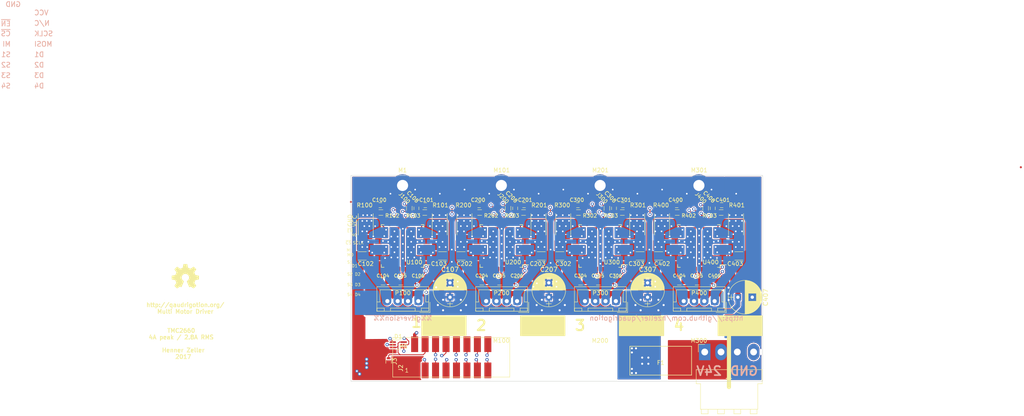
<source format=kicad_pcb>
(kicad_pcb (version 20171130) (host pcbnew no-vcs-found-75b21d0~61~ubuntu17.04.1)
  (layers (0 F.Cu signal) (1 In1.Cu signal) (2 In2.Cu signal) (31 B.Cu signal) (34 B.Paste user) (35 F.Paste user) (36 B.SilkS user) (37 F.SilkS user) (38 B.Mask user) (39 F.Mask user) (44 Edge.Cuts user))
  (net 0 "")
  (net 1 GND)
  (net 2 VMot)
  (net 3 VCC)
  (net 4 /TMC2660-100/BRA)
  (net 5 /TMC2660-100/BRB)
  (net 6 /TMC2660-100/A1)
  (net 7 /TMC2660-100/A2)
  (net 8 /TMC2660-100/B2)
  (net 9 /TMC2660-100/B1)
  (net 10 "Net-(C108-Pad1)")
  (net 11 "Net-(U100-Pad43)")
  (net 12 /TMC2660-400/BRA)
  (net 13 /TMC2660-400/BRB)
  (net 14 /TMC2660-200/BRB)
  (net 15 /TMC2660-300/BRA)
  (net 16 /TMC2660-300/BRB)
  (net 17 /TMC2660-200/BRA)
  (net 18 /TMC2660-400/MISO)
  (net 19 /TMC2660-300/MISO)
  (net 20 /TMC2660-200/MISO)
  (net 21 SCLK)
  (net 22 CS)
  (net 23 ~ENABLE)
  (net 24 DIR1)
  (net 25 STEP1)
  (net 26 /TMC2660-200/A1)
  (net 27 /TMC2660-200/A2)
  (net 28 "Net-(C208-Pad1)")
  (net 29 /TMC2660-200/B2)
  (net 30 /TMC2660-200/B1)
  (net 31 DIR2)
  (net 32 STEP2)
  (net 33 "Net-(U200-Pad43)")
  (net 34 "Net-(U300-Pad43)")
  (net 35 STEP3)
  (net 36 DIR3)
  (net 37 /TMC2660-300/B1)
  (net 38 /TMC2660-300/B2)
  (net 39 "Net-(C308-Pad1)")
  (net 40 /TMC2660-300/A2)
  (net 41 /TMC2660-300/A1)
  (net 42 /TMC2660-400/A1)
  (net 43 /TMC2660-400/A2)
  (net 44 "Net-(C408-Pad1)")
  (net 45 /TMC2660-400/B2)
  (net 46 /TMC2660-400/B1)
  (net 47 DIR4)
  (net 48 STEP4)
  (net 49 "Net-(U400-Pad43)")
  (net 50 GLOBAL_MOSI)
  (net 51 GLOBAL_MISO)
  (net 52 /PowerIn)
  (net 53 "Net-(C401-Pad1)")
  (net 54 "Net-(C200-Pad2)")
  (net 55 "Net-(C400-Pad2)")
  (net 56 "Net-(C301-Pad1)")
  (net 57 "Net-(C300-Pad2)")
  (net 58 "Net-(C201-Pad1)")
  (net 59 "Net-(C100-Pad2)")
  (net 60 "Net-(C101-Pad1)")
  (net 61 /TMC2660-200/VHS)
  (net 62 /TMC2660-100/VHS)
  (net 63 /TMC2660-300/VHS)
  (net 64 /TMC2660-400/VHS)
  (net 65 "Net-(J1-Pad4)")
  (net 66 STALL)
  (net 67 /TMC2660-100/STALL)
  (net 68 /TMC2660-200/STALL)
  (net 69 /TMC2660-300/STALL)
  (net 70 /TMC2660-400/STALL)
  (module TO_SOT_Packages_SMD:SOT-363_SC-70-6_Handsoldering (layer F.Cu) (at 110.95 101)
    (fp_text reference D1 (at 0 -2) (layer F.SilkS))
    (fp_text value BAV70)
    (pad 1 smd rect (at -1.33 -0.65) (size 1.5 0.4) (layers F.Cu F.Paste F.Mask) (net 68 /TMC2660-200/STALL))
    (pad 2 smd rect (at -1.33 0) (size 1.5 0.4) (layers F.Cu F.Paste F.Mask) (net 67 /TMC2660-100/STALL))
    (pad 3 smd rect (at -1.33 0.65) (size 1.5 0.4) (layers F.Cu F.Paste F.Mask) (net 66 STALL))
    (pad 4 smd rect (at 1.33 0.65) (size 1.5 0.4) (layers F.Cu F.Paste F.Mask) (net 69 /TMC2660-300/STALL))
    (pad 5 smd rect (at 1.33 0) (size 1.5 0.4) (layers F.Cu F.Paste F.Mask) (net 70 /TMC2660-400/STALL))
    (pad 6 smd rect (at 1.33 -0.65) (size 1.5 0.4) (layers F.Cu F.Paste F.Mask) (net 66 STALL))
  )
  (module Quadrigotion:IDC_Header_SMD_16pins (layer F.Cu) (at 114.9355 105.315)
    (fp_text reference J2 (at -3.372 1.335 -270) (layer F.SilkS))
    (fp_text value DataIn)
    (fp_text user 1 (at -1.905 1.905) (layer F.SilkS) (effects (font (thickness 0.12))))
    (pad 16 smd rect (at 17.78 -4.445) (size 1.7 3.8) (layers F.Cu F.Paste F.Mask) (net 47 DIR4))
    (pad 15 smd rect (at 17.78 1.905) (size 1.7 3.8) (layers F.Cu F.Paste F.Mask) (net 48 STEP4))
    (pad 14 smd rect (at 15.24 -4.445) (size 1.7 3.8) (layers F.Cu F.Paste F.Mask) (net 36 DIR3))
    (pad 13 smd rect (at 15.24 1.905) (size 1.7 3.8) (layers F.Cu F.Paste F.Mask) (net 35 STEP3))
    (pad 12 smd rect (at 12.7 -4.445) (size 1.7 3.8) (layers F.Cu F.Paste F.Mask) (net 31 DIR2))
    (pad 11 smd rect (at 12.7 1.905) (size 1.7 3.8) (layers F.Cu F.Paste F.Mask) (net 32 STEP2))
    (pad 10 smd rect (at 10.16 -4.445) (size 1.7 3.8) (layers F.Cu F.Paste F.Mask) (net 24 DIR1))
    (pad 9 smd rect (at 10.16 1.905) (size 1.7 3.8) (layers F.Cu F.Paste F.Mask) (net 25 STEP1))
    (pad 8 smd rect (at 7.62 -4.445) (size 1.7 3.8) (layers F.Cu F.Paste F.Mask) (net 50 GLOBAL_MOSI))
    (pad 7 smd rect (at 7.62 1.905) (size 1.7 3.8) (layers F.Cu F.Paste F.Mask) (net 51 GLOBAL_MISO))
    (pad 6 smd rect (at 5.08 -4.445) (size 1.7 3.8) (layers F.Cu F.Paste F.Mask) (net 21 SCLK))
    (pad 5 smd rect (at 5.08 1.905) (size 1.7 3.8) (layers F.Cu F.Paste F.Mask) (net 22 CS))
    (pad 4 smd rect (at 2.54 -4.445) (size 1.7 3.8) (layers F.Cu F.Paste F.Mask) (net 66 STALL))
    (pad 3 smd rect (at 2.54 1.905) (size 1.7 3.8) (layers F.Cu F.Paste F.Mask) (net 23 ~ENABLE))
    (pad 2 smd rect (at 0 -4.445) (size 1.7 3.8) (layers F.Cu F.Paste F.Mask) (net 3 VCC))
    (pad 1 smd rect (at 0 1.905) (size 1.7 3.8) (layers F.Cu F.Paste F.Mask) (net 1 GND))
  )
  (module Capacitors_THT:CP_Radial_D8.0mm_P3.50mm (layer F.Cu) (at 193.4655 89.446)
    (fp_text reference C407 (at 6.731 0.0465 -90) (layer F.SilkS) (effects (font (size 1.1 1.1) (thickness 0.18))))
    (fp_text value 180u)
    (pad 1 thru_hole rect (at 0 0) (size 1.6 1.6) (drill 0.8) (layers *.Cu *.Mask) (net 2 VMot))
    (pad 2 thru_hole circle (at 3.5 0) (size 1.6 1.6) (drill 0.8) (layers *.Cu *.Mask) (net 1 GND))
  )
  (module Resistors_SMD:R_2512 (layer F.Cu) (at 103.0465 71.7295 90)
    (fp_text reference R100 (at 4.6355 -0.254) (layer F.SilkS))
    (fp_text value 0.075)
    (pad 1 smd rect (at -3.1 0 90) (size 1 3.2) (layers F.Cu F.Paste F.Mask) (net 5 /TMC2660-100/BRB))
    (pad 2 smd rect (at 3.1 0 90) (size 1 3.2) (layers F.Cu F.Paste F.Mask) (net 1 GND))
  )
  (module Fiducials:Fiducial_0.5mm_Dia_1mm_Outer (layer F.Cu) (at 198.2155 61.12)
    (fp_text reference REF** hide)
    (fp_text value Fiducial_0.5mm_Dia_1mm_Outer hide)
    (pad ~ smd circle (at 0 0) (size 0.5 0.5) (layers F.Cu F.Mask) (clearance 0.25))
  )
  (module Connectors_JST:JST_VH_B4PS-VH_2x4x3.96mm_Horizontal (layer F.Cu) (at 185.4085 102.756)
    (fp_text reference J1 (at 5.892 5.969) (layer F.SilkS))
    (fp_text value Power)
    (pad 1 thru_hole rect (at 0 0) (size 2.8 4) (drill 1.65) (layers *.Cu *.Mask) (net 52 /PowerIn))
    (pad 2 thru_hole oval (at 3.96 0) (size 2.8 4) (drill 1.65) (layers *.Cu *.Mask) (net 52 /PowerIn))
    (pad 3 thru_hole oval (at 7.92 0) (size 2.8 4) (drill 1.65) (layers *.Cu *.Mask) (net 1 GND))
    (pad 4 thru_hole oval (at 11.88 0) (size 2.8 4) (drill 1.65) (layers *.Cu *.Mask) (net 65 "Net-(J1-Pad4)"))
  )
  (module Mounting_Holes:MountingHole_2.7mm_M2.5_Pad (layer F.Cu) (at 112 62.294)
    (fp_text reference M1 (at 0 -3.7) (layer F.SilkS))
    (fp_text value Mount)
    (pad 1 thru_hole circle (at 0 0) (size 5.4 5.4) (drill 2.7) (layers *.Cu *.Mask) (net 1 GND))
  )
  (module Mounting_Holes:MountingHole_2.7mm_M2.5_Pad (layer F.Cu) (at 160 62.294 180)
    (fp_text reference M201 (at -0.079 3.709) (layer F.SilkS))
    (fp_text value Mount)
    (pad 1 thru_hole circle (at 0 0 180) (size 5.4 5.4) (drill 2.7) (layers *.Cu *.Mask) (net 1 GND))
  )
  (module Mounting_Holes:MountingHole_2.7mm_M2.5_Pad (layer F.Cu) (at 136 62.294 180)
    (fp_text reference M101 (at -0.079 3.709) (layer F.SilkS))
    (fp_text value Mount)
    (pad 1 thru_hole circle (at 0 0 180) (size 5.4 5.4) (drill 2.7) (layers *.Cu *.Mask) (net 1 GND))
  )
  (module Mounting_Holes:MountingHole_2.7mm_M2.5_Pad (layer F.Cu) (at 184 62.294 180)
    (fp_text reference M301 (at -0.079 3.709) (layer F.SilkS))
    (fp_text value Mount)
    (pad 1 thru_hole circle (at 0 0 180) (size 5.4 5.4) (drill 2.7) (layers *.Cu *.Mask) (net 1 GND))
  )
  (module Capacitors_SMD:C_0805 (layer F.Cu) (at 155.2535 85.636)
    (fp_text reference C304 (at -0.016 -1.397 180) (layer F.SilkS) (effects (font (size 0.8 0.8))))
    (fp_text value 100n)
    (pad 2 smd rect (at 1 0) (size 1 1.25) (layers F.Cu F.Paste F.Mask) (net 63 /TMC2660-300/VHS))
    (pad 1 smd rect (at -1 0) (size 1 1.25) (layers F.Cu F.Paste F.Mask) (net 2 VMot))
  )
  (module Capacitors_SMD:C_0805 (layer F.Cu) (at 159.5715 85.636)
    (fp_text reference C305 (at -0.127 -1.397) (layer F.SilkS) (effects (font (size 0.8 0.8))))
    (fp_text value 100n)
    (pad 1 smd rect (at -1 0) (size 1 1.25) (layers F.Cu F.Paste F.Mask) (net 2 VMot))
    (pad 2 smd rect (at 1 0) (size 1 1.25) (layers F.Cu F.Paste F.Mask) (net 1 GND))
  )
  (module Capacitors_SMD:C_0805 (layer F.Cu) (at 139.7625 85.636)
    (fp_text reference C206 (at 0 -1.397 180) (layer F.SilkS) (effects (font (size 0.8 0.8))))
    (fp_text value 100n)
    (pad 2 smd rect (at 1 0) (size 1 1.25) (layers F.Cu F.Paste F.Mask) (net 1 GND))
    (pad 1 smd rect (at -1 0) (size 1 1.25) (layers F.Cu F.Paste F.Mask) (net 3 VCC))
  )
  (module Capacitors_SMD:C_0805 (layer F.Cu) (at 135.5715 85.636)
    (fp_text reference C205 (at -0.127 -1.397) (layer F.SilkS) (effects (font (size 0.8 0.8))))
    (fp_text value 100n)
    (pad 1 smd rect (at -1 0) (size 1 1.25) (layers F.Cu F.Paste F.Mask) (net 2 VMot))
    (pad 2 smd rect (at 1 0) (size 1 1.25) (layers F.Cu F.Paste F.Mask) (net 1 GND))
  )
  (module Capacitors_SMD:C_0805 (layer F.Cu) (at 131.2535 85.636)
    (fp_text reference C204 (at -0.016 -1.397 180) (layer F.SilkS) (effects (font (size 0.8 0.8))))
    (fp_text value 100n)
    (pad 2 smd rect (at 1 0) (size 1 1.25) (layers F.Cu F.Paste F.Mask) (net 61 /TMC2660-200/VHS))
    (pad 1 smd rect (at -1 0) (size 1 1.25) (layers F.Cu F.Paste F.Mask) (net 2 VMot))
  )
  (module Capacitors_SMD:C_0805 (layer F.Cu) (at 111.5715 85.636)
    (fp_text reference C105 (at -0.127 -1.397) (layer F.SilkS) (effects (font (size 0.8 0.8))))
    (fp_text value 100n)
    (pad 1 smd rect (at -1 0) (size 1 1.25) (layers F.Cu F.Paste F.Mask) (net 2 VMot))
    (pad 2 smd rect (at 1 0) (size 1 1.25) (layers F.Cu F.Paste F.Mask) (net 1 GND))
  )
  (module Capacitors_SMD:C_0805 (layer F.Cu) (at 163.7625 85.636)
    (fp_text reference C306 (at 0 -1.397 180) (layer F.SilkS) (effects (font (size 0.8 0.8))))
    (fp_text value 100n)
    (pad 2 smd rect (at 1 0) (size 1 1.25) (layers F.Cu F.Paste F.Mask) (net 1 GND))
    (pad 1 smd rect (at -1 0) (size 1 1.25) (layers F.Cu F.Paste F.Mask) (net 3 VCC))
  )
  (module Capacitors_SMD:C_0805 (layer F.Cu) (at 107.2535 85.636)
    (fp_text reference C104 (at -0.016 -1.397 180) (layer F.SilkS) (effects (font (size 0.8 0.8))))
    (fp_text value 100n)
    (pad 1 smd rect (at -1 0) (size 1 1.25) (layers F.Cu F.Paste F.Mask) (net 2 VMot))
    (pad 2 smd rect (at 1 0) (size 1 1.25) (layers F.Cu F.Paste F.Mask) (net 62 /TMC2660-100/VHS))
  )
  (module Capacitors_SMD:C_0805 (layer F.Cu) (at 179.2535 85.636)
    (fp_text reference C404 (at -0.016 -1.397 180) (layer F.SilkS) (effects (font (size 0.8 0.8))))
    (fp_text value 100n)
    (pad 2 smd rect (at 1 0) (size 1 1.25) (layers F.Cu F.Paste F.Mask) (net 64 /TMC2660-400/VHS))
    (pad 1 smd rect (at -1 0) (size 1 1.25) (layers F.Cu F.Paste F.Mask) (net 2 VMot))
  )
  (module Capacitors_SMD:C_0805 (layer F.Cu) (at 183.5715 85.636)
    (fp_text reference C405 (at -0.127 -1.397) (layer F.SilkS) (effects (font (size 0.8 0.8))))
    (fp_text value 100n)
    (pad 1 smd rect (at -1 0) (size 1 1.25) (layers F.Cu F.Paste F.Mask) (net 2 VMot))
    (pad 2 smd rect (at 1 0) (size 1 1.25) (layers F.Cu F.Paste F.Mask) (net 1 GND))
  )
  (module Capacitors_SMD:C_0805 (layer F.Cu) (at 187.7625 85.636)
    (fp_text reference C406 (at 0 -1.397 180) (layer F.SilkS) (effects (font (size 0.8 0.8))))
    (fp_text value 100n)
    (pad 2 smd rect (at 1 0) (size 1 1.25) (layers F.Cu F.Paste F.Mask) (net 1 GND))
    (pad 1 smd rect (at -1 0) (size 1 1.25) (layers F.Cu F.Paste F.Mask) (net 3 VCC))
  )
  (module Capacitors_SMD:C_0805 (layer F.Cu) (at 115.7625 85.636)
    (fp_text reference C106 (at 0 -1.397 180) (layer F.SilkS) (effects (font (size 0.8 0.8))))
    (fp_text value 100n)
    (pad 1 smd rect (at -1 0) (size 1 1.25) (layers F.Cu F.Paste F.Mask) (net 3 VCC))
    (pad 2 smd rect (at 1 0) (size 1 1.25) (layers F.Cu F.Paste F.Mask) (net 1 GND))
  )
  (module Fiducials:Fiducial_0.5mm_Dia_1mm_Outer (layer F.Cu) (at 262.2155 57.87)
    (fp_text reference REF** hide)
    (fp_text value Fiducial_0.5mm_Dia_1mm_Outer hide)
    (pad ~ smd circle (at 0 0) (size 0.5 0.5) (layers F.Cu F.Mask) (clearance 0.25))
  )
  (module Symbols:OSHW-Symbol_6.7x6mm_SilkScreen (layer F.Cu) (at 59.2155 84.37)
    (fp_text reference REF*** hide)
    (fp_text value OSHW-Symbol_6.7x6mm_SilkScreen hide)
  )
  (module Capacitors_THT:CP_Radial_D8.0mm_P3.50mm (layer F.Cu) (at 171.5265 89.446 90)
    (fp_text reference C307 (at 6.731 0.0275) (layer F.SilkS) (effects (font (size 1.1 1.1) (thickness 0.18))))
    (fp_text value 180u)
    (pad 2 thru_hole circle (at 3.5 0 90) (size 1.6 1.6) (drill 0.8) (layers *.Cu *.Mask) (net 1 GND))
    (pad 1 thru_hole rect (at 0 0 90) (size 1.6 1.6) (drill 0.8) (layers *.Cu *.Mask) (net 2 VMot))
  )
  (module Capacitors_THT:CP_Radial_D8.0mm_P3.50mm (layer F.Cu) (at 123.5265 89.446 90)
    (fp_text reference C107 (at 6.731 -0.0105) (layer F.SilkS) (effects (font (size 1.1 1.1) (thickness 0.18))))
    (fp_text value 180u)
    (pad 1 thru_hole rect (at 0 0 90) (size 1.6 1.6) (drill 0.8) (layers *.Cu *.Mask) (net 2 VMot))
    (pad 2 thru_hole circle (at 3.5 0 90) (size 1.6 1.6) (drill 0.8) (layers *.Cu *.Mask) (net 1 GND))
  )
  (module Capacitors_THT:CP_Radial_D8.0mm_P3.50mm (layer F.Cu) (at 147.5265 89.446 90)
    (fp_text reference C207 (at 6.731 0.0085) (layer F.SilkS) (effects (font (size 1.1 1.1) (thickness 0.18))))
    (fp_text value 180u)
    (pad 2 thru_hole circle (at 3.5 0 90) (size 1.6 1.6) (drill 0.8) (layers *.Cu *.Mask) (net 1 GND))
    (pad 1 thru_hole rect (at 0 0 90) (size 1.6 1.6) (drill 0.8) (layers *.Cu *.Mask) (net 2 VMot))
  )
  (module Capacitors_SMD:C_1206 (layer F.Cu) (at 102.221 79.413 180)
    (fp_text reference C102 (at -0.8255 -1.905 180) (layer F.SilkS))
    (fp_text value 10u)
    (pad 1 smd rect (at -1.5 0 180) (size 1 1.6) (layers F.Cu F.Paste F.Mask) (net 2 VMot))
    (pad 2 smd rect (at 1.5 0 180) (size 1 1.6) (layers F.Cu F.Paste F.Mask) (net 1 GND))
  )
  (module Capacitors_SMD:C_0603 (layer F.Cu) (at 154.6025 67.094)
    (fp_text reference C300 (at -0.254 -1.27) (layer F.SilkS) (effects (font (size 0.9 0.9))))
    (fp_text value 10n)
    (pad 1 smd rect (at -0.75 0) (size 0.8 0.75) (layers F.Cu F.Paste F.Mask) (net 1 GND))
    (pad 2 smd rect (at 0.75 0) (size 0.8 0.75) (layers F.Cu F.Paste F.Mask) (net 57 "Net-(C300-Pad2)"))
  )
  (module Capacitors_SMD:C_0603 (layer F.Cu) (at 115.3655 67.856 90)
    (fp_text reference C108 (at 2.794 -0.889 135) (layer F.SilkS) (effects (font (size 0.9 0.9))))
    (fp_text value 470n)
    (pad 1 smd rect (at -0.75 0 90) (size 0.8 0.75) (layers F.Cu F.Paste F.Mask) (net 10 "Net-(C108-Pad1)"))
    (pad 2 smd rect (at 0.75 0 90) (size 0.8 0.75) (layers F.Cu F.Paste F.Mask) (net 1 GND))
  )
  (module Capacitors_SMD:C_0603 (layer F.Cu) (at 130.6025 67.094)
    (fp_text reference C200 (at -0.254 -1.27) (layer F.SilkS) (effects (font (size 0.9 0.9))))
    (fp_text value 10n)
    (pad 2 smd rect (at 0.75 0) (size 0.8 0.75) (layers F.Cu F.Paste F.Mask) (net 54 "Net-(C200-Pad2)"))
    (pad 1 smd rect (at -0.75 0) (size 0.8 0.75) (layers F.Cu F.Paste F.Mask) (net 1 GND))
  )
  (module Capacitors_SMD:C_0603 (layer F.Cu) (at 141.5245 67.094)
    (fp_text reference C201 (at 0.254 -1.27) (layer F.SilkS) (effects (font (size 0.9 0.9))))
    (fp_text value 10n)
    (pad 1 smd rect (at -0.75 0) (size 0.8 0.75) (layers F.Cu F.Paste F.Mask) (net 58 "Net-(C201-Pad1)"))
    (pad 2 smd rect (at 0.75 0) (size 0.8 0.75) (layers F.Cu F.Paste F.Mask) (net 1 GND))
  )
  (module Capacitors_SMD:C_0603 (layer F.Cu) (at 117.5245 67.094)
    (fp_text reference C101 (at 0.254 -1.27) (layer F.SilkS) (effects (font (size 0.9 0.9))))
    (fp_text value 10n)
    (pad 2 smd rect (at 0.75 0) (size 0.8 0.75) (layers F.Cu F.Paste F.Mask) (net 1 GND))
    (pad 1 smd rect (at -0.75 0) (size 0.8 0.75) (layers F.Cu F.Paste F.Mask) (net 60 "Net-(C101-Pad1)"))
  )
  (module Capacitors_SMD:C_0603 (layer F.Cu) (at 139.3655 67.856 90)
    (fp_text reference C208 (at 2.794 -0.889 135) (layer F.SilkS) (effects (font (size 0.9 0.9))))
    (fp_text value 470n)
    (pad 2 smd rect (at 0.75 0 90) (size 0.8 0.75) (layers F.Cu F.Paste F.Mask) (net 1 GND))
    (pad 1 smd rect (at -0.75 0 90) (size 0.8 0.75) (layers F.Cu F.Paste F.Mask) (net 28 "Net-(C208-Pad1)"))
  )
  (module Capacitors_SMD:C_0603 (layer F.Cu) (at 106.6025 67.094)
    (fp_text reference C100 (at -0.254 -1.27) (layer F.SilkS) (effects (font (size 0.9 0.9))))
    (fp_text value 10n)
    (pad 1 smd rect (at -0.75 0) (size 0.8 0.75) (layers F.Cu F.Paste F.Mask) (net 1 GND))
    (pad 2 smd rect (at 0.75 0) (size 0.8 0.75) (layers F.Cu F.Paste F.Mask) (net 59 "Net-(C100-Pad2)"))
  )
  (module Capacitors_SMD:C_0603 (layer F.Cu) (at 165.5245 67.094)
    (fp_text reference C301 (at 0.254 -1.27) (layer F.SilkS) (effects (font (size 0.9 0.9))))
    (fp_text value 10n)
    (pad 2 smd rect (at 0.75 0) (size 0.8 0.75) (layers F.Cu F.Paste F.Mask) (net 1 GND))
    (pad 1 smd rect (at -0.75 0) (size 0.8 0.75) (layers F.Cu F.Paste F.Mask) (net 56 "Net-(C301-Pad1)"))
  )
  (module Capacitors_SMD:C_0603 (layer F.Cu) (at 163.3655 67.856 90)
    (fp_text reference C308 (at 2.794 -0.889 135) (layer F.SilkS) (effects (font (size 0.9 0.9))))
    (fp_text value 470n)
    (pad 2 smd rect (at 0.75 0 90) (size 0.8 0.75) (layers F.Cu F.Paste F.Mask) (net 1 GND))
    (pad 1 smd rect (at -0.75 0 90) (size 0.8 0.75) (layers F.Cu F.Paste F.Mask) (net 39 "Net-(C308-Pad1)"))
  )
  (module Capacitors_SMD:C_0603 (layer F.Cu) (at 178.6025 67.094)
    (fp_text reference C400 (at -0.254 -1.27) (layer F.SilkS) (effects (font (size 0.9 0.9))))
    (fp_text value 10n)
    (pad 1 smd rect (at -0.75 0) (size 0.8 0.75) (layers F.Cu F.Paste F.Mask) (net 1 GND))
    (pad 2 smd rect (at 0.75 0) (size 0.8 0.75) (layers F.Cu F.Paste F.Mask) (net 55 "Net-(C400-Pad2)"))
  )
  (module Capacitors_SMD:C_0603 (layer F.Cu) (at 189.5245 67.094)
    (fp_text reference C401 (at 0.254 -1.27) (layer F.SilkS) (effects (font (size 0.9 0.9))))
    (fp_text value 10n)
    (pad 2 smd rect (at 0.75 0) (size 0.8 0.75) (layers F.Cu F.Paste F.Mask) (net 1 GND))
    (pad 1 smd rect (at -0.75 0) (size 0.8 0.75) (layers F.Cu F.Paste F.Mask) (net 53 "Net-(C401-Pad1)"))
  )
  (module Capacitors_SMD:C_0603 (layer F.Cu) (at 187.3655 67.856 90)
    (fp_text reference C408 (at 2.794 -0.889 135) (layer F.SilkS) (effects (font (size 0.9 0.9))))
    (fp_text value 470n)
    (pad 2 smd rect (at 0.75 0 90) (size 0.8 0.75) (layers F.Cu F.Paste F.Mask) (net 1 GND))
    (pad 1 smd rect (at -0.75 0 90) (size 0.8 0.75) (layers F.Cu F.Paste F.Mask) (net 44 "Net-(C408-Pad1)"))
  )
  (module Capacitors_SMD:C_1206 (layer F.Cu) (at 126.221 79.413 180)
    (fp_text reference C202 (at -0.8255 -1.905 180) (layer F.SilkS))
    (fp_text value 10u)
    (pad 1 smd rect (at -1.5 0 180) (size 1 1.6) (layers F.Cu F.Paste F.Mask) (net 2 VMot))
    (pad 2 smd rect (at 1.5 0 180) (size 1 1.6) (layers F.Cu F.Paste F.Mask) (net 1 GND))
  )
  (module Capacitors_SMD:C_1206 (layer F.Cu) (at 145.7155 79.413)
    (fp_text reference C203 (at -0.889 1.905) (layer F.SilkS))
    (fp_text value 10u)
    (pad 2 smd rect (at 1.5 0) (size 1 1.6) (layers F.Cu F.Paste F.Mask) (net 1 GND))
    (pad 1 smd rect (at -1.5 0) (size 1 1.6) (layers F.Cu F.Paste F.Mask) (net 2 VMot))
  )
  (module Capacitors_SMD:C_1206 (layer F.Cu) (at 174.221 79.413 180)
    (fp_text reference C402 (at -0.8255 -1.905 180) (layer F.SilkS))
    (fp_text value 10u)
    (pad 1 smd rect (at -1.5 0 180) (size 1 1.6) (layers F.Cu F.Paste F.Mask) (net 2 VMot))
    (pad 2 smd rect (at 1.5 0 180) (size 1 1.6) (layers F.Cu F.Paste F.Mask) (net 1 GND))
  )
  (module Capacitors_SMD:C_1206 (layer F.Cu) (at 121.7155 79.413)
    (fp_text reference C103 (at -0.889 1.905) (layer F.SilkS))
    (fp_text value 10u)
    (pad 2 smd rect (at 1.5 0) (size 1 1.6) (layers F.Cu F.Paste F.Mask) (net 1 GND))
    (pad 1 smd rect (at -1.5 0) (size 1 1.6) (layers F.Cu F.Paste F.Mask) (net 2 VMot))
  )
  (module Capacitors_SMD:C_1206 (layer F.Cu) (at 150.221 79.413 180)
    (fp_text reference C302 (at -0.8255 -1.905 180) (layer F.SilkS))
    (fp_text value 10u)
    (pad 1 smd rect (at -1.5 0 180) (size 1 1.6) (layers F.Cu F.Paste F.Mask) (net 2 VMot))
    (pad 2 smd rect (at 1.5 0 180) (size 1 1.6) (layers F.Cu F.Paste F.Mask) (net 1 GND))
  )
  (module Capacitors_SMD:C_1206 (layer F.Cu) (at 169.7155 79.413)
    (fp_text reference C303 (at -0.889 1.905) (layer F.SilkS))
    (fp_text value 10u)
    (pad 2 smd rect (at 1.5 0) (size 1 1.6) (layers F.Cu F.Paste F.Mask) (net 1 GND))
    (pad 1 smd rect (at -1.5 0) (size 1 1.6) (layers F.Cu F.Paste F.Mask) (net 2 VMot))
  )
  (module Capacitors_SMD:C_1206 (layer F.Cu) (at 193.7155 79.413)
    (fp_text reference C403 (at -0.889 1.905) (layer F.SilkS))
    (fp_text value 10u)
    (pad 1 smd rect (at -1.5 0) (size 1 1.6) (layers F.Cu F.Paste F.Mask) (net 2 VMot))
    (pad 2 smd rect (at 1.5 0) (size 1 1.6) (layers F.Cu F.Paste F.Mask) (net 1 GND))
  )
  (module Connectors_JST:JST_XH_B04B-XH-A_04x2.50mm_Straight (layer F.Cu) (at 139.81 90.3985 180)
    (fp_text reference P200 (at 3.7465 1.9685) (layer F.SilkS))
    (fp_text value Motor)
    (pad 4 thru_hole circle (at 7.5 0 180) (size 1.75 1.75) (drill 1) (layers *.Cu *.Mask) (net 29 /TMC2660-200/B2))
    (pad 3 thru_hole circle (at 5 0 180) (size 1.75 1.75) (drill 1) (layers *.Cu *.Mask) (net 30 /TMC2660-200/B1))
    (pad 2 thru_hole circle (at 2.5 0 180) (size 1.75 1.75) (drill 1) (layers *.Cu *.Mask) (net 26 /TMC2660-200/A1))
    (pad 1 thru_hole rect (at 0 0 180) (size 1.75 1.75) (drill 1) (layers *.Cu *.Mask) (net 27 /TMC2660-200/A2))
  )
  (module Connectors_JST:JST_XH_B04B-XH-A_04x2.50mm_Straight (layer F.Cu) (at 115.81 90.3985 180)
    (fp_text reference P100 (at 3.7465 1.9685) (layer F.SilkS))
    (fp_text value Motor)
    (pad 1 thru_hole rect (at 0 0 180) (size 1.75 1.75) (drill 1) (layers *.Cu *.Mask) (net 7 /TMC2660-100/A2))
    (pad 2 thru_hole circle (at 2.5 0 180) (size 1.75 1.75) (drill 1) (layers *.Cu *.Mask) (net 6 /TMC2660-100/A1))
    (pad 3 thru_hole circle (at 5 0 180) (size 1.75 1.75) (drill 1) (layers *.Cu *.Mask) (net 9 /TMC2660-100/B1))
    (pad 4 thru_hole circle (at 7.5 0 180) (size 1.75 1.75) (drill 1) (layers *.Cu *.Mask) (net 8 /TMC2660-100/B2))
  )
  (module Connectors_JST:JST_XH_B04B-XH-A_04x2.50mm_Straight (layer F.Cu) (at 163.81 90.3985 180)
    (fp_text reference P300 (at 3.7465 1.9685) (layer F.SilkS))
    (fp_text value Motor)
    (pad 4 thru_hole circle (at 7.5 0 180) (size 1.75 1.75) (drill 1) (layers *.Cu *.Mask) (net 38 /TMC2660-300/B2))
    (pad 3 thru_hole circle (at 5 0 180) (size 1.75 1.75) (drill 1) (layers *.Cu *.Mask) (net 37 /TMC2660-300/B1))
    (pad 2 thru_hole circle (at 2.5 0 180) (size 1.75 1.75) (drill 1) (layers *.Cu *.Mask) (net 41 /TMC2660-300/A1))
    (pad 1 thru_hole rect (at 0 0 180) (size 1.75 1.75) (drill 1) (layers *.Cu *.Mask) (net 40 /TMC2660-300/A2))
  )
  (module Connectors_JST:JST_XH_B04B-XH-A_04x2.50mm_Straight (layer F.Cu) (at 187.81 90.3985 180)
    (fp_text reference P400 (at 3.7465 1.9685) (layer F.SilkS))
    (fp_text value Motor)
    (pad 1 thru_hole rect (at 0 0 180) (size 1.75 1.75) (drill 1) (layers *.Cu *.Mask) (net 43 /TMC2660-400/A2))
    (pad 2 thru_hole circle (at 2.5 0 180) (size 1.75 1.75) (drill 1) (layers *.Cu *.Mask) (net 42 /TMC2660-400/A1))
    (pad 3 thru_hole circle (at 5 0 180) (size 1.75 1.75) (drill 1) (layers *.Cu *.Mask) (net 46 /TMC2660-400/B1))
    (pad 4 thru_hole circle (at 7.5 0 180) (size 1.75 1.75) (drill 1) (layers *.Cu *.Mask) (net 45 /TMC2660-400/B2))
  )
  (module Housings_QFP:LQFP-44_10x10mm_Pitch0.8mm (layer F.Cu) (at 184 77 180)
    (fp_text reference U400 (at -2.8575 -3.937) (layer F.SilkS))
    (fp_text value TMC2660)
    (pad 44 smd rect (at -4 -5.85 270) (size 1.6 0.56) (layers F.Cu F.Paste F.Mask) (net 1 GND))
    (pad 43 smd rect (at -3.2 -5.85 270) (size 1.6 0.56) (layers F.Cu F.Paste F.Mask) (net 49 "Net-(U400-Pad43)"))
    (pad 42 smd rect (at -2.4 -5.85 270) (size 1.6 0.56) (layers F.Cu F.Paste F.Mask) (net 48 STEP4))
    (pad 41 smd rect (at -1.6 -5.85 270) (size 1.6 0.56) (layers F.Cu F.Paste F.Mask) (net 47 DIR4))
    (pad 40 smd rect (at -0.8 -5.85 270) (size 1.6 0.56) (layers F.Cu F.Paste F.Mask) (net 3 VCC))
    (pad 39 smd rect (at 0 -5.85 270) (size 1.6 0.56) (layers F.Cu F.Paste F.Mask) (net 1 GND))
    (pad 38 smd rect (at 0.8 -5.85 270) (size 1.6 0.56) (layers F.Cu F.Paste F.Mask) (net 70 /TMC2660-400/STALL))
    (pad 37 smd rect (at 1.6 -5.85 270) (size 1.6 0.56) (layers F.Cu F.Paste F.Mask))
    (pad 36 smd rect (at 2.4 -5.85 270) (size 1.6 0.56) (layers F.Cu F.Paste F.Mask) (net 2 VMot))
    (pad 35 smd rect (at 3.2 -5.85 270) (size 1.6 0.56) (layers F.Cu F.Paste F.Mask) (net 64 /TMC2660-400/VHS))
    (pad 34 smd rect (at 4 -5.85 270) (size 1.6 0.56) (layers F.Cu F.Paste F.Mask))
    (pad 33 smd rect (at 5.85 -4 180) (size 1.6 0.56) (layers F.Cu F.Paste F.Mask) (net 2 VMot))
    (pad 32 smd rect (at 5.85 -3.2 180) (size 1.6 0.56) (layers F.Cu F.Paste F.Mask) (net 46 /TMC2660-400/B1))
    (pad 31 smd rect (at 5.85 -2.4 180) (size 1.6 0.56) (layers F.Cu F.Paste F.Mask) (net 46 /TMC2660-400/B1))
    (pad 30 smd rect (at 5.85 -1.6 180) (size 1.6 0.56) (layers F.Cu F.Paste F.Mask) (net 2 VMot))
    (pad 29 smd rect (at 5.85 -0.8 180) (size 1.6 0.56) (layers F.Cu F.Paste F.Mask) (net 45 /TMC2660-400/B2))
    (pad 28 smd rect (at 5.85 0 180) (size 1.6 0.56) (layers F.Cu F.Paste F.Mask) (net 45 /TMC2660-400/B2))
    (pad 27 smd rect (at 5.85 0.8 180) (size 1.6 0.56) (layers F.Cu F.Paste F.Mask) (net 46 /TMC2660-400/B1))
    (pad 26 smd rect (at 5.85 1.6 180) (size 1.6 0.56) (layers F.Cu F.Paste F.Mask) (net 46 /TMC2660-400/B1))
    (pad 25 smd rect (at 5.85 2.4 180) (size 1.6 0.56) (layers F.Cu F.Paste F.Mask) (net 13 /TMC2660-400/BRB))
    (pad 24 smd rect (at 5.85 3.2 180) (size 1.6 0.56) (layers F.Cu F.Paste F.Mask) (net 45 /TMC2660-400/B2))
    (pad 23 smd rect (at 5.85 4 180) (size 1.6 0.56) (layers F.Cu F.Paste F.Mask) (net 45 /TMC2660-400/B2))
    (pad 22 smd rect (at 4 5.85 270) (size 1.6 0.56) (layers F.Cu F.Paste F.Mask) (net 55 "Net-(C400-Pad2)"))
    (pad 21 smd rect (at 3.2 5.85 270) (size 1.6 0.56) (layers F.Cu F.Paste F.Mask) (net 1 GND))
    (pad 20 smd rect (at 2.4 5.85 270) (size 1.6 0.56) (layers F.Cu F.Paste F.Mask))
    (pad 19 smd rect (at 1.6 5.85 270) (size 1.6 0.56) (layers F.Cu F.Paste F.Mask) (net 23 ~ENABLE))
    (pad 18 smd rect (at 0.8 5.85 270) (size 1.6 0.56) (layers F.Cu F.Paste F.Mask) (net 22 CS))
    (pad 17 smd rect (at 0 5.85 270) (size 1.6 0.56) (layers F.Cu F.Paste F.Mask) (net 1 GND))
    (pad 16 smd rect (at -0.8 5.85 270) (size 1.6 0.56) (layers F.Cu F.Paste F.Mask) (net 21 SCLK))
    (pad 15 smd rect (at -1.6 5.85 270) (size 1.6 0.56) (layers F.Cu F.Paste F.Mask) (net 50 GLOBAL_MOSI))
    (pad 14 smd rect (at -2.4 5.85 270) (size 1.6 0.56) (layers F.Cu F.Paste F.Mask) (net 18 /TMC2660-400/MISO))
    (pad 13 smd rect (at -3.2 5.85 270) (size 1.6 0.56) (layers F.Cu F.Paste F.Mask) (net 44 "Net-(C408-Pad1)"))
    (pad 12 smd rect (at -4 5.85 270) (size 1.6 0.56) (layers F.Cu F.Paste F.Mask) (net 53 "Net-(C401-Pad1)"))
    (pad 11 smd rect (at -5.85 4 180) (size 1.6 0.56) (layers F.Cu F.Paste F.Mask) (net 43 /TMC2660-400/A2))
    (pad 10 smd rect (at -5.85 3.2 180) (size 1.6 0.56) (layers F.Cu F.Paste F.Mask) (net 43 /TMC2660-400/A2))
    (pad 9 smd rect (at -5.85 2.4 180) (size 1.6 0.56) (layers F.Cu F.Paste F.Mask) (net 12 /TMC2660-400/BRA))
    (pad 8 smd rect (at -5.85 1.6 180) (size 1.6 0.56) (layers F.Cu F.Paste F.Mask) (net 42 /TMC2660-400/A1))
    (pad 7 smd rect (at -5.85 0.8 180) (size 1.6 0.56) (layers F.Cu F.Paste F.Mask) (net 42 /TMC2660-400/A1))
    (pad 6 smd rect (at -5.85 0 180) (size 1.6 0.56) (layers F.Cu F.Paste F.Mask) (net 43 /TMC2660-400/A2))
    (pad 5 smd rect (at -5.85 -0.8 180) (size 1.6 0.56) (layers F.Cu F.Paste F.Mask) (net 43 /TMC2660-400/A2))
    (pad 4 smd rect (at -5.85 -1.6 180) (size 1.6 0.56) (layers F.Cu F.Paste F.Mask) (net 2 VMot))
    (pad 3 smd rect (at -5.85 -2.4 180) (size 1.6 0.56) (layers F.Cu F.Paste F.Mask) (net 42 /TMC2660-400/A1))
    (pad 2 smd rect (at -5.85 -3.2 180) (size 1.6 0.56) (layers F.Cu F.Paste F.Mask) (net 42 /TMC2660-400/A1))
    (pad 1 smd rect (at -5.85 -4 180) (size 1.6 0.56) (layers F.Cu F.Paste F.Mask) (net 1 GND))
  )
  (module Housings_QFP:LQFP-44_10x10mm_Pitch0.8mm (layer F.Cu) (at 160 77 180)
    (fp_text reference U300 (at -2.8575 -3.937) (layer F.SilkS))
    (fp_text value TMC2660)
    (pad 1 smd rect (at -5.85 -4 180) (size 1.6 0.56) (layers F.Cu F.Paste F.Mask) (net 1 GND))
    (pad 2 smd rect (at -5.85 -3.2 180) (size 1.6 0.56) (layers F.Cu F.Paste F.Mask) (net 41 /TMC2660-300/A1))
    (pad 3 smd rect (at -5.85 -2.4 180) (size 1.6 0.56) (layers F.Cu F.Paste F.Mask) (net 41 /TMC2660-300/A1))
    (pad 4 smd rect (at -5.85 -1.6 180) (size 1.6 0.56) (layers F.Cu F.Paste F.Mask) (net 2 VMot))
    (pad 5 smd rect (at -5.85 -0.8 180) (size 1.6 0.56) (layers F.Cu F.Paste F.Mask) (net 40 /TMC2660-300/A2))
    (pad 6 smd rect (at -5.85 0 180) (size 1.6 0.56) (layers F.Cu F.Paste F.Mask) (net 40 /TMC2660-300/A2))
    (pad 7 smd rect (at -5.85 0.8 180) (size 1.6 0.56) (layers F.Cu F.Paste F.Mask) (net 41 /TMC2660-300/A1))
    (pad 8 smd rect (at -5.85 1.6 180) (size 1.6 0.56) (layers F.Cu F.Paste F.Mask) (net 41 /TMC2660-300/A1))
    (pad 9 smd rect (at -5.85 2.4 180) (size 1.6 0.56) (layers F.Cu F.Paste F.Mask) (net 15 /TMC2660-300/BRA))
    (pad 10 smd rect (at -5.85 3.2 180) (size 1.6 0.56) (layers F.Cu F.Paste F.Mask) (net 40 /TMC2660-300/A2))
    (pad 11 smd rect (at -5.85 4 180) (size 1.6 0.56) (layers F.Cu F.Paste F.Mask) (net 40 /TMC2660-300/A2))
    (pad 12 smd rect (at -4 5.85 270) (size 1.6 0.56) (layers F.Cu F.Paste F.Mask) (net 56 "Net-(C301-Pad1)"))
    (pad 13 smd rect (at -3.2 5.85 270) (size 1.6 0.56) (layers F.Cu F.Paste F.Mask) (net 39 "Net-(C308-Pad1)"))
    (pad 14 smd rect (at -2.4 5.85 270) (size 1.6 0.56) (layers F.Cu F.Paste F.Mask) (net 19 /TMC2660-300/MISO))
    (pad 15 smd rect (at -1.6 5.85 270) (size 1.6 0.56) (layers F.Cu F.Paste F.Mask) (net 18 /TMC2660-400/MISO))
    (pad 16 smd rect (at -0.8 5.85 270) (size 1.6 0.56) (layers F.Cu F.Paste F.Mask) (net 21 SCLK))
    (pad 17 smd rect (at 0 5.85 270) (size 1.6 0.56) (layers F.Cu F.Paste F.Mask) (net 1 GND))
    (pad 18 smd rect (at 0.8 5.85 270) (size 1.6 0.56) (layers F.Cu F.Paste F.Mask) (net 22 CS))
    (pad 19 smd rect (at 1.6 5.85 270) (size 1.6 0.56) (layers F.Cu F.Paste F.Mask) (net 23 ~ENABLE))
    (pad 20 smd rect (at 2.4 5.85 270) (size 1.6 0.56) (layers F.Cu F.Paste F.Mask))
    (pad 21 smd rect (at 3.2 5.85 270) (size 1.6 0.56) (layers F.Cu F.Paste F.Mask) (net 1 GND))
    (pad 22 smd rect (at 4 5.85 270) (size 1.6 0.56) (layers F.Cu F.Paste F.Mask) (net 57 "Net-(C300-Pad2)"))
    (pad 23 smd rect (at 5.85 4 180) (size 1.6 0.56) (layers F.Cu F.Paste F.Mask) (net 38 /TMC2660-300/B2))
    (pad 24 smd rect (at 5.85 3.2 180) (size 1.6 0.56) (layers F.Cu F.Paste F.Mask) (net 38 /TMC2660-300/B2))
    (pad 25 smd rect (at 5.85 2.4 180) (size 1.6 0.56) (layers F.Cu F.Paste F.Mask) (net 16 /TMC2660-300/BRB))
    (pad 26 smd rect (at 5.85 1.6 180) (size 1.6 0.56) (layers F.Cu F.Paste F.Mask) (net 37 /TMC2660-300/B1))
    (pad 27 smd rect (at 5.85 0.8 180) (size 1.6 0.56) (layers F.Cu F.Paste F.Mask) (net 37 /TMC2660-300/B1))
    (pad 28 smd rect (at 5.85 0 180) (size 1.6 0.56) (layers F.Cu F.Paste F.Mask) (net 38 /TMC2660-300/B2))
    (pad 29 smd rect (at 5.85 -0.8 180) (size 1.6 0.56) (layers F.Cu F.Paste F.Mask) (net 38 /TMC2660-300/B2))
    (pad 30 smd rect (at 5.85 -1.6 180) (size 1.6 0.56) (layers F.Cu F.Paste F.Mask) (net 2 VMot))
    (pad 31 smd rect (at 5.85 -2.4 180) (size 1.6 0.56) (layers F.Cu F.Paste F.Mask) (net 37 /TMC2660-300/B1))
    (pad 32 smd rect (at 5.85 -3.2 180) (size 1.6 0.56) (layers F.Cu F.Paste F.Mask) (net 37 /TMC2660-300/B1))
    (pad 33 smd rect (at 5.85 -4 180) (size 1.6 0.56) (layers F.Cu F.Paste F.Mask) (net 2 VMot))
    (pad 34 smd rect (at 4 -5.85 270) (size 1.6 0.56) (layers F.Cu F.Paste F.Mask))
    (pad 35 smd rect (at 3.2 -5.85 270) (size 1.6 0.56) (layers F.Cu F.Paste F.Mask) (net 63 /TMC2660-300/VHS))
    (pad 36 smd rect (at 2.4 -5.85 270) (size 1.6 0.56) (layers F.Cu F.Paste F.Mask) (net 2 VMot))
    (pad 37 smd rect (at 1.6 -5.85 270) (size 1.6 0.56) (layers F.Cu F.Paste F.Mask))
    (pad 38 smd rect (at 0.8 -5.85 270) (size 1.6 0.56) (layers F.Cu F.Paste F.Mask) (net 69 /TMC2660-300/STALL))
    (pad 39 smd rect (at 0 -5.85 270) (size 1.6 0.56) (layers F.Cu F.Paste F.Mask) (net 1 GND))
    (pad 40 smd rect (at -0.8 -5.85 270) (size 1.6 0.56) (layers F.Cu F.Paste F.Mask) (net 3 VCC))
    (pad 41 smd rect (at -1.6 -5.85 270) (size 1.6 0.56) (layers F.Cu F.Paste F.Mask) (net 36 DIR3))
    (pad 42 smd rect (at -2.4 -5.85 270) (size 1.6 0.56) (layers F.Cu F.Paste F.Mask) (net 35 STEP3))
    (pad 43 smd rect (at -3.2 -5.85 270) (size 1.6 0.56) (layers F.Cu F.Paste F.Mask) (net 34 "Net-(U300-Pad43)"))
    (pad 44 smd rect (at -4 -5.85 270) (size 1.6 0.56) (layers F.Cu F.Paste F.Mask) (net 1 GND))
  )
  (module Housings_QFP:LQFP-44_10x10mm_Pitch0.8mm (layer F.Cu) (at 112 77 180)
    (fp_text reference U100 (at -2.8575 -3.937) (layer F.SilkS))
    (fp_text value TMC2660)
    (pad 44 smd rect (at -4 -5.85 270) (size 1.6 0.56) (layers F.Cu F.Paste F.Mask) (net 1 GND))
    (pad 43 smd rect (at -3.2 -5.85 270) (size 1.6 0.56) (layers F.Cu F.Paste F.Mask) (net 11 "Net-(U100-Pad43)"))
    (pad 42 smd rect (at -2.4 -5.85 270) (size 1.6 0.56) (layers F.Cu F.Paste F.Mask) (net 25 STEP1))
    (pad 41 smd rect (at -1.6 -5.85 270) (size 1.6 0.56) (layers F.Cu F.Paste F.Mask) (net 24 DIR1))
    (pad 40 smd rect (at -0.8 -5.85 270) (size 1.6 0.56) (layers F.Cu F.Paste F.Mask) (net 3 VCC))
    (pad 39 smd rect (at 0 -5.85 270) (size 1.6 0.56) (layers F.Cu F.Paste F.Mask) (net 1 GND))
    (pad 38 smd rect (at 0.8 -5.85 270) (size 1.6 0.56) (layers F.Cu F.Paste F.Mask) (net 67 /TMC2660-100/STALL))
    (pad 37 smd rect (at 1.6 -5.85 270) (size 1.6 0.56) (layers F.Cu F.Paste F.Mask))
    (pad 36 smd rect (at 2.4 -5.85 270) (size 1.6 0.56) (layers F.Cu F.Paste F.Mask) (net 2 VMot))
    (pad 35 smd rect (at 3.2 -5.85 270) (size 1.6 0.56) (layers F.Cu F.Paste F.Mask) (net 62 /TMC2660-100/VHS))
    (pad 34 smd rect (at 4 -5.85 270) (size 1.6 0.56) (layers F.Cu F.Paste F.Mask))
    (pad 33 smd rect (at 5.85 -4 180) (size 1.6 0.56) (layers F.Cu F.Paste F.Mask) (net 2 VMot))
    (pad 32 smd rect (at 5.85 -3.2 180) (size 1.6 0.56) (layers F.Cu F.Paste F.Mask) (net 9 /TMC2660-100/B1))
    (pad 31 smd rect (at 5.85 -2.4 180) (size 1.6 0.56) (layers F.Cu F.Paste F.Mask) (net 9 /TMC2660-100/B1))
    (pad 30 smd rect (at 5.85 -1.6 180) (size 1.6 0.56) (layers F.Cu F.Paste F.Mask) (net 2 VMot))
    (pad 29 smd rect (at 5.85 -0.8 180) (size 1.6 0.56) (layers F.Cu F.Paste F.Mask) (net 8 /TMC2660-100/B2))
    (pad 28 smd rect (at 5.85 0 180) (size 1.6 0.56) (layers F.Cu F.Paste F.Mask) (net 8 /TMC2660-100/B2))
    (pad 27 smd rect (at 5.85 0.8 180) (size 1.6 0.56) (layers F.Cu F.Paste F.Mask) (net 9 /TMC2660-100/B1))
    (pad 26 smd rect (at 5.85 1.6 180) (size 1.6 0.56) (layers F.Cu F.Paste F.Mask) (net 9 /TMC2660-100/B1))
    (pad 25 smd rect (at 5.85 2.4 180) (size 1.6 0.56) (layers F.Cu F.Paste F.Mask) (net 5 /TMC2660-100/BRB))
    (pad 24 smd rect (at 5.85 3.2 180) (size 1.6 0.56) (layers F.Cu F.Paste F.Mask) (net 8 /TMC2660-100/B2))
    (pad 23 smd rect (at 5.85 4 180) (size 1.6 0.56) (layers F.Cu F.Paste F.Mask) (net 8 /TMC2660-100/B2))
    (pad 22 smd rect (at 4 5.85 270) (size 1.6 0.56) (layers F.Cu F.Paste F.Mask) (net 59 "Net-(C100-Pad2)"))
    (pad 21 smd rect (at 3.2 5.85 270) (size 1.6 0.56) (layers F.Cu F.Paste F.Mask) (net 1 GND))
    (pad 20 smd rect (at 2.4 5.85 270) (size 1.6 0.56) (layers F.Cu F.Paste F.Mask))
    (pad 19 smd rect (at 1.6 5.85 270) (size 1.6 0.56) (layers F.Cu F.Paste F.Mask) (net 23 ~ENABLE))
    (pad 18 smd rect (at 0.8 5.85 270) (size 1.6 0.56) (layers F.Cu F.Paste F.Mask) (net 22 CS))
    (pad 17 smd rect (at 0 5.85 270) (size 1.6 0.56) (layers F.Cu F.Paste F.Mask) (net 1 GND))
    (pad 16 smd rect (at -0.8 5.85 270) (size 1.6 0.56) (layers F.Cu F.Paste F.Mask) (net 21 SCLK))
    (pad 15 smd rect (at -1.6 5.85 270) (size 1.6 0.56) (layers F.Cu F.Paste F.Mask) (net 20 /TMC2660-200/MISO))
    (pad 14 smd rect (at -2.4 5.85 270) (size 1.6 0.56) (layers F.Cu F.Paste F.Mask) (net 51 GLOBAL_MISO))
    (pad 13 smd rect (at -3.2 5.85 270) (size 1.6 0.56) (layers F.Cu F.Paste F.Mask) (net 10 "Net-(C108-Pad1)"))
    (pad 12 smd rect (at -4 5.85 270) (size 1.6 0.56) (layers F.Cu F.Paste F.Mask) (net 60 "Net-(C101-Pad1)"))
    (pad 11 smd rect (at -5.85 4 180) (size 1.6 0.56) (layers F.Cu F.Paste F.Mask) (net 7 /TMC2660-100/A2))
    (pad 10 smd rect (at -5.85 3.2 180) (size 1.6 0.56) (layers F.Cu F.Paste F.Mask) (net 7 /TMC2660-100/A2))
    (pad 9 smd rect (at -5.85 2.4 180) (size 1.6 0.56) (layers F.Cu F.Paste F.Mask) (net 4 /TMC2660-100/BRA))
    (pad 8 smd rect (at -5.85 1.6 180) (size 1.6 0.56) (layers F.Cu F.Paste F.Mask) (net 6 /TMC2660-100/A1))
    (pad 7 smd rect (at -5.85 0.8 180) (size 1.6 0.56) (layers F.Cu F.Paste F.Mask) (net 6 /TMC2660-100/A1))
    (pad 6 smd rect (at -5.85 0 180) (size 1.6 0.56) (layers F.Cu F.Paste F.Mask) (net 7 /TMC2660-100/A2))
    (pad 5 smd rect (at -5.85 -0.8 180) (size 1.6 0.56) (layers F.Cu F.Paste F.Mask) (net 7 /TMC2660-100/A2))
    (pad 4 smd rect (at -5.85 -1.6 180) (size 1.6 0.56) (layers F.Cu F.Paste F.Mask) (net 2 VMot))
    (pad 3 smd rect (at -5.85 -2.4 180) (size 1.6 0.56) (layers F.Cu F.Paste F.Mask) (net 6 /TMC2660-100/A1))
    (pad 2 smd rect (at -5.85 -3.2 180) (size 1.6 0.56) (layers F.Cu F.Paste F.Mask) (net 6 /TMC2660-100/A1))
    (pad 1 smd rect (at -5.85 -4 180) (size 1.6 0.56) (layers F.Cu F.Paste F.Mask) (net 1 GND))
  )
  (module Housings_QFP:LQFP-44_10x10mm_Pitch0.8mm (layer F.Cu) (at 136 77 180)
    (fp_text reference U200 (at -2.8575 -3.937) (layer F.SilkS))
    (fp_text value TMC2660)
    (pad 1 smd rect (at -5.85 -4 180) (size 1.6 0.56) (layers F.Cu F.Paste F.Mask) (net 1 GND))
    (pad 2 smd rect (at -5.85 -3.2 180) (size 1.6 0.56) (layers F.Cu F.Paste F.Mask) (net 26 /TMC2660-200/A1))
    (pad 3 smd rect (at -5.85 -2.4 180) (size 1.6 0.56) (layers F.Cu F.Paste F.Mask) (net 26 /TMC2660-200/A1))
    (pad 4 smd rect (at -5.85 -1.6 180) (size 1.6 0.56) (layers F.Cu F.Paste F.Mask) (net 2 VMot))
    (pad 5 smd rect (at -5.85 -0.8 180) (size 1.6 0.56) (layers F.Cu F.Paste F.Mask) (net 27 /TMC2660-200/A2))
    (pad 6 smd rect (at -5.85 0 180) (size 1.6 0.56) (layers F.Cu F.Paste F.Mask) (net 27 /TMC2660-200/A2))
    (pad 7 smd rect (at -5.85 0.8 180) (size 1.6 0.56) (layers F.Cu F.Paste F.Mask) (net 26 /TMC2660-200/A1))
    (pad 8 smd rect (at -5.85 1.6 180) (size 1.6 0.56) (layers F.Cu F.Paste F.Mask) (net 26 /TMC2660-200/A1))
    (pad 9 smd rect (at -5.85 2.4 180) (size 1.6 0.56) (layers F.Cu F.Paste F.Mask) (net 17 /TMC2660-200/BRA))
    (pad 10 smd rect (at -5.85 3.2 180) (size 1.6 0.56) (layers F.Cu F.Paste F.Mask) (net 27 /TMC2660-200/A2))
    (pad 11 smd rect (at -5.85 4 180) (size 1.6 0.56) (layers F.Cu F.Paste F.Mask) (net 27 /TMC2660-200/A2))
    (pad 12 smd rect (at -4 5.85 270) (size 1.6 0.56) (layers F.Cu F.Paste F.Mask) (net 58 "Net-(C201-Pad1)"))
    (pad 13 smd rect (at -3.2 5.85 270) (size 1.6 0.56) (layers F.Cu F.Paste F.Mask) (net 28 "Net-(C208-Pad1)"))
    (pad 14 smd rect (at -2.4 5.85 270) (size 1.6 0.56) (layers F.Cu F.Paste F.Mask) (net 20 /TMC2660-200/MISO))
    (pad 15 smd rect (at -1.6 5.85 270) (size 1.6 0.56) (layers F.Cu F.Paste F.Mask) (net 19 /TMC2660-300/MISO))
    (pad 16 smd rect (at -0.8 5.85 270) (size 1.6 0.56) (layers F.Cu F.Paste F.Mask) (net 21 SCLK))
    (pad 17 smd rect (at 0 5.85 270) (size 1.6 0.56) (layers F.Cu F.Paste F.Mask) (net 1 GND))
    (pad 18 smd rect (at 0.8 5.85 270) (size 1.6 0.56) (layers F.Cu F.Paste F.Mask) (net 22 CS))
    (pad 19 smd rect (at 1.6 5.85 270) (size 1.6 0.56) (layers F.Cu F.Paste F.Mask) (net 23 ~ENABLE))
    (pad 20 smd rect (at 2.4 5.85 270) (size 1.6 0.56) (layers F.Cu F.Paste F.Mask))
    (pad 21 smd rect (at 3.2 5.85 270) (size 1.6 0.56) (layers F.Cu F.Paste F.Mask) (net 1 GND))
    (pad 22 smd rect (at 4 5.85 270) (size 1.6 0.56) (layers F.Cu F.Paste F.Mask) (net 54 "Net-(C200-Pad2)"))
    (pad 23 smd rect (at 5.85 4 180) (size 1.6 0.56) (layers F.Cu F.Paste F.Mask) (net 29 /TMC2660-200/B2))
    (pad 24 smd rect (at 5.85 3.2 180) (size 1.6 0.56) (layers F.Cu F.Paste F.Mask) (net 29 /TMC2660-200/B2))
    (pad 25 smd rect (at 5.85 2.4 180) (size 1.6 0.56) (layers F.Cu F.Paste F.Mask) (net 14 /TMC2660-200/BRB))
    (pad 26 smd rect (at 5.85 1.6 180) (size 1.6 0.56) (layers F.Cu F.Paste F.Mask) (net 30 /TMC2660-200/B1))
    (pad 27 smd rect (at 5.85 0.8 180) (size 1.6 0.56) (layers F.Cu F.Paste F.Mask) (net 30 /TMC2660-200/B1))
    (pad 28 smd rect (at 5.85 0 180) (size 1.6 0.56) (layers F.Cu F.Paste F.Mask) (net 29 /TMC2660-200/B2))
    (pad 29 smd rect (at 5.85 -0.8 180) (size 1.6 0.56) (layers F.Cu F.Paste F.Mask) (net 29 /TMC2660-200/B2))
    (pad 30 smd rect (at 5.85 -1.6 180) (size 1.6 0.56) (layers F.Cu F.Paste F.Mask) (net 2 VMot))
    (pad 31 smd rect (at 5.85 -2.4 180) (size 1.6 0.56) (layers F.Cu F.Paste F.Mask) (net 30 /TMC2660-200/B1))
    (pad 32 smd rect (at 5.85 -3.2 180) (size 1.6 0.56) (layers F.Cu F.Paste F.Mask) (net 30 /TMC2660-200/B1))
    (pad 33 smd rect (at 5.85 -4 180) (size 1.6 0.56) (layers F.Cu F.Paste F.Mask) (net 2 VMot))
    (pad 34 smd rect (at 4 -5.85 270) (size 1.6 0.56) (layers F.Cu F.Paste F.Mask))
    (pad 35 smd rect (at 3.2 -5.85 270) (size 1.6 0.56) (layers F.Cu F.Paste F.Mask) (net 61 /TMC2660-200/VHS))
    (pad 36 smd rect (at 2.4 -5.85 270) (size 1.6 0.56) (layers F.Cu F.Paste F.Mask) (net 2 VMot))
    (pad 37 smd rect (at 1.6 -5.85 270) (size 1.6 0.56) (layers F.Cu F.Paste F.Mask))
    (pad 38 smd rect (at 0.8 -5.85 270) (size 1.6 0.56) (layers F.Cu F.Paste F.Mask) (net 68 /TMC2660-200/STALL))
    (pad 39 smd rect (at 0 -5.85 270) (size 1.6 0.56) (layers F.Cu F.Paste F.Mask) (net 1 GND))
    (pad 40 smd rect (at -0.8 -5.85 270) (size 1.6 0.56) (layers F.Cu F.Paste F.Mask) (net 3 VCC))
    (pad 41 smd rect (at -1.6 -5.85 270) (size 1.6 0.56) (layers F.Cu F.Paste F.Mask) (net 31 DIR2))
    (pad 42 smd rect (at -2.4 -5.85 270) (size 1.6 0.56) (layers F.Cu F.Paste F.Mask) (net 32 STEP2))
    (pad 43 smd rect (at -3.2 -5.85 270) (size 1.6 0.56) (layers F.Cu F.Paste F.Mask) (net 33 "Net-(U200-Pad43)"))
    (pad 44 smd rect (at -4 -5.85 270) (size 1.6 0.56) (layers F.Cu F.Paste F.Mask) (net 1 GND))
  )
  (module Mounting_Holes:MountingHole_2.7mm_M2.5 (layer F.Cu) (at 136 96.294 180)
    (fp_text reference M100 (at 0 -3.7) (layer F.SilkS))
    (fp_text value Mount)
    (pad 1 np_thru_hole circle (at 0 0 180) (size 2.7 2.7) (drill 2.7) (layers *.Cu *.Mask))
  )
  (module Mounting_Holes:MountingHole_2.7mm_M2.5 (layer F.Cu) (at 160 96.294 180)
    (fp_text reference M200 (at 0 -3.7) (layer F.SilkS))
    (fp_text value Mount)
    (pad 1 np_thru_hole circle (at 0 0 180) (size 2.7 2.7) (drill 2.7) (layers *.Cu *.Mask))
  )
  (module Mounting_Holes:MountingHole_2.7mm_M2.5 (layer F.Cu) (at 184 96.294 180)
    (fp_text reference M300 (at 0 -3.7) (layer F.SilkS))
    (fp_text value Mount)
    (pad 1 np_thru_hole circle (at 0 0 180) (size 2.7 2.7) (drill 2.7) (layers *.Cu *.Mask))
  )
  (module Resistors_SMD:R_0603 (layer F.Cu) (at 117.3975 68.872)
    (fp_text reference R103 (at -2.794 0.762) (layer F.SilkS) (effects (font (size 0.9 0.9))))
    (fp_text value 10R)
    (pad 2 smd rect (at 0.75 0) (size 0.5 0.9) (layers F.Cu F.Paste F.Mask) (net 4 /TMC2660-100/BRA))
    (pad 1 smd rect (at -0.75 0) (size 0.5 0.9) (layers F.Cu F.Paste F.Mask) (net 60 "Net-(C101-Pad1)"))
  )
  (module Resistors_SMD:R_0603 (layer F.Cu) (at 113.637 67.8433 270)
    (fp_text reference J100 (at -2.5273 1.1925 315) (layer F.SilkS) (effects (font (size 0.9 0.9))))
    (fp_text value 0R)
    (pad 1 smd rect (at -0.75 0 270) (size 0.5 0.9) (layers F.Cu F.Paste F.Mask) (net 50 GLOBAL_MOSI))
    (pad 2 smd rect (at 0.75 0 270) (size 0.5 0.9) (layers F.Cu F.Paste F.Mask) (net 20 /TMC2660-200/MISO))
  )
  (module Resistors_SMD:R_0603 (layer F.Cu) (at 137.637 67.8433 270)
    (fp_text reference J200 (at -2.5273 1.1925 315) (layer F.SilkS) (effects (font (size 0.9 0.9))))
    (fp_text value 0R)
    (pad 2 smd rect (at 0.75 0 270) (size 0.5 0.9) (layers F.Cu F.Paste F.Mask) (net 19 /TMC2660-300/MISO))
    (pad 1 smd rect (at -0.75 0 270) (size 0.5 0.9) (layers F.Cu F.Paste F.Mask) (net 50 GLOBAL_MOSI))
  )
  (module Resistors_SMD:R_0603 (layer F.Cu) (at 161.637 67.8433 270)
    (fp_text reference J300 (at -2.5273 1.1925 315) (layer F.SilkS) (effects (font (size 0.9 0.9))))
    (fp_text value 0R)
    (pad 1 smd rect (at -0.75 0 270) (size 0.5 0.9) (layers F.Cu F.Paste F.Mask) (net 50 GLOBAL_MOSI))
    (pad 2 smd rect (at 0.75 0 270) (size 0.5 0.9) (layers F.Cu F.Paste F.Mask) (net 18 /TMC2660-400/MISO))
  )
  (module Resistors_SMD:R_0603 (layer F.Cu) (at 185.637 67.8433 270)
    (fp_text reference J400 (at -2.5273 1.1925 315) (layer F.SilkS) (effects (font (size 0.9 0.9))))
    (fp_text value 0R)
    (pad 2 smd rect (at 0.75 0 270) (size 0.5 0.9) (layers F.Cu F.Paste F.Mask) (net 50 GLOBAL_MOSI))
    (pad 1 smd rect (at -0.75 0 270) (size 0.5 0.9) (layers F.Cu F.Paste F.Mask) (net 50 GLOBAL_MOSI))
  )
  (module Resistors_SMD:R_0603 (layer F.Cu) (at 106.7295 68.872)
    (fp_text reference R102 (at 2.794 0.762) (layer F.SilkS) (effects (font (size 0.9 0.9))))
    (fp_text value 10R)
    (pad 1 smd rect (at -0.75 0) (size 0.5 0.9) (layers F.Cu F.Paste F.Mask) (net 5 /TMC2660-100/BRB))
    (pad 2 smd rect (at 0.75 0) (size 0.5 0.9) (layers F.Cu F.Paste F.Mask) (net 59 "Net-(C100-Pad2)"))
  )
  (module Resistors_SMD:R_0603 (layer F.Cu) (at 141.3975 68.872)
    (fp_text reference R203 (at -2.794 0.762) (layer F.SilkS) (effects (font (size 0.9 0.9))))
    (fp_text value 10R)
    (pad 2 smd rect (at 0.75 0) (size 0.5 0.9) (layers F.Cu F.Paste F.Mask) (net 17 /TMC2660-200/BRA))
    (pad 1 smd rect (at -0.75 0) (size 0.5 0.9) (layers F.Cu F.Paste F.Mask) (net 58 "Net-(C201-Pad1)"))
  )
  (module Resistors_SMD:R_0603 (layer F.Cu) (at 154.7295 68.872)
    (fp_text reference R302 (at 2.794 0.762) (layer F.SilkS) (effects (font (size 0.9 0.9))))
    (fp_text value 10R)
    (pad 1 smd rect (at -0.75 0) (size 0.5 0.9) (layers F.Cu F.Paste F.Mask) (net 16 /TMC2660-300/BRB))
    (pad 2 smd rect (at 0.75 0) (size 0.5 0.9) (layers F.Cu F.Paste F.Mask) (net 57 "Net-(C300-Pad2)"))
  )
  (module Resistors_SMD:R_0603 (layer F.Cu) (at 165.3975 68.872)
    (fp_text reference R303 (at -2.794 0.762) (layer F.SilkS) (effects (font (size 0.9 0.9))))
    (fp_text value 10R)
    (pad 2 smd rect (at 0.75 0) (size 0.5 0.9) (layers F.Cu F.Paste F.Mask) (net 15 /TMC2660-300/BRA))
    (pad 1 smd rect (at -0.75 0) (size 0.5 0.9) (layers F.Cu F.Paste F.Mask) (net 56 "Net-(C301-Pad1)"))
  )
  (module Resistors_SMD:R_0603 (layer F.Cu) (at 178.7295 68.872)
    (fp_text reference R402 (at 2.794 0.762) (layer F.SilkS) (effects (font (size 0.9 0.9))))
    (fp_text value 10R)
    (pad 1 smd rect (at -0.75 0) (size 0.5 0.9) (layers F.Cu F.Paste F.Mask) (net 13 /TMC2660-400/BRB))
    (pad 2 smd rect (at 0.75 0) (size 0.5 0.9) (layers F.Cu F.Paste F.Mask) (net 55 "Net-(C400-Pad2)"))
  )
  (module Resistors_SMD:R_0603 (layer F.Cu) (at 130.7295 68.872)
    (fp_text reference R202 (at 2.794 0.762) (layer F.SilkS) (effects (font (size 0.9 0.9))))
    (fp_text value 10R)
    (pad 2 smd rect (at 0.75 0) (size 0.5 0.9) (layers F.Cu F.Paste F.Mask) (net 54 "Net-(C200-Pad2)"))
    (pad 1 smd rect (at -0.75 0) (size 0.5 0.9) (layers F.Cu F.Paste F.Mask) (net 14 /TMC2660-200/BRB))
  )
  (module Resistors_SMD:R_0603 (layer F.Cu) (at 189.3975 68.872)
    (fp_text reference R403 (at -2.794 0.762) (layer F.SilkS) (effects (font (size 0.9 0.9))))
    (fp_text value 10R)
    (pad 1 smd rect (at -0.75 0) (size 0.5 0.9) (layers F.Cu F.Paste F.Mask) (net 53 "Net-(C401-Pad1)"))
    (pad 2 smd rect (at 0.75 0) (size 0.5 0.9) (layers F.Cu F.Paste F.Mask) (net 12 /TMC2660-400/BRA))
  )
  (module Resistors_SMD:R_2512 (layer F.Cu) (at 145.017 71.7295 90)
    (fp_text reference R201 (at 4.6355 0.1905) (layer F.SilkS))
    (fp_text value 0.075)
    (pad 1 smd rect (at -3.1 0 90) (size 1 3.2) (layers F.Cu F.Paste F.Mask) (net 17 /TMC2660-200/BRA))
    (pad 2 smd rect (at 3.1 0 90) (size 1 3.2) (layers F.Cu F.Paste F.Mask) (net 1 GND))
  )
  (module Resistors_SMD:R_2512 (layer F.Cu) (at 151.0465 71.7295 90)
    (fp_text reference R300 (at 4.6355 -0.254) (layer F.SilkS))
    (fp_text value 0.075)
    (pad 2 smd rect (at 3.1 0 90) (size 1 3.2) (layers F.Cu F.Paste F.Mask) (net 1 GND))
    (pad 1 smd rect (at -3.1 0 90) (size 1 3.2) (layers F.Cu F.Paste F.Mask) (net 16 /TMC2660-300/BRB))
  )
  (module Resistors_SMD:R_2512 (layer F.Cu) (at 169.017 71.7295 90)
    (fp_text reference R301 (at 4.6355 0.1905) (layer F.SilkS))
    (fp_text value 0.075)
    (pad 1 smd rect (at -3.1 0 90) (size 1 3.2) (layers F.Cu F.Paste F.Mask) (net 15 /TMC2660-300/BRA))
    (pad 2 smd rect (at 3.1 0 90) (size 1 3.2) (layers F.Cu F.Paste F.Mask) (net 1 GND))
  )
  (module Resistors_SMD:R_2512 (layer F.Cu) (at 127.0465 71.7295 90)
    (fp_text reference R200 (at 4.6355 -0.254) (layer F.SilkS))
    (fp_text value 0.075)
    (pad 2 smd rect (at 3.1 0 90) (size 1 3.2) (layers F.Cu F.Paste F.Mask) (net 1 GND))
    (pad 1 smd rect (at -3.1 0 90) (size 1 3.2) (layers F.Cu F.Paste F.Mask) (net 14 /TMC2660-200/BRB))
  )
  (module Resistors_SMD:R_2512 (layer F.Cu) (at 175.0465 71.7295 90)
    (fp_text reference R400 (at 4.6355 -0.254) (layer F.SilkS))
    (fp_text value 0.075)
    (pad 1 smd rect (at -3.1 0 90) (size 1 3.2) (layers F.Cu F.Paste F.Mask) (net 13 /TMC2660-400/BRB))
    (pad 2 smd rect (at 3.1 0 90) (size 1 3.2) (layers F.Cu F.Paste F.Mask) (net 1 GND))
  )
  (module Resistors_SMD:R_2512 (layer F.Cu) (at 193.017 71.7295 90)
    (fp_text reference R401 (at 4.6355 0.1905) (layer F.SilkS))
    (fp_text value 0.075)
    (pad 2 smd rect (at 3.1 0 90) (size 1 3.2) (layers F.Cu F.Paste F.Mask) (net 1 GND))
    (pad 1 smd rect (at -3.1 0 90) (size 1 3.2) (layers F.Cu F.Paste F.Mask) (net 12 /TMC2660-400/BRA))
  )
  (module Resistors_SMD:R_2512 (layer F.Cu) (at 121.017 71.7295 90)
    (fp_text reference R101 (at 4.6355 0.1905) (layer F.SilkS))
    (fp_text value 0.075)
    (pad 1 smd rect (at -3.1 0 90) (size 1 3.2) (layers F.Cu F.Paste F.Mask) (net 4 /TMC2660-100/BRA))
    (pad 2 smd rect (at 3.1 0 90) (size 1 3.2) (layers F.Cu F.Paste F.Mask) (net 1 GND))
  )
  (module Quadrigotion:BladeFuse-Mini_Keystone-3586 (layer F.Cu) (at 174.7155 104.87)
    (fp_text reference F1 (at 0 0.5) (layer F.SilkS))
    (fp_text value Fuse)
    (pad 1 smd rect (at -6.3 0) (size 1.7 1.7) (layers F.Cu F.Paste F.Mask) (net 2 VMot))
    (pad 2 smd rect (at 6.3 0) (size 1.7 1.7) (layers F.Cu F.Paste F.Mask) (net 52 /PowerIn))
    (pad 2 smd rect (at 4 2.45) (size 2.7 1.7) (layers F.Cu F.Paste F.Mask) (net 52 /PowerIn))
    (pad 2 smd rect (at 4 -2.45) (size 2.7 1.7) (layers F.Cu F.Paste F.Mask) (net 52 /PowerIn))
    (pad 1 smd rect (at -4 -2.45) (size 2.7 1.7) (layers F.Cu F.Paste F.Mask) (net 2 VMot))
    (pad 1 smd rect (at -4 2.45) (size 2.7 1.7) (layers F.Cu F.Paste F.Mask) (net 2 VMot))
  )
  (module Fiducials:Fiducial_0.5mm_Dia_1mm_Outer (layer F.Cu) (at 99.4575 66.294)
    (fp_text reference REF** hide)
    (fp_text value Fiducial_0.5mm_Dia_1mm_Outer hide)
    (pad ~ smd circle (at 0 0) (size 0.5 0.5) (layers F.Cu F.Mask) (clearance 0.25))
  )
  (module Mounting_Holes:MountingHole_2.7mm_M2.5 (layer F.Cu) (at 112 96.294)
    (fp_text reference M0 (at 0.1365 5.106) (layer F.SilkS))
    (fp_text value Mount)
    (pad 1 np_thru_hole circle (at 0 0) (size 2.7 2.7) (drill 2.7) (layers *.Cu *.Mask))
  )
  (module Resistors_SMD:R_0603 (layer F.Cu) (at 108.6155 105.02 270)
    (fp_text reference J3 (at 0 -1.45 270) (layer F.SilkS))
    (fp_text value 10k)
    (pad 1 smd rect (at -0.75 0 270) (size 0.5 0.9) (layers F.Cu F.Paste F.Mask) (net 66 STALL))
    (pad 2 smd rect (at 0.75 0 270) (size 0.5 0.9) (layers F.Cu F.Paste F.Mask) (net 1 GND))
  )
  (gr_text %%gitversion%% (at 112.07 94.526) (layer B.SilkS) (effects (font (size 1.2 1.2) (thickness 0.2)) (justify mirror)))
  (gr_text S4 (at 16.8935 38.1005) (layer B.SilkS) (effects (font (size 1.2 1.2) (thickness 0.2)) (justify left mirror)))
  (gr_line (start 199.4655 109.87) (end 99.4655 109.87) (layer Edge.Cuts) (width 0.1))
  (gr_line (start 99.4655 109.87) (end 99.4655 59.87) (layer Edge.Cuts) (width 0.1))
  (gr_line (start 199.4655 59.87) (end 99.4655 59.87) (layer Edge.Cuts) (width 0.1))
  (gr_line (start 199.4655 59.87) (end 199.4655 109.87) (layer Edge.Cuts) (width 0.1))
  (gr_text 4 (at 180.652 96.304) (layer F.SilkS) (effects (font (size 2.5 2.5) (thickness 0.5)) (justify right)))
  (gr_text 3 (at 156.652 96.304) (layer F.SilkS) (effects (font (size 2.5 2.5) (thickness 0.5)) (justify right)))
  (gr_text 2 (at 132.652 96.304) (layer F.SilkS) (effects (font (size 2.5 2.5) (thickness 0.5)) (justify right)))
  (gr_text 1 (at 116.9 95.55) (layer F.SilkS) (effects (font (size 2.5 2.5) (thickness 0.5)) (justify right)))
  (gr_text D1 (at 99.624 81.826) (layer F.SilkS) (effects (font (size 0.7 0.7) (thickness 0.1)) (justify left)))
  (gr_text VCC (at 100.386 72.428 90) (layer F.SilkS) (effects (font (size 1 1) (thickness 0.13)) (justify left)))
  (gr_text GND (at 99.243 72.428 90) (layer F.SilkS) (effects (font (size 1 1) (thickness 0.13)) (justify left)))
  (gr_text MO (at 98.481 79.159) (layer F.SilkS) (effects (font (size 0.7 0.7) (thickness 0.1)) (justify left)))
  (gr_text "S4 D4" (at 98.481 88.811) (layer F.SilkS) (effects (font (size 0.7 0.7) (thickness 0.1)) (justify left)))
  (gr_text "S3 D3" (at 98.481 86.398) (layer F.SilkS) (effects (font (size 0.7 0.7) (thickness 0.1)) (justify left)))
  (gr_text "S2 D2" (at 98.481 83.858) (layer F.SilkS) (effects (font (size 0.7 0.7) (thickness 0.1)) (justify left)))
  (gr_text MI (at 98.354 78.016) (layer F.SilkS) (effects (font (size 0.7 0.7) (thickness 0.1)) (justify left)))
  (gr_text SCLK (at 99.878 76.238) (layer F.SilkS) (effects (font (size 0.7 0.7) (thickness 0.1)) (justify left)))
  (gr_text ~CS (at 98.1 76.238) (layer F.SilkS) (effects (font (size 0.7 0.7) (thickness 0.1)) (justify left)))
  (gr_text NC (at 99.497 74.333) (layer F.SilkS) (effects (font (size 0.7 0.7) (thickness 0.1)) (justify left)))
  (gr_text S1 (at 98.481 80.937) (layer F.SilkS) (effects (font (size 0.7 0.7) (thickness 0.1)) (justify left)))
  (gr_text ~EN (at 98.481 73.317) (layer F.SilkS) (effects (font (size 0.7 0.7) (thickness 0.1)) (justify left)))
  (gr_text "Henner Zeller\n2017" (at 58.7155 103.12) (layer F.SilkS) (effects (font (size 1 1) (thickness 0.2))))
  (gr_text "TMC2660\n4A peak / 2.8A RMS" (at 58.2155 98.37) (layer F.SilkS) (effects (font (size 1 1) (thickness 0.2))))
  (gr_text "http://qaudrigotion.org/\nMulti Motor Driver" (at 59.2155 92.12) (layer F.SilkS) (effects (font (size 1 1) (thickness 0.2))))
  (gr_text GND (at 194.9655 107.37) (layer B.SilkS) (effects (font (size 2.2 2.2) (thickness 0.4)) (justify mirror)))
  (gr_text 24V (at 186.4655 107.37) (layer B.SilkS) (effects (font (size 2.2 2.2) (thickness 0.4)) (justify mirror)))
  (gr_text https://github.com/hzeller/quadrigotion (at 194.922 94.526) (layer B.SilkS) (effects (font (size 1.2 1.2) (thickness 0.2)) (justify left mirror)))
  (gr_text VCC (at 22.3935 20.3205) (layer B.SilkS) (effects (font (size 1.2 1.2) (thickness 0.2)) (justify right mirror)))
  (gr_text N/C (at 22.3935 22.8605) (layer B.SilkS) (effects (font (size 1.2 1.2) (thickness 0.2)) (justify right mirror)))
  (gr_text SCLK (at 22.3935 25.4005) (layer B.SilkS) (effects (font (size 1.2 1.2) (thickness 0.2)) (justify right mirror)))
  (gr_text MOSI (at 22.3935 27.9405) (layer B.SilkS) (effects (font (size 1.2 1.2) (thickness 0.2)) (justify right mirror)))
  (gr_text D1 (at 22.3935 30.4805) (layer B.SilkS) (effects (font (size 1.2 1.2) (thickness 0.2)) (justify right mirror)))
  (gr_text D2 (at 22.3935 33.0205) (layer B.SilkS) (effects (font (size 1.2 1.2) (thickness 0.2)) (justify right mirror)))
  (gr_text D3 (at 22.3935 35.5605) (layer B.SilkS) (effects (font (size 1.2 1.2) (thickness 0.2)) (justify right mirror)))
  (gr_text D4 (at 22.3935 38.1005) (layer B.SilkS) (effects (font (size 1.2 1.2) (thickness 0.2)) (justify right mirror)))
  (gr_text S3 (at 16.8935 35.5605) (layer B.SilkS) (effects (font (size 1.2 1.2) (thickness 0.2)) (justify left mirror)))
  (gr_text S2 (at 16.8935 33.0205) (layer B.SilkS) (effects (font (size 1.2 1.2) (thickness 0.2)) (justify left mirror)))
  (gr_text S1 (at 16.8935 30.4805) (layer B.SilkS) (effects (font (size 1.2 1.2) (thickness 0.2)) (justify left mirror)))
  (gr_text MI (at 16.8935 27.9405) (layer B.SilkS) (effects (font (size 1.2 1.2) (thickness 0.2)) (justify left mirror)))
  (gr_text ~CS (at 16.8935 25.4005) (layer B.SilkS) (effects (font (size 1.2 1.2) (thickness 0.2)) (justify left mirror)))
  (gr_text ~EN (at 16.8935 22.9875) (layer B.SilkS) (effects (font (size 1.2 1.2) (thickness 0.2)) (justify left mirror)))
  (gr_text GND (at 17.389 18.2885) (layer B.SilkS) (effects (font (size 1.2 1.2) (thickness 0.2)) (justify mirror)))
  (gr_line (start 191.3005 97.93) (end 191.3005 111.265) (layer F.SilkS) (width 1))
  (via (at 101.55 108.1) (size 0.9) (drill 0.5) (layers F.Cu B.Cu) (net 1))
  (via (at 100.9 107.4) (size 0.8) (drill 0.4) (layers F.Cu B.Cu) (net 1))
  (segment (start 187.455906 65.794094) (end 187.3655 65.8845) (width 0.200406) (layer F.Cu) (net 1))
  (segment (start 187.3655 65.8845) (end 187.3655 67.106) (width 0.200406) (layer F.Cu) (net 1))
  (segment (start 189.55 65.794094) (end 187.455906 65.794094) (width 0.200406) (layer F.Cu) (net 1))
  (segment (start 190.2745 67.094) (end 190.2745 66.518594) (width 0.200406) (layer F.Cu) (net 1))
  (segment (start 190.2745 66.518594) (end 189.55 65.794094) (width 0.200406) (layer F.Cu) (net 1))
  (segment (start 190.2745 67.094) (end 192.181906 67.094) (width 0.200406) (layer F.Cu) (net 1))
  (segment (start 192.181906 67.094) (end 193.017 67.929094) (width 0.200406) (layer F.Cu) (net 1))
  (segment (start 193.017 67.929094) (end 193.017 68.6295) (width 0.200406) (layer F.Cu) (net 1))
  (segment (start 191.4295 69.507) (end 192.839906 69.507) (width 0.200406) (layer F.Cu) (net 1))
  (segment (start 192.839906 69.507) (end 193.017 69.329906) (width 0.200406) (layer F.Cu) (net 1))
  (segment (start 193.017 69.329906) (end 193.017 68.6295) (width 0.200406) (layer F.Cu) (net 1))
  (segment (start 160 82.85) (end 160 85.0645) (width 0.2) (layer F.Cu) (net 1))
  (segment (start 160 85.0645) (end 160.5715 85.636) (width 0.2) (layer F.Cu) (net 1))
  (segment (start 160 82.85) (end 160 81.3815) (width 0.2) (layer F.Cu) (net 1))
  (segment (start 160 81.3815) (end 160.0635 81.318) (width 0.2) (layer F.Cu) (net 1))
  (via (at 103.2655 106.52) (size 0.9) (drill 0.5) (layers F.Cu B.Cu) (net 1))
  (via (at 103.2655 105.52) (size 0.9) (drill 0.5) (layers F.Cu B.Cu) (net 1))
  (via (at 103.2655 104.52) (size 0.9) (drill 0.5) (layers F.Cu B.Cu) (net 1))
  (via (at 112.0635 72.809) (size 0.8) (drill 0.4) (layers F.Cu B.Cu) (net 1))
  (segment (start 112 72.7455) (end 112.0635 72.809) (width 0.25) (layer F.Cu) (net 1))
  (segment (start 112 71.15) (end 112 72.7455) (width 0.25) (layer F.Cu) (net 1))
  (segment (start 111.73001 69.63451) (end 111.2155 69.12) (width 0.4) (layer F.Cu) (net 1))
  (segment (start 111.73001 69.68001) (end 111.73001 69.63451) (width 0.4) (layer F.Cu) (net 1))
  (segment (start 112 69.95) (end 111.73001 69.68001) (width 0.4) (layer F.Cu) (net 1))
  (segment (start 112 71.15) (end 112 69.95) (width 0.4) (layer F.Cu) (net 1))
  (segment (start 111.2155 69.12) (end 111.2155 67.1998) (width 0.4) (layer F.Cu) (net 1))
  (segment (start 111.2155 67.1998) (end 110.1445 66.1288) (width 0.4) (layer F.Cu) (net 1))
  (segment (start 110.1445 66.1288) (end 110.1445 64.865685) (width 0.4) (layer F.Cu) (net 1))
  (segment (start 110.1445 64.865685) (end 110.1445 64.3) (width 0.4) (layer F.Cu) (net 1))
  (segment (start 158.1445 64.3) (end 158.1445 65.22) (width 0.4) (layer F.Cu) (net 1))
  (segment (start 158.9155 69.018804) (end 160 70.103304) (width 0.4) (layer F.Cu) (net 1))
  (segment (start 158.9155 69.018804) (end 158.9155 65.991) (width 0.4) (layer F.Cu) (net 1))
  (segment (start 158.9155 65.991) (end 158.1445 65.22) (width 0.4) (layer F.Cu) (net 1))
  (segment (start 136 71.15) (end 136 69.95) (width 0.4) (layer F.Cu) (net 1))
  (segment (start 136 69.95) (end 135.405498 69.355498) (width 0.4) (layer F.Cu) (net 1))
  (segment (start 135.405498 65.560998) (end 134.1445 64.3) (width 0.4) (layer F.Cu) (net 1))
  (segment (start 135.405498 69.355498) (end 135.405498 65.560998) (width 0.4) (layer F.Cu) (net 1))
  (segment (start 160 70.103304) (end 160 71.15) (width 0.4) (layer F.Cu) (net 1))
  (via (at 176.4435 69.507) (size 0.8) (drill 0.4) (layers F.Cu B.Cu) (net 1))
  (via (at 191.2155 87.12) (size 0.9) (drill 0.5) (layers F.Cu B.Cu) (net 1))
  (via (at 191.2155 88.62) (size 0.9) (drill 0.5) (layers F.Cu B.Cu) (net 1))
  (via (at 191.2155 90.12) (size 0.9) (drill 0.5) (layers F.Cu B.Cu) (net 1))
  (via (at 120.15 87.05) (size 0.9) (drill 0.5) (layers F.Cu B.Cu) (net 1))
  (via (at 144.63249 86.077383) (size 0.8) (drill 0.4) (layers F.Cu B.Cu) (net 1))
  (segment (start 184 84.1545) (end 184.5715 84.726) (width 0.25) (layer F.Cu) (net 1))
  (segment (start 184.5715 84.726) (end 184.5715 85.636) (width 0.25) (layer F.Cu) (net 1))
  (segment (start 184 82.85) (end 184 84.1545) (width 0.25) (layer F.Cu) (net 1))
  (via (at 171.9655 77.87) (size 0.8) (drill 0.4) (layers F.Cu B.Cu) (net 1))
  (via (at 171.9655 81.12) (size 0.8) (drill 0.4) (layers F.Cu B.Cu) (net 1))
  (via (at 147.9655 81.12) (size 0.8) (drill 0.4) (layers F.Cu B.Cu) (net 1))
  (via (at 147.9655 77.87) (size 0.8) (drill 0.4) (layers F.Cu B.Cu) (net 1))
  (via (at 123.9655 80.85) (size 0.8) (drill 0.4) (layers F.Cu B.Cu) (net 1))
  (via (at 123.9655 77.87) (size 0.8) (drill 0.4) (layers F.Cu B.Cu) (net 1))
  (segment (start 123.2155 79.413) (end 124.721 79.413) (width 0.25) (layer F.Cu) (net 1))
  (segment (start 177.9795 67.221) (end 177.8525 67.094) (width 0.4) (layer F.Cu) (net 1))
  (segment (start 190.1475 67.221) (end 190.2745 67.094) (width 0.4) (layer F.Cu) (net 1))
  (via (at 184.0635 72.809) (size 0.8) (drill 0.4) (layers F.Cu B.Cu) (net 1))
  (segment (start 184 72.7455) (end 184.0635 72.809) (width 0.25) (layer F.Cu) (net 1))
  (segment (start 184 71.15) (end 184 72.7455) (width 0.25) (layer F.Cu) (net 1))
  (segment (start 184.0635 72.809) (end 184.0635 71.8565) (width 0.25) (layer B.Cu) (net 1))
  (segment (start 173.471 79.413) (end 172.721 79.413) (width 0.25) (layer F.Cu) (net 1))
  (segment (start 173.6655 79.6075) (end 173.471 79.413) (width 0.25) (layer F.Cu) (net 1))
  (segment (start 173.6655 82.1435) (end 173.6655 79.6075) (width 0.25) (layer F.Cu) (net 1))
  (segment (start 172.721 79.413) (end 172.721 79.113) (width 0.25) (layer F.Cu) (net 1))
  (segment (start 172.8875 84.112) (end 173.9035 84.112) (width 0.25) (layer F.Cu) (net 1))
  (via (at 184.0635 74.46) (size 0.8) (drill 0.4) (layers F.Cu B.Cu) (net 1))
  (via (at 184.0635 76.492) (size 0.8) (drill 0.4) (layers F.Cu B.Cu) (net 1))
  (via (at 184.0635 78.524) (size 0.8) (drill 0.4) (layers F.Cu B.Cu) (net 1))
  (via (at 184.0635 80.048) (size 0.8) (drill 0.4) (layers F.Cu B.Cu) (net 1))
  (via (at 184.0635 81.318) (size 0.8) (drill 0.4) (layers F.Cu B.Cu) (net 1))
  (via (at 191.4295 69.507) (size 0.8) (drill 0.4) (layers F.Cu B.Cu) (net 1))
  (via (at 192.9535 69.507) (size 0.8) (drill 0.4) (layers F.Cu B.Cu) (net 1))
  (via (at 194.4775 69.507) (size 0.8) (drill 0.4) (layers F.Cu B.Cu) (net 1))
  (via (at 174.9195 69.507) (size 0.8) (drill 0.4) (layers F.Cu B.Cu) (net 1))
  (via (at 173.3955 69.507) (size 0.8) (drill 0.4) (layers F.Cu B.Cu) (net 1))
  (via (at 193.0575 64.3) (size 0.8) (drill 0.4) (layers F.Cu B.Cu) (net 1))
  (via (at 187.0575 63.3) (size 0.8) (drill 0.4) (layers F.Cu B.Cu) (net 1))
  (via (at 181.0575 64.3) (size 0.8) (drill 0.4) (layers F.Cu B.Cu) (net 1))
  (via (at 175.0575 63.3) (size 0.8) (drill 0.4) (layers F.Cu B.Cu) (net 1))
  (segment (start 183.73001 69.68001) (end 183.73001 67.71431) (width 0.4) (layer F.Cu) (net 1))
  (segment (start 182.1445 66.1288) (end 182.1445 64.865685) (width 0.4) (layer F.Cu) (net 1))
  (segment (start 183.73001 67.71431) (end 182.1445 66.1288) (width 0.4) (layer F.Cu) (net 1))
  (segment (start 184 69.95) (end 183.73001 69.68001) (width 0.4) (layer F.Cu) (net 1))
  (segment (start 182.1445 64.865685) (end 182.1445 64.3) (width 0.4) (layer F.Cu) (net 1))
  (segment (start 184 71.15) (end 184 69.95) (width 0.4) (layer F.Cu) (net 1))
  (via (at 173.3955 86.906) (size 0.8) (drill 0.4) (layers F.Cu B.Cu) (net 1))
  (via (at 173.3955 85.636) (size 0.8) (drill 0.4) (layers F.Cu B.Cu) (net 1))
  (segment (start 153.9795 67.221) (end 153.8525 67.094) (width 0.4) (layer F.Cu) (net 1))
  (segment (start 166.1475 67.221) (end 166.2745 67.094) (width 0.4) (layer F.Cu) (net 1))
  (via (at 160.0635 72.809) (size 0.8) (drill 0.4) (layers F.Cu B.Cu) (net 1))
  (segment (start 160 72.7455) (end 160.0635 72.809) (width 0.25) (layer F.Cu) (net 1))
  (segment (start 160 71.15) (end 160 72.7455) (width 0.25) (layer F.Cu) (net 1))
  (segment (start 160.0635 72.809) (end 160.0635 71.8565) (width 0.25) (layer B.Cu) (net 1))
  (segment (start 149.471 79.413) (end 148.721 79.413) (width 0.25) (layer F.Cu) (net 1))
  (segment (start 149.6655 79.6075) (end 149.471 79.413) (width 0.25) (layer F.Cu) (net 1))
  (segment (start 149.6655 82.1435) (end 149.6655 79.6075) (width 0.25) (layer F.Cu) (net 1))
  (segment (start 148.721 79.413) (end 148.721 79.113) (width 0.25) (layer F.Cu) (net 1))
  (segment (start 148.8875 84.112) (end 149.9035 84.112) (width 0.25) (layer F.Cu) (net 1))
  (via (at 160.0635 74.46) (size 0.8) (drill 0.4) (layers F.Cu B.Cu) (net 1))
  (via (at 160.0635 76.492) (size 0.8) (drill 0.4) (layers F.Cu B.Cu) (net 1))
  (via (at 160.0635 78.524) (size 0.8) (drill 0.4) (layers F.Cu B.Cu) (net 1))
  (via (at 160.0635 80.048) (size 0.8) (drill 0.4) (layers F.Cu B.Cu) (net 1))
  (via (at 160.0635 81.318) (size 0.8) (drill 0.4) (layers F.Cu B.Cu) (net 1))
  (via (at 167.4295 69.507) (size 0.8) (drill 0.4) (layers F.Cu B.Cu) (net 1))
  (via (at 168.9535 69.507) (size 0.8) (drill 0.4) (layers F.Cu B.Cu) (net 1))
  (via (at 170.4775 69.507) (size 0.8) (drill 0.4) (layers F.Cu B.Cu) (net 1))
  (via (at 152.4435 69.507) (size 0.8) (drill 0.4) (layers F.Cu B.Cu) (net 1))
  (via (at 150.9195 69.507) (size 0.8) (drill 0.4) (layers F.Cu B.Cu) (net 1))
  (via (at 149.3955 69.507) (size 0.8) (drill 0.4) (layers F.Cu B.Cu) (net 1))
  (via (at 169.0575 64.3) (size 0.8) (drill 0.4) (layers F.Cu B.Cu) (net 1))
  (via (at 163.0575 63.3) (size 0.8) (drill 0.4) (layers F.Cu B.Cu) (net 1))
  (via (at 157.0575 64.3) (size 0.8) (drill 0.4) (layers F.Cu B.Cu) (net 1))
  (via (at 151.0575 63.3) (size 0.8) (drill 0.4) (layers F.Cu B.Cu) (net 1))
  (via (at 149.3955 86.906) (size 0.8) (drill 0.4) (layers F.Cu B.Cu) (net 1))
  (via (at 149.3955 85.636) (size 0.8) (drill 0.4) (layers F.Cu B.Cu) (net 1))
  (segment (start 129.9795 67.221) (end 129.8525 67.094) (width 0.4) (layer F.Cu) (net 1))
  (segment (start 142.1475 67.221) (end 142.2745 67.094) (width 0.4) (layer F.Cu) (net 1))
  (via (at 136.0635 72.809) (size 0.8) (drill 0.4) (layers F.Cu B.Cu) (net 1))
  (segment (start 136 72.7455) (end 136.0635 72.809) (width 0.25) (layer F.Cu) (net 1))
  (segment (start 136 71.15) (end 136 72.7455) (width 0.25) (layer F.Cu) (net 1))
  (segment (start 136.0635 72.809) (end 136.0635 71.8565) (width 0.25) (layer B.Cu) (net 1))
  (segment (start 125.471 79.413) (end 124.721 79.413) (width 0.25) (layer F.Cu) (net 1))
  (segment (start 125.6655 79.6075) (end 125.471 79.413) (width 0.25) (layer F.Cu) (net 1))
  (segment (start 125.6655 82.1435) (end 125.6655 79.6075) (width 0.25) (layer F.Cu) (net 1))
  (segment (start 124.721 79.413) (end 124.721 79.113) (width 0.25) (layer F.Cu) (net 1))
  (segment (start 124.8875 84.112) (end 125.9035 84.112) (width 0.25) (layer F.Cu) (net 1))
  (via (at 136.0635 74.46) (size 0.8) (drill 0.4) (layers F.Cu B.Cu) (net 1))
  (via (at 136.0635 76.492) (size 0.8) (drill 0.4) (layers F.Cu B.Cu) (net 1))
  (via (at 136.0635 78.524) (size 0.8) (drill 0.4) (layers F.Cu B.Cu) (net 1))
  (via (at 136.0635 80.048) (size 0.8) (drill 0.4) (layers F.Cu B.Cu) (net 1))
  (via (at 143.4295 69.507) (size 0.8) (drill 0.4) (layers F.Cu B.Cu) (net 1))
  (via (at 117.75 88.25) (size 0.8) (drill 0.4) (layers F.Cu B.Cu) (net 3))
  (segment (start 114.7625 85.7625) (end 115.5 86.5) (width 0.4) (layer F.Cu) (net 3))
  (via (at 115.5 86.5) (size 0.8) (drill 0.4) (layers F.Cu B.Cu) (net 3))
  (segment (start 114.7625 85.636) (end 114.7625 85.7625) (width 0.4) (layer F.Cu) (net 3))
  (segment (start 114.9355 98.563604) (end 115.4 98.099104) (width 0.8) (layer F.Cu) (net 3))
  (segment (start 114.9355 100.87) (end 114.9355 98.563604) (width 0.8) (layer F.Cu) (net 3))
  (via (at 115.4 98.099104) (size 0.8) (drill 0.4) (layers F.Cu B.Cu) (net 3))
  (segment (start 117.305782 83.471986) (end 117.705781 83.071987) (width 0.2) (layer F.Cu) (net 24))
  (segment (start 117.305782 83.658565) (end 117.305782 83.471986) (width 0.2) (layer F.Cu) (net 24))
  (segment (start 116.944347 84.02) (end 117.305782 83.658565) (width 0.2) (layer F.Cu) (net 24))
  (via (at 117.705781 83.071987) (size 0.8) (drill 0.4) (layers F.Cu B.Cu) (net 24))
  (segment (start 125.0955 100.87) (end 125.0955 103.34) (width 0.2) (layer F.Cu) (net 24))
  (segment (start 125.0955 103.34) (end 125.0155 103.42) (width 0.2) (layer F.Cu) (net 24))
  (via (at 125.0155 103.42) (size 0.8) (drill 0.4) (layers F.Cu B.Cu) (net 24))
  (segment (start 115.5155 84.52) (end 116.4155 84.52) (width 0.2) (layer F.Cu) (net 24))
  (segment (start 114.27 84.52) (end 115.5155 84.52) (width 0.2) (layer F.Cu) (net 24))
  (segment (start 116.658735 84.305612) (end 116.944347 84.02) (width 0.2) (layer F.Cu) (net 24))
  (segment (start 116.944347 84.02) (end 116.935612 84.02) (width 0.2) (layer F.Cu) (net 24))
  (segment (start 116.935612 84.02) (end 116.935612 84.028735) (width 0.2) (layer F.Cu) (net 24))
  (segment (start 116.935612 84.028735) (end 116.444347 84.52) (width 0.2) (layer F.Cu) (net 24))
  (segment (start 116.444347 84.52) (end 115.5155 84.52) (width 0.2) (layer F.Cu) (net 24))
  (segment (start 113.6 82.85) (end 113.6 83.85) (width 0.2) (layer F.Cu) (net 24))
  (segment (start 113.6 83.85) (end 114.27 84.52) (width 0.2) (layer F.Cu) (net 24))
  (segment (start 125.0955 107.22) (end 125.0955 104.7) (width 0.2) (layer F.Cu) (net 25))
  (segment (start 125.0955 104.7) (end 125.0155 104.62) (width 0.2) (layer F.Cu) (net 25))
  (via (at 125.0155 104.62) (size 0.8) (drill 0.4) (layers F.Cu B.Cu) (net 25))
  (segment (start 116.473395 83.927801) (end 116.9155 83.485696) (width 0.2) (layer F.Cu) (net 25))
  (segment (start 116.9155 82.82) (end 117.315501 82.419999) (width 0.2) (layer F.Cu) (net 25))
  (segment (start 114.4 82.85) (end 114.4 83.85) (width 0.2) (layer F.Cu) (net 25))
  (segment (start 114.4 83.85) (end 114.477801 83.927801) (width 0.2) (layer F.Cu) (net 25))
  (segment (start 116.9155 83.485696) (end 116.9155 82.82) (width 0.2) (layer F.Cu) (net 25))
  (segment (start 117.315501 82.419999) (end 117.7155 82.02) (width 0.2) (layer F.Cu) (net 25))
  (segment (start 114.477801 83.927801) (end 116.473395 83.927801) (width 0.2) (layer F.Cu) (net 25))
  (segment (start 127.6355 103.20675) (end 127.415134 103.427116) (width 0.2) (layer F.Cu) (net 31))
  (segment (start 127.6355 100.87) (end 127.6355 103.20675) (width 0.2) (layer F.Cu) (net 31))
  (via (at 127.415134 103.427116) (size 0.8) (drill 0.4) (layers F.Cu B.Cu) (net 31))
  (segment (start 138.27 84.52) (end 140.547845 84.52) (width 0.2) (layer F.Cu) (net 31))
  (segment (start 140.547845 84.52) (end 141.7155 83.352345) (width 0.2) (layer F.Cu) (net 31))
  (segment (start 137.6 82.85) (end 137.6 83.85) (width 0.2) (layer F.Cu) (net 31))
  (segment (start 137.6 83.85) (end 138.27 84.52) (width 0.2) (layer F.Cu) (net 31))
  (via (at 141.7155 83.02) (size 0.8) (drill 0.4) (layers F.Cu B.Cu) (net 31))
  (segment (start 141.7155 83.352345) (end 141.7155 83.02) (width 0.2) (layer F.Cu) (net 31))
  (segment (start 127.6355 107.22) (end 127.6355 105.12) (width 0.2) (layer F.Cu) (net 32))
  (via (at 127.4155 104.62) (size 0.8) (drill 0.4) (layers F.Cu B.Cu) (net 32))
  (segment (start 127.6355 105.12) (end 127.4155 104.9) (width 0.2) (layer F.Cu) (net 32))
  (segment (start 127.4155 104.9) (end 127.4155 104.62) (width 0.2) (layer F.Cu) (net 32))
  (segment (start 130.1755 107.22) (end 130.1755 104.88) (width 0.2) (layer F.Cu) (net 35))
  (segment (start 130.1755 104.88) (end 129.9155 104.62) (width 0.2) (layer F.Cu) (net 35))
  (via (at 129.9155 104.62) (size 0.8) (drill 0.4) (layers F.Cu B.Cu) (net 35))
  (segment (start 130.1755 100.87) (end 130.1755 103.36) (width 0.2) (layer F.Cu) (net 36))
  (segment (start 130.1755 103.36) (end 130.0155 103.52) (width 0.2) (layer F.Cu) (net 36))
  (via (at 130.0155 103.52) (size 0.8) (drill 0.4) (layers F.Cu B.Cu) (net 36))
  (segment (start 189.85 79.4) (end 188.9025 79.4) (width 0.200406) (layer F.Cu) (net 42))
  (segment (start 188.9025 79.4) (end 188.3815 79.921) (width 0.200406) (layer F.Cu) (net 42))
  (segment (start 189.85 80.2) (end 188.6605 80.2) (width 0.200406) (layer F.Cu) (net 42))
  (segment (start 188.6605 80.2) (end 188.3815 79.921) (width 0.200406) (layer F.Cu) (net 42))
  (segment (start 189.85 76.2) (end 189.1055 76.2) (width 0.200406) (layer F.Cu) (net 42))
  (segment (start 189.1055 76.2) (end 188.699 75.7935) (width 0.200406) (layer F.Cu) (net 42))
  (segment (start 189.85 75.4) (end 189.0925 75.4) (width 0.200406) (layer F.Cu) (net 42))
  (segment (start 189.0925 75.4) (end 188.699 75.7935) (width 0.200406) (layer F.Cu) (net 42))
  (segment (start 132.7155 100.87) (end 132.7155 103.32) (width 0.2) (layer F.Cu) (net 47))
  (segment (start 132.7155 103.32) (end 132.5155 103.52) (width 0.2) (layer F.Cu) (net 47))
  (via (at 132.5155 103.52) (size 0.8) (drill 0.4) (layers F.Cu B.Cu) (net 47))
  (segment (start 132.7155 107.22) (end 132.7155 104.82) (width 0.2) (layer F.Cu) (net 48))
  (segment (start 132.7155 104.82) (end 132.5155 104.62) (width 0.2) (layer F.Cu) (net 48))
  (via (at 132.5155 104.62) (size 0.8) (drill 0.4) (layers F.Cu B.Cu) (net 48))
  (segment (start 122.5555 104.78) (end 122.7155 104.62) (width 0.200406) (layer F.Cu) (net 51))
  (segment (start 122.5555 107.22) (end 122.5555 104.78) (width 0.200406) (layer F.Cu) (net 51))
  (segment (start 114.4 71.15) (end 114.4 69.6355) (width 0.2) (layer F.Cu) (net 51))
  (segment (start 114.4 69.6355) (end 114.4155 69.62) (width 0.2) (layer F.Cu) (net 51))
  (via (at 114.4155 69.62) (size 0.8) (drill 0.4) (layers F.Cu B.Cu) (net 51))
  (via (at 122.7155 104.62) (size 0.8) (drill 0.4) (layers F.Cu B.Cu) (net 51))
  (via (at 144.9535 69.507) (size 0.8) (drill 0.4) (layers F.Cu B.Cu) (net 1))
  (segment (start 117.0255 103.42) (end 111.4 103.42) (width 0.2) (layer F.Cu) (net 66))
  (segment (start 111.4 103.42) (end 108.8155 103.42) (width 0.2) (layer F.Cu) (net 66))
  (segment (start 110.9 101.320406) (end 110.9 102.92) (width 0.200406) (layer F.Cu) (net 66))
  (segment (start 110.9 102.92) (end 111.4 103.42) (width 0.200406) (layer F.Cu) (net 66))
  (segment (start 110.9 100.65) (end 111.2 100.35) (width 0.200406) (layer F.Cu) (net 66))
  (segment (start 111.2 100.35) (end 112.28 100.35) (width 0.200406) (layer F.Cu) (net 66))
  (segment (start 110.9 101.320406) (end 110.9 100.65) (width 0.200406) (layer F.Cu) (net 66))
  (segment (start 109.62 101.65) (end 110.570406 101.65) (width 0.200406) (layer F.Cu) (net 66))
  (segment (start 110.570406 101.65) (end 110.9 101.320406) (width 0.200406) (layer F.Cu) (net 66))
  (via (at 111.4 84.45) (size 0.8) (drill 0.4) (layers F.Cu B.Cu) (net 67))
  (segment (start 111.2 84.25) (end 111.4 84.45) (width 0.200406) (layer F.Cu) (net 67))
  (segment (start 111.2 82.85) (end 111.2 84.25) (width 0.200406) (layer F.Cu) (net 67))
  (segment (start 109.62 100.35) (end 109.62 100.17) (width 0.200406) (layer F.Cu) (net 68))
  (segment (start 109.62 100.17) (end 108.95 99.5) (width 0.200406) (layer F.Cu) (net 68))
  (via (at 108.95 99.5) (size 0.8) (drill 0.4) (layers F.Cu B.Cu) (net 68))
  (via (at 146.4775 69.507) (size 0.8) (drill 0.4) (layers F.Cu B.Cu) (net 1))
  (via (at 128.4435 69.507) (size 0.8) (drill 0.4) (layers F.Cu B.Cu) (net 1))
  (via (at 126.9195 69.507) (size 0.8) (drill 0.4) (layers F.Cu B.Cu) (net 1))
  (via (at 125.3955 69.507) (size 0.8) (drill 0.4) (layers F.Cu B.Cu) (net 1))
  (via (at 143.8105 86.906) (size 0.8) (drill 0.4) (layers F.Cu B.Cu) (net 1))
  (via (at 145.0575 64.3) (size 0.8) (drill 0.4) (layers F.Cu B.Cu) (net 1))
  (via (at 139.0575 63.3) (size 0.8) (drill 0.4) (layers F.Cu B.Cu) (net 1))
  (via (at 133.0575 64.3) (size 0.8) (drill 0.4) (layers F.Cu B.Cu) (net 1))
  (via (at 127.0575 63.3) (size 0.8) (drill 0.4) (layers F.Cu B.Cu) (net 1))
  (via (at 125.3955 86.906) (size 0.8) (drill 0.4) (layers F.Cu B.Cu) (net 1))
  (via (at 125.3955 85.636) (size 0.8) (drill 0.4) (layers F.Cu B.Cu) (net 1))
  (segment (start 105.9795 67.221) (end 105.8525 67.094) (width 0.4) (layer F.Cu) (net 1))
  (segment (start 118.1475 67.221) (end 118.2745 67.094) (width 0.4) (layer F.Cu) (net 1))
  (segment (start 101.471 79.413) (end 100.721 79.413) (width 0.25) (layer F.Cu) (net 1))
  (segment (start 101.6655 79.6075) (end 101.471 79.413) (width 0.25) (layer F.Cu) (net 1))
  (segment (start 101.6655 82.1435) (end 101.6655 79.6075) (width 0.25) (layer F.Cu) (net 1))
  (segment (start 100.721 79.413) (end 100.721 79.113) (width 0.25) (layer F.Cu) (net 1))
  (via (at 112.0635 74.46) (size 0.8) (drill 0.4) (layers F.Cu B.Cu) (net 1))
  (via (at 112.0635 76.492) (size 0.8) (drill 0.4) (layers F.Cu B.Cu) (net 1))
  (via (at 112.0635 78.524) (size 0.8) (drill 0.4) (layers F.Cu B.Cu) (net 1))
  (via (at 112.0635 80.048) (size 0.8) (drill 0.4) (layers F.Cu B.Cu) (net 1))
  (via (at 119.4295 69.507) (size 0.8) (drill 0.4) (layers F.Cu B.Cu) (net 1))
  (via (at 120.9535 69.507) (size 0.8) (drill 0.4) (layers F.Cu B.Cu) (net 1))
  (via (at 122.4775 69.507) (size 0.8) (drill 0.4) (layers F.Cu B.Cu) (net 1))
  (via (at 104.4435 69.507) (size 0.8) (drill 0.4) (layers F.Cu B.Cu) (net 1))
  (via (at 103.4155 69.507) (size 0.8) (drill 0.4) (layers F.Cu B.Cu) (net 1))
  (via (at 102.4155 69.52) (size 0.8) (drill 0.4) (layers F.Cu B.Cu) (net 1))
  (via (at 121.0575 64.3) (size 0.8) (drill 0.4) (layers F.Cu B.Cu) (net 1))
  (via (at 115.0575 63.3) (size 0.8) (drill 0.4) (layers F.Cu B.Cu) (net 1))
  (via (at 109.0575 64.3) (size 0.8) (drill 0.4) (layers F.Cu B.Cu) (net 1))
  (segment (start 191.9915 92.92) (end 188.6655 92.92) (width 1.2) (layer B.Cu) (net 2))
  (segment (start 193.4655 89.446) (end 193.4655 91.446) (width 1.2) (layer B.Cu) (net 2))
  (segment (start 193.4655 91.446) (end 191.9915 92.92) (width 1.2) (layer B.Cu) (net 2))
  (segment (start 192.1415 92.77) (end 188.4155 92.77) (width 1.2) (layer F.Cu) (net 2))
  (segment (start 193.4655 89.446) (end 193.4655 91.446) (width 1.2) (layer F.Cu) (net 2))
  (segment (start 193.4655 91.446) (end 192.1415 92.77) (width 1.2) (layer F.Cu) (net 2))
  (segment (start 120.2155 79.713) (end 121.2155 80.713) (width 1.2) (layer F.Cu) (net 2))
  (segment (start 121.4655 89.067604) (end 121.4655 80.963) (width 1.2) (layer F.Cu) (net 2))
  (segment (start 121.4655 80.963) (end 121.2155 80.713) (width 1.2) (layer F.Cu) (net 2))
  (segment (start 121.8425 90.081) (end 121.8425 89.444604) (width 1.2) (layer F.Cu) (net 2))
  (segment (start 121.8425 89.444604) (end 121.4655 89.067604) (width 1.2) (layer F.Cu) (net 2))
  (segment (start 144.2155 79.413) (end 144.2155 81.413) (width 1.2) (layer F.Cu) (net 2))
  (segment (start 144.2155 81.413) (end 145.8425 83.04) (width 1.2) (layer F.Cu) (net 2))
  (segment (start 145.8425 83.04) (end 145.8425 90.081) (width 1.2) (layer F.Cu) (net 2))
  (segment (start 168.2155 79.413) (end 168.2155 83.62) (width 1.2) (layer F.Cu) (net 2))
  (segment (start 168.2155 83.62) (end 169.8425 85.247) (width 1.2) (layer F.Cu) (net 2))
  (segment (start 169.8425 85.247) (end 169.8425 90.081) (width 1.2) (layer F.Cu) (net 2))
  (segment (start 193.4655 89.446) (end 193.4655 87.446) (width 1.2) (layer F.Cu) (net 2))
  (segment (start 193.4655 87.446) (end 192.2155 86.196) (width 1.2) (layer F.Cu) (net 2))
  (segment (start 192.2155 79.713) (end 192.2155 79.413) (width 1.2) (layer F.Cu) (net 2))
  (segment (start 192.2155 86.196) (end 192.2155 79.713) (width 1.2) (layer F.Cu) (net 2))
  (via (at 171.7155 105.62) (size 0.9) (drill 0.5) (layers F.Cu B.Cu) (net 2))
  (via (at 170.2155 105.62) (size 0.9) (drill 0.5) (layers F.Cu B.Cu) (net 2))
  (via (at 170.2155 104.12) (size 0.9) (drill 0.5) (layers F.Cu B.Cu) (net 2))
  (via (at 171.7155 104.12) (size 0.9) (drill 0.5) (layers F.Cu B.Cu) (net 2))
  (via (at 167.7155 106.87) (size 0.9) (drill 0.5) (layers F.Cu B.Cu) (net 2))
  (via (at 168.7155 107.87) (size 0.9) (drill 0.5) (layers F.Cu B.Cu) (net 2))
  (via (at 167.7155 107.87) (size 0.9) (drill 0.5) (layers F.Cu B.Cu) (net 2))
  (via (at 168.7155 101.87) (size 0.9) (drill 0.5) (layers F.Cu B.Cu) (net 2))
  (via (at 167.7155 102.87) (size 0.9) (drill 0.5) (layers F.Cu B.Cu) (net 2))
  (via (at 167.7155 101.87) (size 0.9) (drill 0.5) (layers F.Cu B.Cu) (net 2))
  (via (at 179.9995 77.254) (size 0.8) (drill 0.4) (layers F.Cu B.Cu) (net 2))
  (via (at 179.555 78.5875) (size 0.8) (drill 0.4) (layers F.Cu B.Cu) (net 2))
  (via (at 188.445 78.524) (size 0.8) (drill 0.4) (layers F.Cu B.Cu) (net 2))
  (via (at 188.064 77.254) (size 0.8) (drill 0.4) (layers F.Cu B.Cu) (net 2))
  (segment (start 179.55 81) (end 178.15 81) (width 0.6) (layer F.Cu) (net 2))
  (segment (start 181.15 81) (end 179.55 81) (width 0.6) (layer F.Cu) (net 2))
  (segment (start 181.6 81.45) (end 181.15 81) (width 0.6) (layer F.Cu) (net 2))
  (segment (start 181.6 82.85) (end 181.6 81.45) (width 0.6) (layer F.Cu) (net 2))
  (segment (start 175.721 80.813) (end 175.721 79.413) (width 0.6) (layer F.Cu) (net 2))
  (segment (start 175.908 81) (end 175.721 80.813) (width 0.6) (layer F.Cu) (net 2))
  (segment (start 178.15 81) (end 175.908 81) (width 0.6) (layer F.Cu) (net 2))
  (segment (start 175.721 79.413) (end 176.534 78.6) (width 0.6) (layer F.Cu) (net 2))
  (via (at 175.4275 91.351) (size 0.9) (drill 0.5) (layers F.Cu B.Cu) (net 2))
  (via (at 174.1575 92.621) (size 0.9) (drill 0.5) (layers F.Cu B.Cu) (net 2))
  (via (at 174.1575 90.081) (size 0.9) (drill 0.5) (layers F.Cu B.Cu) (net 2))
  (segment (start 191.4025 78.6) (end 189.85 78.6) (width 0.6) (layer F.Cu) (net 2))
  (segment (start 192.2155 79.413) (end 191.4025 78.6) (width 0.6) (layer F.Cu) (net 2))
  (segment (start 179.3393 78.6002) (end 179.3391 78.6) (width 0.8) (layer F.Cu) (net 2))
  (segment (start 179.7455 78.6002) (end 179.3393 78.6002) (width 0.8) (layer F.Cu) (net 2))
  (segment (start 178.15 78.6) (end 179.3391 78.6) (width 0.6) (layer F.Cu) (net 2))
  (via (at 176.6213 78.6002) (size 0.8) (drill 0.4) (layers F.Cu B.Cu) (net 2))
  (segment (start 176.771798 78.6002) (end 176.771998 78.6) (width 0.8) (layer F.Cu) (net 2))
  (segment (start 176.6213 78.6002) (end 176.771798 78.6002) (width 0.8) (layer F.Cu) (net 2))
  (segment (start 176.534 78.6) (end 176.771998 78.6) (width 0.6) (layer F.Cu) (net 2))
  (segment (start 176.771998 78.6) (end 178.15 78.6) (width 0.6) (layer F.Cu) (net 2))
  (via (at 191.366 78.5875) (size 0.8) (drill 0.4) (layers F.Cu B.Cu) (net 2))
  (segment (start 188.339999 78.524) (end 188.339999 78.551999) (width 1) (layer F.Cu) (net 2))
  (segment (start 188.064 78.524) (end 188.339999 78.524) (width 1) (layer F.Cu) (net 2))
  (segment (start 188.14 78.6) (end 189.85 78.6) (width 0.6) (layer F.Cu) (net 2))
  (segment (start 188.064 78.524) (end 188.14 78.6) (width 0.6) (layer F.Cu) (net 2))
  (segment (start 182.4125 85.62) (end 182.4285 85.636) (width 0.4) (layer F.Cu) (net 2))
  (segment (start 181.6 84.05) (end 182.349 84.799) (width 0.4) (layer F.Cu) (net 2))
  (segment (start 181.6 82.85) (end 181.6 84.05) (width 0.4) (layer F.Cu) (net 2))
  (segment (start 182.349 85.4135) (end 182.5715 85.636) (width 0.4) (layer F.Cu) (net 2))
  (segment (start 182.349 84.799) (end 182.349 85.4135) (width 0.4) (layer F.Cu) (net 2))
  (via (at 155.9995 77.254) (size 0.8) (drill 0.4) (layers F.Cu B.Cu) (net 2))
  (via (at 155.555 78.5875) (size 0.8) (drill 0.4) (layers F.Cu B.Cu) (net 2))
  (via (at 164.445 78.524) (size 0.8) (drill 0.4) (layers F.Cu B.Cu) (net 2))
  (via (at 164.064 77.254) (size 0.8) (drill 0.4) (layers F.Cu B.Cu) (net 2))
  (segment (start 155.55 81) (end 154.15 81) (width 0.6) (layer F.Cu) (net 2))
  (segment (start 157.15 81) (end 155.55 81) (width 0.6) (layer F.Cu) (net 2))
  (segment (start 157.6 81.45) (end 157.15 81) (width 0.6) (layer F.Cu) (net 2))
  (segment (start 157.6 82.85) (end 157.6 81.45) (width 0.6) (layer F.Cu) (net 2))
  (segment (start 151.721 80.813) (end 151.721 79.413) (width 0.6) (layer F.Cu) (net 2))
  (segment (start 151.908 81) (end 151.721 80.813) (width 0.6) (layer F.Cu) (net 2))
  (segment (start 154.15 81) (end 151.908 81) (width 0.6) (layer F.Cu) (net 2))
  (segment (start 151.721 79.413) (end 152.534 78.6) (width 0.6) (layer F.Cu) (net 2))
  (via (at 169.8425 92.621) (size 0.9) (drill 0.5) (layers F.Cu B.Cu) (net 2))
  (via (at 169.8425 90.081) (size 0.9) (drill 0.5) (layers F.Cu B.Cu) (net 2))
  (via (at 168.5725 91.351) (size 0.9) (drill 0.5) (layers F.Cu B.Cu) (net 2))
  (via (at 151.4275 91.351) (size 0.9) (drill 0.5) (layers F.Cu B.Cu) (net 2))
  (via (at 150.1575 92.621) (size 0.9) (drill 0.5) (layers F.Cu B.Cu) (net 2))
  (via (at 150.1575 90.081) (size 0.9) (drill 0.5) (layers F.Cu B.Cu) (net 2))
  (segment (start 167.4025 78.6) (end 165.85 78.6) (width 0.6) (layer F.Cu) (net 2))
  (segment (start 168.2155 79.413) (end 167.4025 78.6) (width 0.6) (layer F.Cu) (net 2))
  (segment (start 168.2155 79.413) (end 168.2155 79.713) (width 1.2) (layer F.Cu) (net 2))
  (segment (start 155.3393 78.6002) (end 155.3391 78.6) (width 0.8) (layer F.Cu) (net 2))
  (segment (start 155.7455 78.6002) (end 155.3393 78.6002) (width 0.8) (layer F.Cu) (net 2))
  (segment (start 154.15 78.6) (end 155.3391 78.6) (width 0.6) (layer F.Cu) (net 2))
  (via (at 152.6213 78.6002) (size 0.8) (drill 0.4) (layers F.Cu B.Cu) (net 2))
  (segment (start 152.771798 78.6002) (end 152.771998 78.6) (width 0.8) (layer F.Cu) (net 2))
  (segment (start 152.6213 78.6002) (end 152.771798 78.6002) (width 0.8) (layer F.Cu) (net 2))
  (segment (start 152.534 78.6) (end 152.771998 78.6) (width 0.6) (layer F.Cu) (net 2))
  (segment (start 152.771998 78.6) (end 154.15 78.6) (width 0.6) (layer F.Cu) (net 2))
  (via (at 167.366 78.5875) (size 0.8) (drill 0.4) (layers F.Cu B.Cu) (net 2))
  (segment (start 164.339999 78.524) (end 164.339999 78.551999) (width 1) (layer F.Cu) (net 2))
  (segment (start 164.064 78.524) (end 164.339999 78.524) (width 1) (layer F.Cu) (net 2))
  (segment (start 164.14 78.6) (end 165.85 78.6) (width 0.6) (layer F.Cu) (net 2))
  (segment (start 164.064 78.524) (end 164.14 78.6) (width 0.6) (layer F.Cu) (net 2))
  (segment (start 158.4125 85.62) (end 158.4285 85.636) (width 0.4) (layer F.Cu) (net 2))
  (segment (start 157.6 84.05) (end 158.349 84.799) (width 0.4) (layer F.Cu) (net 2))
  (segment (start 157.6 82.85) (end 157.6 84.05) (width 0.4) (layer F.Cu) (net 2))
  (segment (start 158.349 85.4135) (end 158.5715 85.636) (width 0.4) (layer F.Cu) (net 2))
  (segment (start 158.349 84.799) (end 158.349 85.4135) (width 0.4) (layer F.Cu) (net 2))
  (via (at 131.9995 77.254) (size 0.8) (drill 0.4) (layers F.Cu B.Cu) (net 2))
  (via (at 131.555 78.5875) (size 0.8) (drill 0.4) (layers F.Cu B.Cu) (net 2))
  (via (at 140.445 78.524) (size 0.8) (drill 0.4) (layers F.Cu B.Cu) (net 2))
  (via (at 140.064 77.254) (size 0.8) (drill 0.4) (layers F.Cu B.Cu) (net 2))
  (segment (start 131.55 81) (end 130.15 81) (width 0.6) (layer F.Cu) (net 2))
  (segment (start 133.15 81) (end 131.55 81) (width 0.6) (layer F.Cu) (net 2))
  (segment (start 133.6 81.45) (end 133.15 81) (width 0.6) (layer F.Cu) (net 2))
  (segment (start 133.6 82.85) (end 133.6 81.45) (width 0.6) (layer F.Cu) (net 2))
  (segment (start 127.721 80.813) (end 127.721 79.413) (width 0.6) (layer F.Cu) (net 2))
  (segment (start 127.908 81) (end 127.721 80.813) (width 0.6) (layer F.Cu) (net 2))
  (segment (start 130.15 81) (end 127.908 81) (width 0.6) (layer F.Cu) (net 2))
  (segment (start 127.721 79.413) (end 128.534 78.6) (width 0.6) (layer F.Cu) (net 2))
  (via (at 145.8425 92.621) (size 0.9) (drill 0.5) (layers F.Cu B.Cu) (net 2))
  (via (at 145.8425 90.081) (size 0.9) (drill 0.5) (layers F.Cu B.Cu) (net 2))
  (via (at 144.5725 91.351) (size 0.9) (drill 0.5) (layers F.Cu B.Cu) (net 2))
  (via (at 127.4275 91.351) (size 0.9) (drill 0.5) (layers F.Cu B.Cu) (net 2))
  (via (at 126.1575 92.621) (size 0.9) (drill 0.5) (layers F.Cu B.Cu) (net 2))
  (via (at 126.1575 90.081) (size 0.9) (drill 0.5) (layers F.Cu B.Cu) (net 2))
  (segment (start 143.4025 78.6) (end 141.85 78.6) (width 0.6) (layer F.Cu) (net 2))
  (segment (start 144.2155 79.413) (end 143.4025 78.6) (width 0.6) (layer F.Cu) (net 2))
  (segment (start 131.3393 78.6002) (end 131.3391 78.6) (width 0.8) (layer F.Cu) (net 2))
  (segment (start 131.7455 78.6002) (end 131.3393 78.6002) (width 0.8) (layer F.Cu) (net 2))
  (segment (start 130.15 78.6) (end 131.3391 78.6) (width 0.6) (layer F.Cu) (net 2))
  (via (at 128.6213 78.6002) (size 0.8) (drill 0.4) (layers F.Cu B.Cu) (net 2))
  (segment (start 128.771798 78.6002) (end 128.771998 78.6) (width 0.8) (layer F.Cu) (net 2))
  (segment (start 128.6213 78.6002) (end 128.771798 78.6002) (width 0.8) (layer F.Cu) (net 2))
  (segment (start 128.534 78.6) (end 128.771998 78.6) (width 0.6) (layer F.Cu) (net 2))
  (segment (start 128.771998 78.6) (end 130.15 78.6) (width 0.6) (layer F.Cu) (net 2))
  (via (at 143.366 78.5875) (size 0.8) (drill 0.4) (layers F.Cu B.Cu) (net 2))
  (segment (start 140.339999 78.524) (end 140.339999 78.551999) (width 1) (layer F.Cu) (net 2))
  (segment (start 140.064 78.524) (end 140.339999 78.524) (width 1) (layer F.Cu) (net 2))
  (segment (start 140.14 78.6) (end 141.85 78.6) (width 0.6) (layer F.Cu) (net 2))
  (segment (start 140.064 78.524) (end 140.14 78.6) (width 0.6) (layer F.Cu) (net 2))
  (segment (start 134.4125 85.62) (end 134.4285 85.636) (width 0.4) (layer F.Cu) (net 2))
  (segment (start 133.6 84.05) (end 134.349 84.799) (width 0.4) (layer F.Cu) (net 2))
  (segment (start 133.6 82.85) (end 133.6 84.05) (width 0.4) (layer F.Cu) (net 2))
  (segment (start 134.349 85.4135) (end 134.5715 85.636) (width 0.4) (layer F.Cu) (net 2))
  (segment (start 134.349 84.799) (end 134.349 85.4135) (width 0.4) (layer F.Cu) (net 2))
  (via (at 107.9995 77.254) (size 0.8) (drill 0.4) (layers F.Cu B.Cu) (net 2))
  (via (at 107.555 78.5875) (size 0.8) (drill 0.4) (layers F.Cu B.Cu) (net 2))
  (via (at 116.445 78.524) (size 0.8) (drill 0.4) (layers F.Cu B.Cu) (net 2))
  (via (at 116.064 77.254) (size 0.8) (drill 0.4) (layers F.Cu B.Cu) (net 2))
  (segment (start 107.55 81) (end 106.15 81) (width 0.6) (layer F.Cu) (net 2))
  (segment (start 109.15 81) (end 107.55 81) (width 0.6) (layer F.Cu) (net 2))
  (segment (start 109.6 81.45) (end 109.15 81) (width 0.6) (layer F.Cu) (net 2))
  (segment (start 109.6 82.85) (end 109.6 81.45) (width 0.6) (layer F.Cu) (net 2))
  (segment (start 103.721 80.813) (end 103.721 79.413) (width 0.6) (layer F.Cu) (net 2))
  (segment (start 103.908 81) (end 103.721 80.813) (width 0.6) (layer F.Cu) (net 2))
  (segment (start 106.15 81) (end 103.908 81) (width 0.6) (layer F.Cu) (net 2))
  (segment (start 103.721 79.413) (end 104.534 78.6) (width 0.6) (layer F.Cu) (net 2))
  (via (at 121.8425 92.621) (size 0.9) (drill 0.5) (layers F.Cu B.Cu) (net 2))
  (via (at 121.8425 90.081) (size 0.9) (drill 0.5) (layers F.Cu B.Cu) (net 2))
  (via (at 120.5725 91.351) (size 0.9) (drill 0.5) (layers F.Cu B.Cu) (net 2))
  (segment (start 119.4025 78.6) (end 117.85 78.6) (width 0.6) (layer F.Cu) (net 2))
  (segment (start 120.2155 79.413) (end 119.4025 78.6) (width 0.6) (layer F.Cu) (net 2))
  (segment (start 120.2155 79.413) (end 120.2155 79.713) (width 1.2) (layer F.Cu) (net 2))
  (segment (start 107.3393 78.6002) (end 107.3391 78.6) (width 0.8) (layer F.Cu) (net 2))
  (segment (start 107.7455 78.6002) (end 107.3393 78.6002) (width 0.8) (layer F.Cu) (net 2))
  (segment (start 106.15 78.6) (end 107.3391 78.6) (width 0.6) (layer F.Cu) (net 2))
  (via (at 104.6213 78.6002) (size 0.8) (drill 0.4) (layers F.Cu B.Cu) (net 2))
  (segment (start 104.771798 78.6002) (end 104.771998 78.6) (width 0.8) (layer F.Cu) (net 2))
  (segment (start 104.6213 78.6002) (end 104.771798 78.6002) (width 0.8) (layer F.Cu) (net 2))
  (segment (start 104.534 78.6) (end 104.771998 78.6) (width 0.6) (layer F.Cu) (net 2))
  (segment (start 104.771998 78.6) (end 106.15 78.6) (width 0.6) (layer F.Cu) (net 2))
  (via (at 119.366 78.5875) (size 0.8) (drill 0.4) (layers F.Cu B.Cu) (net 2))
  (segment (start 116.339999 78.524) (end 116.339999 78.551999) (width 1) (layer F.Cu) (net 2))
  (segment (start 116.064 78.524) (end 116.339999 78.524) (width 1) (layer F.Cu) (net 2))
  (segment (start 116.14 78.6) (end 117.85 78.6) (width 0.6) (layer F.Cu) (net 2))
  (segment (start 116.064 78.524) (end 116.14 78.6) (width 0.6) (layer F.Cu) (net 2))
  (segment (start 110.4125 85.62) (end 110.4285 85.636) (width 0.4) (layer F.Cu) (net 2))
  (segment (start 109.6 84.05) (end 110.349 84.799) (width 0.4) (layer F.Cu) (net 2))
  (segment (start 109.6 82.85) (end 109.6 84.05) (width 0.4) (layer F.Cu) (net 2))
  (segment (start 110.349 85.4135) (end 110.5715 85.636) (width 0.4) (layer F.Cu) (net 2))
  (segment (start 110.349 84.799) (end 110.349 85.4135) (width 0.4) (layer F.Cu) (net 2))
  (via (at 187.556 86.525) (size 0.8) (drill 0.4) (layers F.Cu B.Cu) (net 3))
  (segment (start 186.386 85.636) (end 186.6035 85.636) (width 0.4) (layer F.Cu) (net 3))
  (segment (start 184.8 84.05) (end 186.386 85.636) (width 0.4) (layer F.Cu) (net 3))
  (segment (start 184.8 82.85) (end 184.8 84.05) (width 0.4) (layer F.Cu) (net 3))
  (segment (start 186.667 85.636) (end 187.556 86.525) (width 0.4) (layer F.Cu) (net 3))
  (segment (start 186.6035 85.636) (end 186.667 85.636) (width 0.4) (layer F.Cu) (net 3))
  (via (at 163.556 86.525) (size 0.8) (drill 0.4) (layers F.Cu B.Cu) (net 3))
  (segment (start 162.386 85.636) (end 162.6035 85.636) (width 0.4) (layer F.Cu) (net 3))
  (segment (start 160.8 84.05) (end 162.386 85.636) (width 0.4) (layer F.Cu) (net 3))
  (segment (start 160.8 82.85) (end 160.8 84.05) (width 0.4) (layer F.Cu) (net 3))
  (segment (start 162.667 85.636) (end 163.556 86.525) (width 0.4) (layer F.Cu) (net 3))
  (segment (start 162.6035 85.636) (end 162.667 85.636) (width 0.4) (layer F.Cu) (net 3))
  (via (at 139.556 86.525) (size 0.8) (drill 0.4) (layers F.Cu B.Cu) (net 3))
  (segment (start 138.386 85.636) (end 138.6035 85.636) (width 0.4) (layer F.Cu) (net 3))
  (segment (start 136.8 84.05) (end 138.386 85.636) (width 0.4) (layer F.Cu) (net 3))
  (segment (start 136.8 82.85) (end 136.8 84.05) (width 0.4) (layer F.Cu) (net 3))
  (segment (start 138.667 85.636) (end 139.556 86.525) (width 0.4) (layer F.Cu) (net 3))
  (segment (start 138.6035 85.636) (end 138.667 85.636) (width 0.4) (layer F.Cu) (net 3))
  (segment (start 114.386 85.636) (end 114.6035 85.636) (width 0.4) (layer F.Cu) (net 3))
  (segment (start 112.8 84.05) (end 114.386 85.636) (width 0.4) (layer F.Cu) (net 3))
  (segment (start 112.8 82.85) (end 112.8 84.05) (width 0.4) (layer F.Cu) (net 3))
  (segment (start 114.6035 85.636) (end 114.667 85.636) (width 0.4) (layer F.Cu) (net 3))
  (segment (start 115.2 71.15) (end 115.2 68.7715) (width 0.2) (layer F.Cu) (net 10))
  (segment (start 115.2 68.7715) (end 115.3655 68.606) (width 0.2) (layer F.Cu) (net 10))
  (segment (start 172.1155 69.32) (end 172.1155 67.895614) (width 0.2) (layer F.Cu) (net 18))
  (segment (start 172.1155 67.895614) (end 172.081258 67.861372) (width 0.2) (layer F.Cu) (net 18))
  (via (at 172.081258 67.861372) (size 0.8) (drill 0.4) (layers F.Cu B.Cu) (net 18))
  (via (at 172.1155 69.32) (size 0.8) (drill 0.4) (layers F.Cu B.Cu) (net 18))
  (segment (start 159.9422 68.5933) (end 159.8155 68.72) (width 0.2) (layer F.Cu) (net 18))
  (segment (start 161.637 68.5933) (end 159.9422 68.5933) (width 0.2) (layer F.Cu) (net 18))
  (via (at 159.8155 68.72) (size 0.8) (drill 0.4) (layers F.Cu B.Cu) (net 18))
  (segment (start 161.637 68.5933) (end 161.637 71.113) (width 0.2) (layer F.Cu) (net 18))
  (segment (start 161.637 71.113) (end 161.6 71.15) (width 0.2) (layer F.Cu) (net 18))
  (segment (start 186.4 71.15) (end 186.4 69.6355) (width 0.2) (layer F.Cu) (net 18))
  (segment (start 186.4 69.6355) (end 186.4155 69.62) (width 0.2) (layer F.Cu) (net 18))
  (via (at 186.4155 69.62) (size 0.8) (drill 0.4) (layers F.Cu B.Cu) (net 18))
  (segment (start 161.6 68.6303) (end 161.637 68.5933) (width 0.2) (layer F.Cu) (net 18))
  (segment (start 147.9155 69.12) (end 147.9155 67.62) (width 0.2) (layer F.Cu) (net 19))
  (via (at 147.9155 67.62) (size 0.8) (drill 0.4) (layers F.Cu B.Cu) (net 19))
  (via (at 147.9155 69.12) (size 0.8) (drill 0.4) (layers F.Cu B.Cu) (net 19))
  (segment (start 137.637 68.5933) (end 136.2888 68.5933) (width 0.2) (layer F.Cu) (net 19))
  (segment (start 136.2888 68.5933) (end 136.2155 68.52) (width 0.2) (layer F.Cu) (net 19))
  (via (at 136.2155 68.52) (size 0.8) (drill 0.4) (layers F.Cu B.Cu) (net 19))
  (segment (start 162.4 71.15) (end 162.4 69.6355) (width 0.2) (layer F.Cu) (net 19))
  (segment (start 162.4 69.6355) (end 162.4155 69.62) (width 0.2) (layer F.Cu) (net 19))
  (via (at 162.4155 69.62) (size 0.8) (drill 0.4) (layers F.Cu B.Cu) (net 19))
  (segment (start 137.6 71.15) (end 137.6 68.6303) (width 0.2) (layer F.Cu) (net 19))
  (segment (start 137.6 68.6303) (end 137.637 68.5933) (width 0.2) (layer F.Cu) (net 19))
  (segment (start 124.0155 67.62) (end 124.0155 69.22) (width 0.2) (layer F.Cu) (net 20))
  (via (at 124.0155 67.62) (size 0.8) (drill 0.4) (layers F.Cu B.Cu) (net 20))
  (segment (start 113.637 68.5933) (end 112.0422 68.5933) (width 0.2) (layer F.Cu) (net 20))
  (segment (start 112.0422 68.5933) (end 112.0155 68.62) (width 0.2) (layer F.Cu) (net 20))
  (via (at 112.0155 68.62) (size 0.8) (drill 0.4) (layers F.Cu B.Cu) (net 20))
  (via (at 124.0155 69.22) (size 0.8) (drill 0.4) (layers F.Cu B.Cu) (net 20))
  (segment (start 138.4 71.15) (end 138.4 69.5355) (width 0.2) (layer F.Cu) (net 20))
  (segment (start 138.4 69.5355) (end 138.4155 69.52) (width 0.2) (layer F.Cu) (net 20))
  (via (at 138.4155 69.52) (size 0.8) (drill 0.4) (layers F.Cu B.Cu) (net 20))
  (segment (start 113.6 71.15) (end 113.6 68.6303) (width 0.2) (layer F.Cu) (net 20))
  (segment (start 113.6 68.6303) (end 113.637 68.5933) (width 0.2) (layer F.Cu) (net 20))
  (segment (start 112.8 71.15) (end 112.8 69.7045) (width 0.2) (layer F.Cu) (net 21))
  (segment (start 112.8 69.7045) (end 112.7155 69.62) (width 0.2) (layer F.Cu) (net 21))
  (via (at 112.7155 69.62) (size 0.8) (drill 0.4) (layers F.Cu B.Cu) (net 21))
  (segment (start 120.0155 100.87) (end 120.0155 102.97) (width 0.2) (layer F.Cu) (net 21))
  (segment (start 120.0155 102.97) (end 120.0155 103.42) (width 0.2) (layer F.Cu) (net 21))
  (via (at 120.0155 103.42) (size 0.8) (drill 0.4) (layers F.Cu B.Cu) (net 21))
  (segment (start 136.6655 69.47) (end 136.6655 71.0155) (width 0.2) (layer F.Cu) (net 21))
  (segment (start 136.6655 71.0155) (end 136.8 71.15) (width 0.2) (layer F.Cu) (net 21))
  (via (at 136.6655 69.47) (size 0.8) (drill 0.4) (layers F.Cu B.Cu) (net 21))
  (segment (start 160.8 71.15) (end 160.8 69.6045) (width 0.3) (layer F.Cu) (net 21))
  (segment (start 160.8 69.6045) (end 160.7155 69.52) (width 0.3) (layer F.Cu) (net 21))
  (via (at 160.7155 69.52) (size 0.8) (drill 0.4) (layers F.Cu B.Cu) (net 21))
  (segment (start 184.8 69.8625) (end 184.8 71.15) (width 0.4) (layer F.Cu) (net 21))
  (segment (start 184.5575 69.0752) (end 184.8 69.8625) (width 0.4) (layer F.Cu) (net 21))
  (via (at 184.5575 69.0752) (size 0.8) (drill 0.4) (layers F.Cu B.Cu) (net 21))
  (segment (start 110.333021 68.208702) (end 110.644319 68.52) (width 0.2) (layer F.Cu) (net 22))
  (segment (start 111.2 69.8045) (end 110.644319 69.248819) (width 0.2) (layer F.Cu) (net 22))
  (segment (start 110.644319 69.248819) (end 110.644319 68.52) (width 0.2) (layer F.Cu) (net 22))
  (segment (start 111.2 71.15) (end 111.2 69.8045) (width 0.2) (layer F.Cu) (net 22))
  (segment (start 109.767336 68.208702) (end 110.333021 68.208702) (width 0.2) (layer F.Cu) (net 22))
  (segment (start 158.1155 69.02) (end 158.1155 66.82) (width 0.2) (layer F.Cu) (net 22))
  (via (at 158.1155 66.82) (size 0.8) (drill 0.4) (layers F.Cu B.Cu) (net 22))
  (segment (start 159.2 70.1045) (end 158.1155 69.02) (width 0.2) (layer F.Cu) (net 22))
  (segment (start 159.2 70.15) (end 159.2 70.1045) (width 0.2) (layer F.Cu) (net 22))
  (segment (start 134.895487 68.499987) (end 133.865499 67.469999) (width 0.2) (layer F.Cu) (net 22))
  (segment (start 133.865499 67.469999) (end 133.4655 67.07) (width 0.2) (layer F.Cu) (net 22))
  (segment (start 134.895487 69.845487) (end 134.895487 68.499987) (width 0.2) (layer F.Cu) (net 22))
  (segment (start 135.2 70.15) (end 134.895487 69.845487) (width 0.2) (layer F.Cu) (net 22))
  (segment (start 135.2 71.15) (end 135.2 70.15) (width 0.2) (layer F.Cu) (net 22))
  (via (at 109.767336 68.208702) (size 0.8) (drill 0.4) (layers F.Cu B.Cu) (net 22))
  (segment (start 120.0155 104.52) (end 120.0155 107.22) (width 0.2) (layer F.Cu) (net 22))
  (via (at 120.0155 104.52) (size 0.8) (drill 0.4) (layers F.Cu B.Cu) (net 22))
  (segment (start 159.2 71.15) (end 159.2 70.15) (width 0.2) (layer F.Cu) (net 22))
  (via (at 133.4655 67.07) (size 0.8) (drill 0.4) (layers F.Cu B.Cu) (net 22))
  (segment (start 183.2 71.15) (end 183.2 68.4545) (width 0.2) (layer F.Cu) (net 22))
  (segment (start 183.2 68.4545) (end 182.7655 68.02) (width 0.2) (layer F.Cu) (net 22))
  (via (at 182.7655 68.02) (size 0.8) (drill 0.4) (layers F.Cu B.Cu) (net 22))
  (segment (start 109.947774 69.248167) (end 110.4 69.700393) (width 0.2) (layer F.Cu) (net 23))
  (segment (start 110.4 69.700393) (end 110.4 71.15) (width 0.2) (layer F.Cu) (net 23))
  (segment (start 158.4 71.15) (end 158.4 69.9045) (width 0.2) (layer F.Cu) (net 23))
  (segment (start 158.4 69.9045) (end 157.2155 68.72) (width 0.2) (layer F.Cu) (net 23))
  (via (at 157.2155 68.72) (size 0.8) (drill 0.4) (layers F.Cu B.Cu) (net 23))
  (via (at 181.6155 68.32) (size 0.8) (drill 0.4) (layers F.Cu B.Cu) (net 23))
  (segment (start 182.4 69.1045) (end 181.6155 68.32) (width 0.2) (layer F.Cu) (net 23))
  (segment (start 182.4 71.15) (end 182.4 69.1045) (width 0.2) (layer F.Cu) (net 23))
  (segment (start 134.4 69.334501) (end 134.185477 69.119978) (width 0.2) (layer F.Cu) (net 23))
  (via (at 134.185477 69.119978) (size 0.8) (drill 0.4) (layers F.Cu B.Cu) (net 23))
  (segment (start 134.4 71.15) (end 134.4 69.334501) (width 0.2) (layer F.Cu) (net 23))
  (via (at 109.947774 69.248167) (size 0.8) (drill 0.4) (layers F.Cu B.Cu) (net 23))
  (segment (start 117.4755 107.22) (end 117.4755 104.78) (width 0.2) (layer F.Cu) (net 23))
  (via (at 117.3155 104.62) (size 0.8) (drill 0.4) (layers F.Cu B.Cu) (net 23))
  (segment (start 117.4755 104.78) (end 117.3155 104.62) (width 0.2) (layer F.Cu) (net 23))
  (segment (start 158.4155 71.1345) (end 158.4 71.15) (width 0.2) (layer F.Cu) (net 23))
  (via (at 117.7155 82.02) (size 0.8) (drill 0.4) (layers F.Cu B.Cu) (net 25))
  (segment (start 139.2 71.15) (end 139.2 68.7715) (width 0.2) (layer F.Cu) (net 28))
  (segment (start 139.2 68.7715) (end 139.3655 68.606) (width 0.2) (layer F.Cu) (net 28))
  (segment (start 138.4 83.85) (end 138.57 84.02) (width 0.2) (layer F.Cu) (net 32))
  (via (at 141.714998 82.009989) (size 0.8) (drill 0.4) (layers F.Cu B.Cu) (net 32))
  (segment (start 138.57 84.02) (end 140.468002 84.02) (width 0.2) (layer F.Cu) (net 32))
  (segment (start 141.005498 82.719489) (end 141.314999 82.409988) (width 0.2) (layer F.Cu) (net 32))
  (segment (start 141.314999 82.409988) (end 141.714998 82.009989) (width 0.2) (layer F.Cu) (net 32))
  (segment (start 141.005498 83.482504) (end 141.005498 82.719489) (width 0.2) (layer F.Cu) (net 32))
  (segment (start 138.4 82.85) (end 138.4 83.85) (width 0.2) (layer F.Cu) (net 32))
  (segment (start 140.468002 84.02) (end 141.005498 83.482504) (width 0.2) (layer F.Cu) (net 32))
  (segment (start 162.4 82.85) (end 162.4 83.85) (width 0.2) (layer F.Cu) (net 35))
  (segment (start 162.4 83.85) (end 162.559989 84.009989) (width 0.2) (layer F.Cu) (net 35))
  (segment (start 162.559989 84.009989) (end 164.456311 84.009989) (width 0.2) (layer F.Cu) (net 35))
  (segment (start 165.005498 82.730002) (end 165.315501 82.419999) (width 0.2) (layer F.Cu) (net 35))
  (segment (start 165.005498 83.460802) (end 165.005498 82.730002) (width 0.2) (layer F.Cu) (net 35))
  (segment (start 165.315501 82.419999) (end 165.7155 82.02) (width 0.2) (layer F.Cu) (net 35))
  (segment (start 164.456311 84.009989) (end 165.005498 83.460802) (width 0.2) (layer F.Cu) (net 35))
  (via (at 165.7155 82.02) (size 0.8) (drill 0.4) (layers F.Cu B.Cu) (net 35))
  (segment (start 164.647845 84.42) (end 165.7155 83.352345) (width 0.2) (layer F.Cu) (net 36))
  (segment (start 165.7155 83.352345) (end 165.7155 83.12) (width 0.2) (layer F.Cu) (net 36))
  (segment (start 162.17 84.42) (end 164.647845 84.42) (width 0.2) (layer F.Cu) (net 36))
  (via (at 165.7155 83.12) (size 0.8) (drill 0.4) (layers F.Cu B.Cu) (net 36))
  (segment (start 161.6 82.85) (end 161.6 83.85) (width 0.2) (layer F.Cu) (net 36))
  (segment (start 161.6 83.85) (end 162.17 84.42) (width 0.2) (layer F.Cu) (net 36))
  (segment (start 163.2 71.15) (end 163.2 68.7715) (width 0.2) (layer F.Cu) (net 39))
  (segment (start 163.2 68.7715) (end 163.3655 68.606) (width 0.2) (layer F.Cu) (net 39))
  (segment (start 187.2 71.15) (end 187.2 68.7715) (width 0.2) (layer F.Cu) (net 44))
  (segment (start 187.2 68.7715) (end 187.3655 68.606) (width 0.2) (layer F.Cu) (net 44))
  (segment (start 189.7155 83.352345) (end 189.7155 83.22) (width 0.2) (layer F.Cu) (net 47))
  (segment (start 188.447845 84.62) (end 189.7155 83.352345) (width 0.2) (layer F.Cu) (net 47))
  (segment (start 186.37 84.62) (end 188.447845 84.62) (width 0.2) (layer F.Cu) (net 47))
  (via (at 189.7155 83.22) (size 0.8) (drill 0.4) (layers F.Cu B.Cu) (net 47))
  (segment (start 185.6 82.85) (end 185.6 83.85) (width 0.2) (layer F.Cu) (net 47))
  (segment (start 185.6 83.85) (end 186.37 84.62) (width 0.2) (layer F.Cu) (net 47))
  (segment (start 189.005498 82.830002) (end 189.315501 82.519999) (width 0.2) (layer F.Cu) (net 48))
  (segment (start 186.4 82.85) (end 186.4 83.85) (width 0.2) (layer F.Cu) (net 48))
  (segment (start 188.368002 84.12) (end 189.005498 83.482504) (width 0.2) (layer F.Cu) (net 48))
  (segment (start 186.4 83.85) (end 186.67 84.12) (width 0.2) (layer F.Cu) (net 48))
  (segment (start 189.005498 83.482504) (end 189.005498 82.830002) (width 0.2) (layer F.Cu) (net 48))
  (segment (start 186.67 84.12) (end 188.368002 84.12) (width 0.2) (layer F.Cu) (net 48))
  (segment (start 189.315501 82.519999) (end 189.7155 82.12) (width 0.2) (layer F.Cu) (net 48))
  (via (at 189.7155 82.12) (size 0.8) (drill 0.4) (layers F.Cu B.Cu) (net 48))
  (via (at 160.310144 66.764763) (size 0.8) (drill 0.4) (layers F.Cu B.Cu) (net 50))
  (segment (start 161.637 67.0933) (end 160.638681 67.0933) (width 0.2) (layer F.Cu) (net 50))
  (segment (start 160.638681 67.0933) (end 160.310144 66.764763) (width 0.2) (layer F.Cu) (net 50))
  (via (at 136.4155 66.689978) (size 0.8) (drill 0.4) (layers F.Cu B.Cu) (net 50))
  (segment (start 136.815499 67.089977) (end 136.4155 66.689978) (width 0.2) (layer F.Cu) (net 50))
  (segment (start 137.637 67.0933) (end 136.818822 67.0933) (width 0.2) (layer F.Cu) (net 50))
  (segment (start 136.818822 67.0933) (end 136.815499 67.089977) (width 0.2) (layer F.Cu) (net 50))
  (segment (start 185.6 71.15) (end 185.6 68.6303) (width 0.2) (layer F.Cu) (net 50))
  (segment (start 185.6 68.6303) (end 185.637 68.5933) (width 0.2) (layer F.Cu) (net 50))
  (segment (start 122.5555 100.87) (end 122.5555 102.97) (width 0.2) (layer F.Cu) (net 50))
  (via (at 121.5155 103.62) (size 0.8) (drill 0.4) (layers F.Cu B.Cu) (net 50))
  (segment (start 122.5555 102.97) (end 121.9055 103.62) (width 0.2) (layer F.Cu) (net 50))
  (segment (start 121.9055 103.62) (end 121.5155 103.62) (width 0.2) (layer F.Cu) (net 50))
  (via (at 112.452206 66.75999) (size 0.8) (drill 0.4) (layers F.Cu B.Cu) (net 50))
  (segment (start 113.637 67.0933) (end 112.785516 67.0933) (width 0.2) (layer F.Cu) (net 50))
  (segment (start 112.785516 67.0933) (end 112.452206 66.75999) (width 0.2) (layer F.Cu) (net 50))
  (segment (start 185.637 67.0933) (end 184.5388 67.0933) (width 0.2) (layer F.Cu) (net 50))
  (segment (start 184.5388 67.0933) (end 184.4155 66.97) (width 0.2) (layer F.Cu) (net 50))
  (via (at 184.4155 66.97) (size 0.8) (drill 0.4) (layers F.Cu B.Cu) (net 50))
  (segment (start 185.637 67.0933) (end 185.637 68.5933) (width 0.25) (layer F.Cu) (net 50))
  (segment (start 180.8 84.05) (end 180.19 84.66) (width 0.4) (layer F.Cu) (net 64))
  (segment (start 180.8 82.85) (end 180.8 84.05) (width 0.4) (layer F.Cu) (net 64))
  (segment (start 180.19 85.5725) (end 180.2535 85.636) (width 0.4) (layer F.Cu) (net 64))
  (segment (start 180.19 84.66) (end 180.19 85.5725) (width 0.4) (layer F.Cu) (net 64))
  (segment (start 189.943 74.6295) (end 189.9135 74.6) (width 0.25) (layer F.Cu) (net 12))
  (segment (start 189.85 74.6) (end 189.33 74.6) (width 0.25) (layer F.Cu) (net 12))
  (segment (start 190.3475 68.872) (end 190.3475 68.572) (width 0.25) (layer F.Cu) (net 12))
  (via (at 179.9995 73.063) (size 0.8) (drill 0.4) (layers F.Cu B.Cu) (net 13))
  (via (at 179.555 74.587) (size 0.8) (drill 0.4) (layers F.Cu B.Cu) (net 13))
  (segment (start 180 71.15) (end 180 70.9045) (width 0.25) (layer F.Cu) (net 55))
  (segment (start 179.6795 70.584) (end 179.6795 68.872) (width 0.25) (layer F.Cu) (net 55))
  (segment (start 180 70.9045) (end 179.6795 70.584) (width 0.25) (layer F.Cu) (net 55))
  (segment (start 179.6795 68.872) (end 179.6795 68.572) (width 0.25) (layer F.Cu) (net 55))
  (segment (start 179.3525 68.745) (end 179.4795 68.872) (width 0.4) (layer F.Cu) (net 55))
  (segment (start 179.3525 67.094) (end 179.3525 68.745) (width 0.4) (layer F.Cu) (net 55))
  (segment (start 188 69.3195) (end 188.4475 68.872) (width 0.25) (layer F.Cu) (net 53))
  (segment (start 188 71.15) (end 188 69.3195) (width 0.25) (layer F.Cu) (net 53))
  (segment (start 188.4475 68.872) (end 188.4475 68.572) (width 0.25) (layer F.Cu) (net 53))
  (segment (start 188.7745 68.745) (end 188.6475 68.872) (width 0.4) (layer F.Cu) (net 53))
  (segment (start 188.7745 67.094) (end 188.7745 68.745) (width 0.4) (layer F.Cu) (net 53))
  (segment (start 177.1805 73.8) (end 176.6975 73.317) (width 0.25) (layer F.Cu) (net 45))
  (segment (start 178.15 73.8) (end 177.1805 73.8) (width 0.25) (layer F.Cu) (net 45))
  (via (at 173.3955 77.254) (size 0.8) (drill 0.4) (layers F.Cu B.Cu) (net 45))
  (via (at 175.6815 75.984) (size 0.8) (drill 0.4) (layers F.Cu B.Cu) (net 45))
  (via (at 174.1575 75.984) (size 0.8) (drill 0.4) (layers F.Cu B.Cu) (net 45))
  (via (at 173.3955 73.444) (size 0.8) (drill 0.4) (layers F.Cu B.Cu) (net 45))
  (via (at 174.1575 72.174) (size 0.8) (drill 0.4) (layers F.Cu B.Cu) (net 45))
  (via (at 176.4435 70.904) (size 0.8) (drill 0.4) (layers F.Cu B.Cu) (net 45))
  (via (at 174.9195 70.904) (size 0.8) (drill 0.4) (layers F.Cu B.Cu) (net 45))
  (via (at 173.3955 70.904) (size 0.8) (drill 0.4) (layers F.Cu B.Cu) (net 45))
  (via (at 182.7935 79.794) (size 0.8) (drill 0.4) (layers F.Cu B.Cu) (net 46))
  (via (at 181.2695 79.794) (size 0.8) (drill 0.4) (layers F.Cu B.Cu) (net 46))
  (via (at 182.0315 78.524) (size 0.8) (drill 0.4) (layers F.Cu B.Cu) (net 46))
  (via (at 182.7935 77.254) (size 0.8) (drill 0.4) (layers F.Cu B.Cu) (net 46))
  (via (at 181.2695 77.254) (size 0.8) (drill 0.4) (layers F.Cu B.Cu) (net 46))
  (via (at 182.0315 75.984) (size 0.8) (drill 0.4) (layers F.Cu B.Cu) (net 46))
  (via (at 180.5075 75.984) (size 0.8) (drill 0.4) (layers F.Cu B.Cu) (net 46))
  (via (at 181.2695 74.714) (size 0.8) (drill 0.4) (layers F.Cu B.Cu) (net 46))
  (via (at 182.7935 74.714) (size 0.8) (drill 0.4) (layers F.Cu B.Cu) (net 46))
  (via (at 182.0315 73.444) (size 0.8) (drill 0.4) (layers F.Cu B.Cu) (net 46))
  (via (at 179.2375 75.7935) (size 0.8) (drill 0.4) (layers F.Cu B.Cu) (net 46))
  (via (at 179.7455 79.9464) (size 0.8) (drill 0.4) (layers F.Cu B.Cu) (net 46))
  (via (at 174.9195 73.444) (size 0.8) (drill 0.4) (layers F.Cu B.Cu) (net 45))
  (via (at 174.9195 77.254) (size 0.8) (drill 0.4) (layers F.Cu B.Cu) (net 45))
  (via (at 177.3325 72.174) (size 0.8) (drill 0.4) (layers F.Cu B.Cu) (net 45))
  (via (at 175.6815 72.174) (size 0.8) (drill 0.4) (layers F.Cu B.Cu) (net 45))
  (via (at 192.9535 77.254) (size 0.8) (drill 0.4) (layers F.Cu B.Cu) (net 43))
  (via (at 194.4775 77.254) (size 0.8) (drill 0.4) (layers F.Cu B.Cu) (net 43))
  (via (at 193.7155 75.984) (size 0.8) (drill 0.4) (layers F.Cu B.Cu) (net 43))
  (via (at 192.1915 75.984) (size 0.8) (drill 0.4) (layers F.Cu B.Cu) (net 43))
  (via (at 192.9535 73.444) (size 0.8) (drill 0.4) (layers F.Cu B.Cu) (net 43))
  (via (at 194.4775 73.444) (size 0.8) (drill 0.4) (layers F.Cu B.Cu) (net 43))
  (via (at 193.7155 72.174) (size 0.8) (drill 0.4) (layers F.Cu B.Cu) (net 43))
  (via (at 192.1915 72.174) (size 0.8) (drill 0.4) (layers F.Cu B.Cu) (net 43))
  (via (at 190.6675 72.174) (size 0.8) (drill 0.4) (layers F.Cu B.Cu) (net 43))
  (via (at 191.4295 70.904) (size 0.8) (drill 0.4) (layers F.Cu B.Cu) (net 43))
  (via (at 192.9535 70.904) (size 0.8) (drill 0.4) (layers F.Cu B.Cu) (net 43))
  (via (at 194.4775 70.904) (size 0.8) (drill 0.4) (layers F.Cu B.Cu) (net 43))
  (via (at 188.3815 79.921) (size 0.8) (drill 0.4) (layers F.Cu B.Cu) (net 42))
  (via (at 185.3335 79.794) (size 0.8) (drill 0.4) (layers F.Cu B.Cu) (net 42))
  (via (at 186.8575 79.794) (size 0.8) (drill 0.4) (layers F.Cu B.Cu) (net 42))
  (via (at 186.0955 78.524) (size 0.8) (drill 0.4) (layers F.Cu B.Cu) (net 42))
  (via (at 186.7305 77.254) (size 0.8) (drill 0.4) (layers F.Cu B.Cu) (net 42))
  (via (at 185.3335 77.254) (size 0.8) (drill 0.4) (layers F.Cu B.Cu) (net 42))
  (via (at 186.0955 75.984) (size 0.8) (drill 0.4) (layers F.Cu B.Cu) (net 42))
  (via (at 187.6195 75.984) (size 0.8) (drill 0.4) (layers F.Cu B.Cu) (net 42))
  (via (at 186.7305 74.714) (size 0.8) (drill 0.4) (layers F.Cu B.Cu) (net 42))
  (via (at 185.3335 74.714) (size 0.8) (drill 0.4) (layers F.Cu B.Cu) (net 42))
  (via (at 186.0955 73.444) (size 0.8) (drill 0.4) (layers F.Cu B.Cu) (net 42))
  (via (at 188.699 75.7935) (size 0.8) (drill 0.4) (layers F.Cu B.Cu) (net 42))
  (via (at 188.445 74.587) (size 0.8) (drill 0.4) (layers F.Cu B.Cu) (net 12))
  (via (at 188.0005 73.063) (size 0.8) (drill 0.4) (layers F.Cu B.Cu) (net 12))
  (via (at 176.888 74.6505) (size 0.8) (drill 0.4) (layers F.Cu B.Cu) (net 13))
  (segment (start 179.9995 74.587) (end 179.660001 74.587) (width 1) (layer F.Cu) (net 13))
  (segment (start 178.15 74.6) (end 179.660001 74.587) (width 0.6) (layer F.Cu) (net 13))
  (segment (start 177.9795 69.072) (end 177.9795 68.872) (width 0.25) (layer F.Cu) (net 13))
  (segment (start 179.21949 70.31199) (end 177.9795 69.072) (width 0.25) (layer F.Cu) (net 13))
  (segment (start 179.219491 72.155991) (end 179.21949 70.31199) (width 0.25) (layer F.Cu) (net 13))
  (segment (start 179.599501 72.536001) (end 179.219491 72.155991) (width 0.25) (layer F.Cu) (net 13))
  (segment (start 179.599501 72.663001) (end 179.599501 72.536001) (width 0.25) (layer F.Cu) (net 13))
  (segment (start 179.9995 73.063) (end 179.599501 72.663001) (width 0.25) (layer F.Cu) (net 13))
  (segment (start 176.9385 74.6) (end 176.888 74.6505) (width 0.6) (layer F.Cu) (net 13))
  (segment (start 178.15 74.6) (end 176.9385 74.6) (width 0.6) (layer F.Cu) (net 13))
  (segment (start 175.2255 74.6505) (end 175.0465 74.8295) (width 0.6) (layer F.Cu) (net 13))
  (segment (start 176.888 74.6505) (end 175.2255 74.6505) (width 0.6) (layer F.Cu) (net 13))
  (segment (start 188.6355 70.269) (end 190.0325 68.872) (width 0.25) (layer F.Cu) (net 12))
  (segment (start 190.0325 68.872) (end 190.1475 68.872) (width 0.25) (layer F.Cu) (net 12))
  (via (at 191.1755 74.714) (size 0.8) (drill 0.4) (layers F.Cu B.Cu) (net 12))
  (segment (start 188.0005 74.587) (end 188.339999 74.587) (width 1) (layer F.Cu) (net 12))
  (segment (start 189.85 74.6) (end 188.339999 74.587) (width 0.6) (layer F.Cu) (net 12))
  (segment (start 188.6355 72.428) (end 188.0005 73.063) (width 0.25) (layer F.Cu) (net 12))
  (segment (start 188.6355 70.269) (end 188.6355 72.428) (width 0.25) (layer F.Cu) (net 12))
  (segment (start 191.0615 74.6) (end 191.1755 74.714) (width 0.6) (layer F.Cu) (net 12))
  (segment (start 189.85 74.6) (end 191.0615 74.6) (width 0.6) (layer F.Cu) (net 12))
  (segment (start 192.9015 74.714) (end 193.017 74.8295) (width 0.6) (layer F.Cu) (net 12))
  (segment (start 191.1755 74.714) (end 192.9015 74.714) (width 0.6) (layer F.Cu) (net 12))
  (segment (start 156.8 84.05) (end 156.19 84.66) (width 0.4) (layer F.Cu) (net 63))
  (segment (start 156.8 82.85) (end 156.8 84.05) (width 0.4) (layer F.Cu) (net 63))
  (segment (start 156.19 85.5725) (end 156.2535 85.636) (width 0.4) (layer F.Cu) (net 63))
  (segment (start 156.19 84.66) (end 156.19 85.5725) (width 0.4) (layer F.Cu) (net 63))
  (segment (start 165.943 74.6295) (end 165.9135 74.6) (width 0.25) (layer F.Cu) (net 15))
  (segment (start 165.85 74.6) (end 165.33 74.6) (width 0.25) (layer F.Cu) (net 15))
  (segment (start 166.3475 68.872) (end 166.3475 68.572) (width 0.25) (layer F.Cu) (net 15))
  (segment (start 156 71.15) (end 156 70.9045) (width 0.25) (layer F.Cu) (net 57))
  (segment (start 155.6795 70.584) (end 155.6795 68.872) (width 0.25) (layer F.Cu) (net 57))
  (segment (start 156 70.9045) (end 155.6795 70.584) (width 0.25) (layer F.Cu) (net 57))
  (segment (start 155.6795 68.872) (end 155.6795 68.572) (width 0.25) (layer F.Cu) (net 57))
  (segment (start 155.3525 68.745) (end 155.4795 68.872) (width 0.4) (layer F.Cu) (net 57))
  (segment (start 155.3525 67.094) (end 155.3525 68.745) (width 0.4) (layer F.Cu) (net 57))
  (segment (start 164 69.3195) (end 164.4475 68.872) (width 0.25) (layer F.Cu) (net 56))
  (segment (start 164 71.15) (end 164 69.3195) (width 0.25) (layer F.Cu) (net 56))
  (segment (start 164.4475 68.872) (end 164.4475 68.572) (width 0.25) (layer F.Cu) (net 56))
  (segment (start 164.7745 68.745) (end 164.6475 68.872) (width 0.4) (layer F.Cu) (net 56))
  (segment (start 164.7745 67.094) (end 164.7745 68.745) (width 0.4) (layer F.Cu) (net 56))
  (segment (start 153.1805 73.8) (end 152.6975 73.317) (width 0.25) (layer F.Cu) (net 38))
  (segment (start 154.15 73.8) (end 153.1805 73.8) (width 0.25) (layer F.Cu) (net 38))
  (via (at 149.3955 77.254) (size 0.8) (drill 0.4) (layers F.Cu B.Cu) (net 38))
  (via (at 151.6815 75.984) (size 0.8) (drill 0.4) (layers F.Cu B.Cu) (net 38))
  (via (at 150.1575 75.984) (size 0.8) (drill 0.4) (layers F.Cu B.Cu) (net 38))
  (via (at 149.3955 73.444) (size 0.8) (drill 0.4) (layers F.Cu B.Cu) (net 38))
  (via (at 150.1575 72.174) (size 0.8) (drill 0.4) (layers F.Cu B.Cu) (net 38))
  (via (at 152.4435 70.904) (size 0.8) (drill 0.4) (layers F.Cu B.Cu) (net 38))
  (via (at 150.9195 70.904) (size 0.8) (drill 0.4) (layers F.Cu B.Cu) (net 38))
  (via (at 149.3955 70.904) (size 0.8) (drill 0.4) (layers F.Cu B.Cu) (net 38))
  (via (at 158.7935 79.794) (size 0.8) (drill 0.4) (layers F.Cu B.Cu) (net 37))
  (via (at 157.2695 79.794) (size 0.8) (drill 0.4) (layers F.Cu B.Cu) (net 37))
  (via (at 158.0315 78.524) (size 0.8) (drill 0.4) (layers F.Cu B.Cu) (net 37))
  (via (at 158.7935 77.254) (size 0.8) (drill 0.4) (layers F.Cu B.Cu) (net 37))
  (via (at 157.2695 77.254) (size 0.8) (drill 0.4) (layers F.Cu B.Cu) (net 37))
  (via (at 158.0315 75.984) (size 0.8) (drill 0.4) (layers F.Cu B.Cu) (net 37))
  (via (at 156.5075 75.984) (size 0.8) (drill 0.4) (layers F.Cu B.Cu) (net 37))
  (via (at 157.2695 74.714) (size 0.8) (drill 0.4) (layers F.Cu B.Cu) (net 37))
  (via (at 158.7935 74.714) (size 0.8) (drill 0.4) (layers F.Cu B.Cu) (net 37))
  (via (at 158.0315 73.444) (size 0.8) (drill 0.4) (layers F.Cu B.Cu) (net 37))
  (via (at 155.2375 75.7935) (size 0.8) (drill 0.4) (layers F.Cu B.Cu) (net 37))
  (via (at 155.7455 79.9464) (size 0.8) (drill 0.4) (layers F.Cu B.Cu) (net 37))
  (via (at 150.9195 73.444) (size 0.8) (drill 0.4) (layers F.Cu B.Cu) (net 38))
  (via (at 150.9195 77.254) (size 0.8) (drill 0.4) (layers F.Cu B.Cu) (net 38))
  (via (at 153.3325 72.174) (size 0.8) (drill 0.4) (layers F.Cu B.Cu) (net 38))
  (via (at 151.6815 72.174) (size 0.8) (drill 0.4) (layers F.Cu B.Cu) (net 38))
  (via (at 155.9995 73.063) (size 0.8) (drill 0.4) (layers F.Cu B.Cu) (net 16))
  (via (at 155.555 74.587) (size 0.8) (drill 0.4) (layers F.Cu B.Cu) (net 16))
  (via (at 168.9535 77.254) (size 0.8) (drill 0.4) (layers F.Cu B.Cu) (net 40))
  (via (at 170.4775 77.254) (size 0.8) (drill 0.4) (layers F.Cu B.Cu) (net 40))
  (via (at 169.7155 75.984) (size 0.8) (drill 0.4) (layers F.Cu B.Cu) (net 40))
  (via (at 168.1915 75.984) (size 0.8) (drill 0.4) (layers F.Cu B.Cu) (net 40))
  (via (at 168.9535 73.444) (size 0.8) (drill 0.4) (layers F.Cu B.Cu) (net 40))
  (via (at 170.4775 73.444) (size 0.8) (drill 0.4) (layers F.Cu B.Cu) (net 40))
  (via (at 169.7155 72.174) (size 0.8) (drill 0.4) (layers F.Cu B.Cu) (net 40))
  (via (at 168.1915 72.174) (size 0.8) (drill 0.4) (layers F.Cu B.Cu) (net 40))
  (via (at 166.6675 72.174) (size 0.8) (drill 0.4) (layers F.Cu B.Cu) (net 40))
  (via (at 167.4295 70.904) (size 0.8) (drill 0.4) (layers F.Cu B.Cu) (net 40))
  (via (at 168.9535 70.904) (size 0.8) (drill 0.4) (layers F.Cu B.Cu) (net 40))
  (via (at 170.4775 70.904) (size 0.8) (drill 0.4) (layers F.Cu B.Cu) (net 40))
  (via (at 164.3815 79.921) (size 0.8) (drill 0.4) (layers F.Cu B.Cu) (net 41))
  (via (at 161.3335 79.794) (size 0.8) (drill 0.4) (layers F.Cu B.Cu) (net 41))
  (via (at 162.8575 79.794) (size 0.8) (drill 0.4) (layers F.Cu B.Cu) (net 41))
  (via (at 162.0955 78.524) (size 0.8) (drill 0.4) (layers F.Cu B.Cu) (net 41))
  (via (at 162.7305 77.254) (size 0.8) (drill 0.4) (layers F.Cu B.Cu) (net 41))
  (via (at 161.3335 77.254) (size 0.8) (drill 0.4) (layers F.Cu B.Cu) (net 41))
  (via (at 162.0955 75.984) (size 0.8) (drill 0.4) (layers F.Cu B.Cu) (net 41))
  (via (at 163.6195 75.984) (size 0.8) (drill 0.4) (layers F.Cu B.Cu) (net 41))
  (via (at 162.7305 74.714) (size 0.8) (drill 0.4) (layers F.Cu B.Cu) (net 41))
  (via (at 161.3335 74.714) (size 0.8) (drill 0.4) (layers F.Cu B.Cu) (net 41))
  (via (at 162.0955 73.444) (size 0.8) (drill 0.4) (layers F.Cu B.Cu) (net 41))
  (via (at 164.699 75.7935) (size 0.8) (drill 0.4) (layers F.Cu B.Cu) (net 41))
  (via (at 164.445 74.587) (size 0.8) (drill 0.4) (layers F.Cu B.Cu) (net 15))
  (via (at 164.0005 73.063) (size 0.8) (drill 0.4) (layers F.Cu B.Cu) (net 15))
  (via (at 152.888 74.6505) (size 0.8) (drill 0.4) (layers F.Cu B.Cu) (net 16))
  (segment (start 155.9995 74.587) (end 155.660001 74.587) (width 1) (layer F.Cu) (net 16))
  (segment (start 154.15 74.6) (end 155.660001 74.587) (width 0.6) (layer F.Cu) (net 16))
  (segment (start 153.9795 69.072) (end 153.9795 68.872) (width 0.25) (layer F.Cu) (net 16))
  (segment (start 155.21949 70.31199) (end 153.9795 69.072) (width 0.25) (layer F.Cu) (net 16))
  (segment (start 155.219491 72.155991) (end 155.21949 70.31199) (width 0.25) (layer F.Cu) (net 16))
  (segment (start 155.599501 72.536001) (end 155.219491 72.155991) (width 0.25) (layer F.Cu) (net 16))
  (segment (start 155.599501 72.663001) (end 155.599501 72.536001) (width 0.25) (layer F.Cu) (net 16))
  (segment (start 155.9995 73.063) (end 155.599501 72.663001) (width 0.25) (layer F.Cu) (net 16))
  (segment (start 152.9385 74.6) (end 152.888 74.6505) (width 0.6) (layer F.Cu) (net 16))
  (segment (start 154.15 74.6) (end 152.9385 74.6) (width 0.6) (layer F.Cu) (net 16))
  (segment (start 151.2255 74.6505) (end 151.0465 74.8295) (width 0.6) (layer F.Cu) (net 16))
  (segment (start 152.888 74.6505) (end 151.2255 74.6505) (width 0.6) (layer F.Cu) (net 16))
  (segment (start 164.6355 70.269) (end 166.0325 68.872) (width 0.25) (layer F.Cu) (net 15))
  (segment (start 166.0325 68.872) (end 166.1475 68.872) (width 0.25) (layer F.Cu) (net 15))
  (via (at 167.1755 74.714) (size 0.8) (drill 0.4) (layers F.Cu B.Cu) (net 15))
  (segment (start 164.0005 74.587) (end 164.339999 74.587) (width 1) (layer F.Cu) (net 15))
  (segment (start 165.85 74.6) (end 164.339999 74.587) (width 0.6) (layer F.Cu) (net 15))
  (segment (start 164.6355 72.428) (end 164.0005 73.063) (width 0.25) (layer F.Cu) (net 15))
  (segment (start 164.6355 70.269) (end 164.6355 72.428) (width 0.25) (layer F.Cu) (net 15))
  (segment (start 167.0615 74.6) (end 167.1755 74.714) (width 0.6) (layer F.Cu) (net 15))
  (segment (start 165.85 74.6) (end 167.0615 74.6) (width 0.6) (layer F.Cu) (net 15))
  (segment (start 168.9015 74.714) (end 169.017 74.8295) (width 0.6) (layer F.Cu) (net 15))
  (segment (start 167.1755 74.714) (end 168.9015 74.714) (width 0.6) (layer F.Cu) (net 15))
  (segment (start 132.8 84.05) (end 132.19 84.66) (width 0.4) (layer F.Cu) (net 61))
  (segment (start 132.8 82.85) (end 132.8 84.05) (width 0.4) (layer F.Cu) (net 61))
  (segment (start 132.19 85.5725) (end 132.2535 85.636) (width 0.4) (layer F.Cu) (net 61))
  (segment (start 132.19 84.66) (end 132.19 85.5725) (width 0.4) (layer F.Cu) (net 61))
  (segment (start 141.943 74.6295) (end 141.9135 74.6) (width 0.25) (layer F.Cu) (net 17))
  (segment (start 141.85 74.6) (end 141.33 74.6) (width 0.25) (layer F.Cu) (net 17))
  (segment (start 142.3475 68.872) (end 142.3475 68.572) (width 0.25) (layer F.Cu) (net 17))
  (segment (start 132 71.15) (end 132 70.9045) (width 0.25) (layer F.Cu) (net 54))
  (segment (start 131.6795 70.584) (end 131.6795 68.872) (width 0.25) (layer F.Cu) (net 54))
  (segment (start 132 70.9045) (end 131.6795 70.584) (width 0.25) (layer F.Cu) (net 54))
  (segment (start 131.6795 68.872) (end 131.6795 68.572) (width 0.25) (layer F.Cu) (net 54))
  (segment (start 131.3525 68.745) (end 131.4795 68.872) (width 0.4) (layer F.Cu) (net 54))
  (segment (start 131.3525 67.094) (end 131.3525 68.745) (width 0.4) (layer F.Cu) (net 54))
  (segment (start 140 69.3195) (end 140.4475 68.872) (width 0.25) (layer F.Cu) (net 58))
  (segment (start 140 71.15) (end 140 69.3195) (width 0.25) (layer F.Cu) (net 58))
  (segment (start 140.4475 68.872) (end 140.4475 68.572) (width 0.25) (layer F.Cu) (net 58))
  (segment (start 140.7745 68.745) (end 140.6475 68.872) (width 0.4) (layer F.Cu) (net 58))
  (segment (start 140.7745 67.094) (end 140.7745 68.745) (width 0.4) (layer F.Cu) (net 58))
  (segment (start 129.1805 73.8) (end 128.6975 73.317) (width 0.25) (layer F.Cu) (net 29))
  (segment (start 130.15 73.8) (end 129.1805 73.8) (width 0.25) (layer F.Cu) (net 29))
  (via (at 125.3955 77.254) (size 0.8) (drill 0.4) (layers F.Cu B.Cu) (net 29))
  (via (at 127.6815 75.984) (size 0.8) (drill 0.4) (layers F.Cu B.Cu) (net 29))
  (via (at 126.1575 75.984) (size 0.8) (drill 0.4) (layers F.Cu B.Cu) (net 29))
  (via (at 125.3955 73.444) (size 0.8) (drill 0.4) (layers F.Cu B.Cu) (net 29))
  (via (at 126.1575 72.174) (size 0.8) (drill 0.4) (layers F.Cu B.Cu) (net 29))
  (via (at 128.4435 70.904) (size 0.8) (drill 0.4) (layers F.Cu B.Cu) (net 29))
  (via (at 126.9195 70.904) (size 0.8) (drill 0.4) (layers F.Cu B.Cu) (net 29))
  (via (at 125.3955 70.904) (size 0.8) (drill 0.4) (layers F.Cu B.Cu) (net 29))
  (via (at 134.7935 79.794) (size 0.8) (drill 0.4) (layers F.Cu B.Cu) (net 30))
  (via (at 133.2695 79.794) (size 0.8) (drill 0.4) (layers F.Cu B.Cu) (net 30))
  (via (at 134.0315 78.524) (size 0.8) (drill 0.4) (layers F.Cu B.Cu) (net 30))
  (via (at 134.7935 77.254) (size 0.8) (drill 0.4) (layers F.Cu B.Cu) (net 30))
  (via (at 133.2695 77.254) (size 0.8) (drill 0.4) (layers F.Cu B.Cu) (net 30))
  (via (at 134.0315 75.984) (size 0.8) (drill 0.4) (layers F.Cu B.Cu) (net 30))
  (via (at 132.5075 75.984) (size 0.8) (drill 0.4) (layers F.Cu B.Cu) (net 30))
  (via (at 133.2695 74.714) (size 0.8) (drill 0.4) (layers F.Cu B.Cu) (net 30))
  (via (at 134.7935 74.714) (size 0.8) (drill 0.4) (layers F.Cu B.Cu) (net 30))
  (via (at 134.0315 73.444) (size 0.8) (drill 0.4) (layers F.Cu B.Cu) (net 30))
  (via (at 131.2375 75.7935) (size 0.8) (drill 0.4) (layers F.Cu B.Cu) (net 30))
  (via (at 131.7455 79.9464) (size 0.8) (drill 0.4) (layers F.Cu B.Cu) (net 30))
  (via (at 126.9195 73.444) (size 0.8) (drill 0.4) (layers F.Cu B.Cu) (net 29))
  (via (at 126.9195 77.254) (size 0.8) (drill 0.4) (layers F.Cu B.Cu) (net 29))
  (via (at 129.3325 72.174) (size 0.8) (drill 0.4) (layers F.Cu B.Cu) (net 29))
  (via (at 127.6815 72.174) (size 0.8) (drill 0.4) (layers F.Cu B.Cu) (net 29))
  (via (at 131.9995 73.063) (size 0.8) (drill 0.4) (layers F.Cu B.Cu) (net 14))
  (via (at 131.555 74.587) (size 0.8) (drill 0.4) (layers F.Cu B.Cu) (net 14))
  (via (at 144.9535 77.254) (size 0.8) (drill 0.4) (layers F.Cu B.Cu) (net 27))
  (via (at 146.4775 77.254) (size 0.8) (drill 0.4) (layers F.Cu B.Cu) (net 27))
  (via (at 145.7155 75.984) (size 0.8) (drill 0.4) (layers F.Cu B.Cu) (net 27))
  (via (at 144.1915 75.984) (size 0.8) (drill 0.4) (layers F.Cu B.Cu) (net 27))
  (via (at 144.9535 73.444) (size 0.8) (drill 0.4) (layers F.Cu B.Cu) (net 27))
  (via (at 146.4775 73.444) (size 0.8) (drill 0.4) (layers F.Cu B.Cu) (net 27))
  (via (at 145.7155 72.174) (size 0.8) (drill 0.4) (layers F.Cu B.Cu) (net 27))
  (via (at 144.1915 72.174) (size 0.8) (drill 0.4) (layers F.Cu B.Cu) (net 27))
  (via (at 142.6675 72.174) (size 0.8) (drill 0.4) (layers F.Cu B.Cu) (net 27))
  (via (at 143.4295 70.904) (size 0.8) (drill 0.4) (layers F.Cu B.Cu) (net 27))
  (via (at 144.9535 70.904) (size 0.8) (drill 0.4) (layers F.Cu B.Cu) (net 27))
  (via (at 146.4775 70.904) (size 0.8) (drill 0.4) (layers F.Cu B.Cu) (net 27))
  (via (at 140.3815 79.921) (size 0.8) (drill 0.4) (layers F.Cu B.Cu) (net 26))
  (via (at 137.3335 79.794) (size 0.8) (drill 0.4) (layers F.Cu B.Cu) (net 26))
  (via (at 138.8575 79.794) (size 0.8) (drill 0.4) (layers F.Cu B.Cu) (net 26))
  (via (at 138.0955 78.524) (size 0.8) (drill 0.4) (layers F.Cu B.Cu) (net 26))
  (via (at 138.7305 77.254) (size 0.8) (drill 0.4) (layers F.Cu B.Cu) (net 26))
  (via (at 137.3335 77.254) (size 0.8) (drill 0.4) (layers F.Cu B.Cu) (net 26))
  (via (at 138.0955 75.984) (size 0.8) (drill 0.4) (layers F.Cu B.Cu) (net 26))
  (via (at 139.6195 75.984) (size 0.8) (drill 0.4) (layers F.Cu B.Cu) (net 26))
  (via (at 138.7305 74.714) (size 0.8) (drill 0.4) (layers F.Cu B.Cu) (net 26))
  (via (at 137.3335 74.714) (size 0.8) (drill 0.4) (layers F.Cu B.Cu) (net 26))
  (via (at 138.0955 73.444) (size 0.8) (drill 0.4) (layers F.Cu B.Cu) (net 26))
  (via (at 140.699 75.7935) (size 0.8) (drill 0.4) (layers F.Cu B.Cu) (net 26))
  (via (at 140.445 74.587) (size 0.8) (drill 0.4) (layers F.Cu B.Cu) (net 17))
  (via (at 140.0005 73.063) (size 0.8) (drill 0.4) (layers F.Cu B.Cu) (net 17))
  (via (at 128.888 74.6505) (size 0.8) (drill 0.4) (layers F.Cu B.Cu) (net 14))
  (segment (start 131.9995 74.587) (end 131.660001 74.587) (width 1) (layer F.Cu) (net 14))
  (segment (start 130.15 74.6) (end 131.660001 74.587) (width 0.6) (layer F.Cu) (net 14))
  (segment (start 129.9795 69.072) (end 129.9795 68.872) (width 0.25) (layer F.Cu) (net 14))
  (segment (start 131.21949 70.31199) (end 129.9795 69.072) (width 0.25) (layer F.Cu) (net 14))
  (segment (start 131.219491 72.155991) (end 131.21949 70.31199) (width 0.25) (layer F.Cu) (net 14))
  (segment (start 131.599501 72.536001) (end 131.219491 72.155991) (width 0.25) (layer F.Cu) (net 14))
  (segment (start 131.599501 72.663001) (end 131.599501 72.536001) (width 0.25) (layer F.Cu) (net 14))
  (segment (start 131.9995 73.063) (end 131.599501 72.663001) (width 0.25) (layer F.Cu) (net 14))
  (segment (start 128.9385 74.6) (end 128.888 74.6505) (width 0.6) (layer F.Cu) (net 14))
  (segment (start 130.15 74.6) (end 128.9385 74.6) (width 0.6) (layer F.Cu) (net 14))
  (segment (start 127.2255 74.6505) (end 127.0465 74.8295) (width 0.6) (layer F.Cu) (net 14))
  (segment (start 128.888 74.6505) (end 127.2255 74.6505) (width 0.6) (layer F.Cu) (net 14))
  (segment (start 140.6355 70.269) (end 142.0325 68.872) (width 0.25) (layer F.Cu) (net 17))
  (segment (start 142.0325 68.872) (end 142.1475 68.872) (width 0.25) (layer F.Cu) (net 17))
  (via (at 143.1755 74.714) (size 0.8) (drill 0.4) (layers F.Cu B.Cu) (net 17))
  (segment (start 140.0005 74.587) (end 140.339999 74.587) (width 1) (layer F.Cu) (net 17))
  (segment (start 141.85 74.6) (end 140.339999 74.587) (width 0.6) (layer F.Cu) (net 17))
  (segment (start 140.6355 72.428) (end 140.0005 73.063) (width 0.25) (layer F.Cu) (net 17))
  (segment (start 140.6355 70.269) (end 140.6355 72.428) (width 0.25) (layer F.Cu) (net 17))
  (segment (start 143.0615 74.6) (end 143.1755 74.714) (width 0.6) (layer F.Cu) (net 17))
  (segment (start 141.85 74.6) (end 143.0615 74.6) (width 0.6) (layer F.Cu) (net 17))
  (segment (start 144.9015 74.714) (end 145.017 74.8295) (width 0.6) (layer F.Cu) (net 17))
  (segment (start 143.1755 74.714) (end 144.9015 74.714) (width 0.6) (layer F.Cu) (net 17))
  (segment (start 117.943 74.6295) (end 117.9135 74.6) (width 0.25) (layer F.Cu) (net 4))
  (segment (start 117.85 74.6) (end 117.33 74.6) (width 0.25) (layer F.Cu) (net 4))
  (segment (start 118.3475 68.872) (end 118.3475 68.572) (width 0.25) (layer F.Cu) (net 4))
  (via (at 116.445 74.587) (size 0.8) (drill 0.4) (layers F.Cu B.Cu) (net 4))
  (via (at 116.0005 73.063) (size 0.8) (drill 0.4) (layers F.Cu B.Cu) (net 4))
  (segment (start 116.6355 70.269) (end 118.0325 68.872) (width 0.25) (layer F.Cu) (net 4))
  (segment (start 118.0325 68.872) (end 118.1475 68.872) (width 0.25) (layer F.Cu) (net 4))
  (via (at 119.1755 74.714) (size 0.8) (drill 0.4) (layers F.Cu B.Cu) (net 4))
  (segment (start 116.0005 74.587) (end 116.339999 74.587) (width 1) (layer F.Cu) (net 4))
  (segment (start 117.85 74.6) (end 116.339999 74.587) (width 0.6) (layer F.Cu) (net 4))
  (segment (start 116.6355 72.428) (end 116.0005 73.063) (width 0.25) (layer F.Cu) (net 4))
  (segment (start 116.6355 70.269) (end 116.6355 72.428) (width 0.25) (layer F.Cu) (net 4))
  (segment (start 119.0615 74.6) (end 119.1755 74.714) (width 0.6) (layer F.Cu) (net 4))
  (segment (start 117.85 74.6) (end 119.0615 74.6) (width 0.6) (layer F.Cu) (net 4))
  (segment (start 120.9015 74.714) (end 121.017 74.8295) (width 0.6) (layer F.Cu) (net 4))
  (segment (start 119.1755 74.714) (end 120.9015 74.714) (width 0.6) (layer F.Cu) (net 4))
  (via (at 107.9995 73.063) (size 0.8) (drill 0.4) (layers F.Cu B.Cu) (net 5))
  (via (at 107.555 74.587) (size 0.8) (drill 0.4) (layers F.Cu B.Cu) (net 5))
  (via (at 104.888 74.6505) (size 0.8) (drill 0.4) (layers F.Cu B.Cu) (net 5))
  (segment (start 107.9995 74.587) (end 107.660001 74.587) (width 1) (layer F.Cu) (net 5))
  (segment (start 106.15 74.6) (end 107.660001 74.587) (width 0.6) (layer F.Cu) (net 5))
  (segment (start 105.9795 69.072) (end 105.9795 68.872) (width 0.25) (layer F.Cu) (net 5))
  (segment (start 107.21949 70.31199) (end 105.9795 69.072) (width 0.25) (layer F.Cu) (net 5))
  (segment (start 107.219491 72.155991) (end 107.21949 70.31199) (width 0.25) (layer F.Cu) (net 5))
  (segment (start 107.599501 72.536001) (end 107.219491 72.155991) (width 0.25) (layer F.Cu) (net 5))
  (segment (start 107.599501 72.663001) (end 107.599501 72.536001) (width 0.25) (layer F.Cu) (net 5))
  (segment (start 107.9995 73.063) (end 107.599501 72.663001) (width 0.25) (layer F.Cu) (net 5))
  (segment (start 104.9385 74.6) (end 104.888 74.6505) (width 0.6) (layer F.Cu) (net 5))
  (segment (start 106.15 74.6) (end 104.9385 74.6) (width 0.6) (layer F.Cu) (net 5))
  (segment (start 103.2255 74.6505) (end 103.0465 74.8295) (width 0.6) (layer F.Cu) (net 5))
  (segment (start 104.888 74.6505) (end 103.2255 74.6505) (width 0.6) (layer F.Cu) (net 5))
  (via (at 116.699 75.7935) (size 0.8) (drill 0.4) (layers F.Cu B.Cu) (net 6))
  (via (at 114.0955 73.444) (size 0.8) (drill 0.4) (layers F.Cu B.Cu) (net 6))
  (via (at 113.3335 74.714) (size 0.8) (drill 0.4) (layers F.Cu B.Cu) (net 6))
  (via (at 114.7305 74.714) (size 0.8) (drill 0.4) (layers F.Cu B.Cu) (net 6))
  (via (at 115.6195 75.984) (size 0.8) (drill 0.4) (layers F.Cu B.Cu) (net 6))
  (via (at 114.0955 75.984) (size 0.8) (drill 0.4) (layers F.Cu B.Cu) (net 6))
  (via (at 113.3335 77.254) (size 0.8) (drill 0.4) (layers F.Cu B.Cu) (net 6))
  (via (at 114.7305 77.254) (size 0.8) (drill 0.4) (layers F.Cu B.Cu) (net 6))
  (via (at 114.0955 78.524) (size 0.8) (drill 0.4) (layers F.Cu B.Cu) (net 6))
  (via (at 114.8575 79.794) (size 0.8) (drill 0.4) (layers F.Cu B.Cu) (net 6))
  (via (at 113.3335 79.794) (size 0.8) (drill 0.4) (layers F.Cu B.Cu) (net 6))
  (via (at 116.3815 79.921) (size 0.8) (drill 0.4) (layers F.Cu B.Cu) (net 6))
  (via (at 122.4775 70.904) (size 0.8) (drill 0.4) (layers F.Cu B.Cu) (net 7))
  (via (at 120.9535 70.904) (size 0.8) (drill 0.4) (layers F.Cu B.Cu) (net 7))
  (via (at 119.4295 70.904) (size 0.8) (drill 0.4) (layers F.Cu B.Cu) (net 7))
  (via (at 118.6675 72.174) (size 0.8) (drill 0.4) (layers F.Cu B.Cu) (net 7))
  (via (at 120.1915 72.174) (size 0.8) (drill 0.4) (layers F.Cu B.Cu) (net 7))
  (via (at 121.7155 72.174) (size 0.8) (drill 0.4) (layers F.Cu B.Cu) (net 7))
  (via (at 122.4775 73.444) (size 0.8) (drill 0.4) (layers F.Cu B.Cu) (net 7))
  (via (at 120.9535 73.444) (size 0.8) (drill 0.4) (layers F.Cu B.Cu) (net 7))
  (via (at 120.1915 75.984) (size 0.8) (drill 0.4) (layers F.Cu B.Cu) (net 7))
  (via (at 121.7155 75.984) (size 0.8) (drill 0.4) (layers F.Cu B.Cu) (net 7))
  (via (at 122.4775 77.254) (size 0.8) (drill 0.4) (layers F.Cu B.Cu) (net 7))
  (via (at 120.9535 77.254) (size 0.8) (drill 0.4) (layers F.Cu B.Cu) (net 7))
  (via (at 103.9155 72.174) (size 0.8) (drill 0.4) (layers F.Cu B.Cu) (net 8))
  (via (at 105.3325 72.174) (size 0.8) (drill 0.4) (layers F.Cu B.Cu) (net 8))
  (via (at 103.4155 77.254) (size 0.8) (drill 0.4) (layers F.Cu B.Cu) (net 8))
  (via (at 103.3155 73.444) (size 0.8) (drill 0.4) (layers F.Cu B.Cu) (net 8))
  (via (at 107.7455 79.9464) (size 0.8) (drill 0.4) (layers F.Cu B.Cu) (net 9))
  (via (at 107.2375 75.7935) (size 0.8) (drill 0.4) (layers F.Cu B.Cu) (net 9))
  (via (at 110.0315 73.444) (size 0.8) (drill 0.4) (layers F.Cu B.Cu) (net 9))
  (via (at 110.7935 74.714) (size 0.8) (drill 0.4) (layers F.Cu B.Cu) (net 9))
  (via (at 109.2695 74.714) (size 0.8) (drill 0.4) (layers F.Cu B.Cu) (net 9))
  (via (at 108.5075 75.984) (size 0.8) (drill 0.4) (layers F.Cu B.Cu) (net 9))
  (via (at 110.0315 75.984) (size 0.8) (drill 0.4) (layers F.Cu B.Cu) (net 9))
  (via (at 109.2695 77.254) (size 0.8) (drill 0.4) (layers F.Cu B.Cu) (net 9))
  (via (at 110.7935 77.254) (size 0.8) (drill 0.4) (layers F.Cu B.Cu) (net 9))
  (via (at 110.0315 78.524) (size 0.8) (drill 0.4) (layers F.Cu B.Cu) (net 9))
  (via (at 109.2695 79.794) (size 0.8) (drill 0.4) (layers F.Cu B.Cu) (net 9))
  (via (at 110.7935 79.794) (size 0.8) (drill 0.4) (layers F.Cu B.Cu) (net 9))
  (via (at 102.2155 70.92) (size 0.8) (drill 0.4) (layers F.Cu B.Cu) (net 8))
  (via (at 103.3155 70.904) (size 0.8) (drill 0.4) (layers F.Cu B.Cu) (net 8))
  (via (at 104.4435 70.904) (size 0.8) (drill 0.4) (layers F.Cu B.Cu) (net 8))
  (via (at 102.7155 72.174) (size 0.8) (drill 0.4) (layers F.Cu B.Cu) (net 8))
  (via (at 102.2155 73.444) (size 0.8) (drill 0.4) (layers F.Cu B.Cu) (net 8))
  (via (at 102.1575 75.984) (size 0.8) (drill 0.4) (layers F.Cu B.Cu) (net 8))
  (via (at 103.6815 75.984) (size 0.8) (drill 0.4) (layers F.Cu B.Cu) (net 8))
  (via (at 102.2155 77.254) (size 0.8) (drill 0.4) (layers F.Cu B.Cu) (net 8))
  (segment (start 106.15 73.8) (end 105.1805 73.8) (width 0.25) (layer F.Cu) (net 8))
  (segment (start 105.1805 73.8) (end 104.6975 73.317) (width 0.25) (layer F.Cu) (net 8))
  (segment (start 108.8 84.05) (end 108.19 84.66) (width 0.4) (layer F.Cu) (net 62))
  (segment (start 108.8 82.85) (end 108.8 84.05) (width 0.4) (layer F.Cu) (net 62))
  (segment (start 108.19 85.5725) (end 108.2535 85.636) (width 0.4) (layer F.Cu) (net 62))
  (segment (start 108.19 84.66) (end 108.19 85.5725) (width 0.4) (layer F.Cu) (net 62))
  (segment (start 108 71.15) (end 108 70.9045) (width 0.25) (layer F.Cu) (net 59))
  (segment (start 107.6795 70.584) (end 107.6795 68.872) (width 0.25) (layer F.Cu) (net 59))
  (segment (start 108 70.9045) (end 107.6795 70.584) (width 0.25) (layer F.Cu) (net 59))
  (segment (start 107.6795 68.872) (end 107.6795 68.572) (width 0.25) (layer F.Cu) (net 59))
  (segment (start 107.3525 68.745) (end 107.4795 68.872) (width 0.4) (layer F.Cu) (net 59))
  (segment (start 107.3525 67.094) (end 107.3525 68.745) (width 0.4) (layer F.Cu) (net 59))
  (segment (start 116 69.3195) (end 116.4475 68.872) (width 0.25) (layer F.Cu) (net 60))
  (segment (start 116 71.15) (end 116 69.3195) (width 0.25) (layer F.Cu) (net 60))
  (segment (start 116.4475 68.872) (end 116.4475 68.572) (width 0.25) (layer F.Cu) (net 60))
  (segment (start 116.7745 68.745) (end 116.6475 68.872) (width 0.4) (layer F.Cu) (net 60))
  (segment (start 116.7745 67.094) (end 116.7745 68.745) (width 0.4) (layer F.Cu) (net 60))
  (segment (start 108.6155 104.27) (end 108.6155 103.62) (width 0.2) (layer F.Cu) (net 66))
  (segment (start 108.6155 103.62) (end 108.8155 103.42) (width 0.2) (layer F.Cu) (net 66))
  (segment (start 117.4755 100.87) (end 117.4755 102.97) (width 0.2) (layer F.Cu) (net 66))
  (segment (start 117.4755 102.97) (end 117.0255 103.42) (width 0.2) (layer F.Cu) (net 66))
  (segment (start 135.2 82.85) (end 135.2 84.2) (width 0.200406) (layer F.Cu) (net 68))
  (segment (start 135.2 84.2) (end 135.35 84.35) (width 0.200406) (layer F.Cu) (net 68))
  (via (at 135.35 84.35) (size 0.8) (drill 0.4) (layers F.Cu B.Cu) (net 68))
  (segment (start 159.2 82.85) (end 159.2 84.2) (width 0.200406) (layer F.Cu) (net 69))
  (segment (start 159.2 84.2) (end 159.25 84.25) (width 0.200406) (layer F.Cu) (net 69))
  (via (at 159.25 84.25) (size 0.8) (drill 0.4) (layers F.Cu B.Cu) (net 69))
  (segment (start 113.5 100.8) (end 113.5 100.119592) (width 0.200406) (layer F.Cu) (net 70))
  (segment (start 113.5 100.119592) (end 112.830408 99.45) (width 0.200406) (layer F.Cu) (net 70))
  (segment (start 112.830408 99.45) (end 112.4 99.45) (width 0.200406) (layer F.Cu) (net 70))
  (via (at 112.4 99.45) (size 0.8) (drill 0.4) (layers F.Cu B.Cu) (net 70))
  (segment (start 113.3 101) (end 113.5 100.8) (width 0.200406) (layer F.Cu) (net 70))
  (segment (start 112.28 101) (end 113.3 101) (width 0.200406) (layer F.Cu) (net 70))
  (segment (start 112.28 101.65) (end 112.28 102.53) (width 0.200406) (layer F.Cu) (net 69))
  (segment (start 112.28 102.53) (end 112.3 102.55) (width 0.200406) (layer F.Cu) (net 69))
  (via (at 112.3 102.55) (size 0.8) (drill 0.4) (layers F.Cu B.Cu) (net 69))
  (segment (start 183.2 82.85) (end 183.2 84.25) (width 0.200406) (layer F.Cu) (net 70))
  (segment (start 183.2 84.25) (end 183.25 84.3) (width 0.200406) (layer F.Cu) (net 70))
  (via (at 183.25 84.3) (size 0.8) (drill 0.4) (layers F.Cu B.Cu) (net 70))
  (segment (start 109.62 101) (end 108.3 101) (width 0.200406) (layer F.Cu) (net 67))
  (via (at 108.25 100.95) (size 0.8) (drill 0.4) (layers F.Cu B.Cu) (net 67))
  (segment (start 108.3 101) (end 108.25 100.95) (width 0.200406) (layer F.Cu) (net 67))
  (segment (start 183.2155 82.8655) (end 183.2 82.85) (width 0.25) (layer F.Cu) (net 70))
  (zone (net 7) (net_name /TMC2660-100/A2) (layer B.Cu) (priority 1) (connect_pads yes (clearance 0.3)) (min_thickness 0.254) (fill yes (arc_segments 16) (thermal_gap 0.508) (thermal_bridge_width 0.508) (smoothing fillet) (radius 1))
    (polygon (pts (xy 114.8575 91.478) (xy 114.8575 88.049) (xy 116.2545 85.89) (xy 117.9055 83.731) (xy 117.9055 70.523) (xy 123.1125 70.523) (xy 123.1125 80.81) (xy 120.6995 83.731) (xy 116.8895 88.684) (xy 116.8895 91.478)))
  )
  (zone (net 6) (net_name /TMC2660-100/A1) (layer B.Cu) (priority 1) (connect_pads yes (clearance 0.3)) (min_thickness 0.254) (fill yes (arc_segments 16) (thermal_gap 0.508) (thermal_bridge_width 0.508) (smoothing fillet) (radius 1))
    (polygon (pts (xy 114.3495 91.478) (xy 112.3175 91.478) (xy 112.3175 90.081) (xy 112.3175 83.858) (xy 112.8255 83.096) (xy 112.8255 72.428) (xy 117.5245 72.428) (xy 117.5245 83.604) (xy 115.6195 86.017) (xy 114.3495 87.922)))
  )
  (zone (net 7) (net_name /TMC2660-100/A2) (layer F.Cu) (priority 3) (connect_pads yes (clearance 0.254)) (min_thickness 0.254) (fill yes (arc_segments 16) (thermal_gap 0.508) (thermal_bridge_width 0.508))
    (polygon (pts (xy 122.9855 78.016) (xy 117.1435 78.016) (xy 117.1435 76.746) (xy 119.1755 76.746) (xy 119.1755 75.6665) (xy 122.8585 75.6665) (xy 122.8585 73.952) (xy 117.1435 73.952) (xy 117.1435 70.396) (xy 122.9855 70.396)))
  )
  (zone (net 6) (net_name /TMC2660-100/A1) (layer F.Cu) (priority 1) (connect_pads yes (clearance 0.254)) (min_thickness 0.254) (fill yes (arc_segments 16) (thermal_gap 0.508) (thermal_bridge_width 0.508))
    (polygon (pts (xy 117.6515 80.429) (xy 112.9525 80.429) (xy 112.9525 72.428) (xy 116.7625 72.428) (xy 116.7625 75.222) (xy 118.6675 75.222) (xy 118.6675 76.4285) (xy 116.953 76.4285) (xy 116.8895 79.032) (xy 118.6675 79.032) (xy 118.6675 80.429)))
  )
  (zone (net 4) (net_name /TMC2660-100/BRA) (layer F.Cu) (priority 1) (connect_pads yes (clearance 0.254)) (min_thickness 0.254) (fill yes (arc_segments 16) (thermal_gap 0.508) (thermal_bridge_width 0.508) (smoothing fillet) (radius 0.3))
    (polygon (pts (xy 122.541 75.2855) (xy 118.9215 75.2855) (xy 118.9215 74.841) (xy 117.1435 74.841) (xy 117.1435 74.333) (xy 118.6675 74.333) (xy 118.9215 74.333) (xy 122.541 74.333)))
  )
  (zone (net 1) (net_name GND) (layer F.Cu) (priority 1) (connect_pads yes (clearance 0.254)) (min_thickness 0.254) (fill yes (arc_segments 16) (thermal_gap 0.508) (thermal_bridge_width 0.508))
    (polygon (pts (xy 115.6195 81.826) (xy 112.3175 81.826) (xy 112.3175 83.604) (xy 111.8095 83.604) (xy 111.8095 81.826) (xy 111.5555 81.826) (xy 111.5555 72.174) (xy 111.8095 72.174) (xy 111.8095 70.396) (xy 112.3175 70.396) (xy 112.3175 72.174) (xy 112.5715 72.174) (xy 112.5715 80.81) (xy 119.3025 80.81) (xy 119.3025 83.731) (xy 115.6195 83.731)))
  )
  (zone (net 9) (net_name /TMC2660-100/B1) (layer F.Cu) (priority 1) (connect_pads yes (clearance 0.254)) (min_thickness 0.254) (fill yes (arc_segments 16) (thermal_gap 0.508) (thermal_bridge_width 0.508))
    (polygon (pts (xy 111.1745 80.429) (xy 105.3325 80.429) (xy 105.3325 79.032) (xy 107.2375 79.032) (xy 107.2375 76.492) (xy 105.3325 76.492) (xy 105.3325 75.095) (xy 107.682 75.095) (xy 107.7455 72.428) (xy 111.238 72.428)))
  )
  (zone (net 5) (net_name /TMC2660-100/BRB) (layer F.Cu) (priority 1) (connect_pads yes (clearance 0.254)) (min_thickness 0.254) (fill yes (arc_segments 16) (thermal_gap 0.508) (thermal_bridge_width 0.508) (smoothing fillet) (radius 0.3))
    (polygon (pts (xy 106.92 74.841) (xy 105.0785 74.841) (xy 104.507 75.2855) (xy 101.586 75.2855) (xy 101.586 74.3965) (xy 104.4435 74.3965) (xy 105.3325 74.333) (xy 106.92 74.333)))
  )
  (zone (net 8) (net_name /TMC2660-100/B2) (layer F.Cu) (priority 3) (connect_pads yes (clearance 0.254)) (min_thickness 0.254) (fill yes (arc_segments 16) (thermal_gap 0.508) (thermal_bridge_width 0.508))
    (polygon (pts (xy 106.8565 78.016) (xy 100.8875 78.016) (xy 100.8875 70.396) (xy 107.047 70.396) (xy 107.1105 74.079) (xy 101.0145 74.079) (xy 101.0145 75.603) (xy 104.9515 75.603) (xy 104.9515 76.746) (xy 106.92 76.746)))
  )
  (zone (net 9) (net_name /TMC2660-100/B1) (layer B.Cu) (priority 1) (connect_pads yes (clearance 0.3)) (min_thickness 0.254) (fill yes (arc_segments 16) (thermal_gap 0.508) (thermal_bridge_width 0.508) (smoothing fillet) (radius 1))
    (polygon (pts (xy 111.3015 72.428) (xy 106.6025 72.428) (xy 106.6025 83.477) (xy 109.7775 87.795) (xy 109.7775 91.478) (xy 111.8095 91.478) (xy 111.8095 90.208) (xy 111.8095 83.858) (xy 111.3015 83.096)))
  )
  (zone (net 8) (net_name /TMC2660-100/B2) (layer B.Cu) (priority 1) (connect_pads yes (clearance 0.3)) (min_thickness 0.254) (fill yes (arc_segments 16) (thermal_gap 0.508) (thermal_bridge_width 0.508) (smoothing fillet) (radius 1))
    (polygon (pts (xy 106.2215 70.396) (xy 100.8875 70.396) (xy 101.0145 80.556) (xy 104.8245 85.763) (xy 106.4755 87.795) (xy 107.2375 91.478) (xy 109.2695 91.478) (xy 109.2695 87.795) (xy 106.2215 83.731)))
  )
  (zone (net 1) (net_name GND) (layer F.Cu) (connect_pads thru_hole_only (clearance 0.254)) (min_thickness 0.254) (fill yes (arc_segments 16) (thermal_gap 0.3) (thermal_bridge_width 0.508))
    (polygon (pts (xy 201.0335 87.541) (xy 98.9825 87.541) (xy 98.9825 59.601) (xy 201.0335 59.601)))
  )
  (zone (net 2) (net_name VMot) (layer B.Cu) (connect_pads thru_hole_only (clearance 0.254)) (min_thickness 0.254) (fill yes (arc_segments 16) (thermal_gap 0.3) (thermal_bridge_width 0.508))
    (polygon (pts (xy 126.0335 93.764) (xy 100.386 93.764) (xy 100.386 87.795) (xy 126.0505 87.795)))
  )
  (zone (net 0) (net_name "") (layer F.Cu) (connect_pads (clearance 0.254)) (min_thickness 0.254)
    (keepout (tracks allowed) (vias allowed) (copperpour not_allowed))
    (fill (arc_segments 16) (thermal_gap 0.508) (thermal_bridge_width 0.508))
    (polygon (pts (xy 114.2085 69.0498) (xy 112.9385 69.0498) (xy 112.9385 66.7638) (xy 114.2085 66.7638)))
  )
  (zone (net 0) (net_name "") (layer F.SilkS) (connect_pads (clearance 0.254)) (min_thickness 0.254) (fill yes (arc_segments 16) (thermal_gap 0.508) (thermal_bridge_width 0.508))
    (polygon (pts (xy 116.5495 93.8858) (xy 127.5495 93.8858) (xy 127.5495 98.8858) (xy 116.5495 98.8858)))
  )
  (zone (net 2) (net_name VMot) (layer B.Cu) (priority 2) (connect_pads yes (clearance 0.3)) (min_thickness 0.254) (fill yes (arc_segments 16) (thermal_gap 0.508) (thermal_bridge_width 0.508))
    (polygon (pts (xy 108.5075 76.746) (xy 104.0625 76.746) (xy 104.0625 79.159) (xy 108.5075 79.159)))
  )
  (zone (net 5) (net_name /TMC2660-100/BRB) (layer B.Cu) (priority 2) (connect_pads yes (clearance 0.3)) (min_thickness 0.254) (fill yes (arc_segments 16) (thermal_gap 0.508) (thermal_bridge_width 0.508))
    (polygon (pts (xy 108.5075 72.428) (xy 106.4755 72.428) (xy 103.8085 73.698) (xy 103.8085 75.095) (xy 108.5075 75.095)))
  )
  (zone (net 4) (net_name /TMC2660-100/BRA) (layer B.Cu) (priority 2) (connect_pads yes (clearance 0.3)) (min_thickness 0.254) (fill yes (arc_segments 16) (thermal_gap 0.508) (thermal_bridge_width 0.508))
    (polygon (pts (xy 115.495048 72.428) (xy 117.527048 72.428) (xy 120.194048 73.698) (xy 120.194048 75.095) (xy 115.495048 75.095)))
  )
  (zone (net 2) (net_name VMot) (layer B.Cu) (priority 2) (connect_pads yes (clearance 0.3)) (min_thickness 0.254) (fill yes (arc_segments 16) (thermal_gap 0.508) (thermal_bridge_width 0.508))
    (polygon (pts (xy 119.973282 76.746) (xy 115.528282 76.746) (xy 115.528282 79.159) (xy 119.973282 79.159)))
  )
  (zone (net 2) (net_name VMot) (layer F.Cu) (priority 2) (connect_pads yes (clearance 0.3)) (min_thickness 0.254) (fill yes (arc_segments 16) (thermal_gap 0.508) (thermal_bridge_width 0.508))
    (polygon (pts (xy 119.948746 78.27) (xy 121.9695 78.27) (xy 121.9695 85.382) (xy 119.493 85.382) (xy 119.493 80.683) (xy 119.1755 80.4925) (xy 119.1755 78.9685) (xy 115.4925 78.9685) (xy 115.528282 76.746) (xy 119.973282 76.746)))
  )
  (zone (net 5) (net_name /TMC2660-100/BRB) (layer F.Cu) (priority 2) (connect_pads yes (clearance 0.3)) (min_thickness 0.254) (fill yes (arc_segments 16) (thermal_gap 0.508) (thermal_bridge_width 0.508))
    (polygon (pts (xy 108.5075 72.428) (xy 106.4755 72.428) (xy 103.8085 73.698) (xy 103.8085 75.095) (xy 108.5075 75.095)))
  )
  (zone (net 2) (net_name VMot) (layer F.Cu) (priority 2) (connect_pads yes (clearance 0.3)) (min_thickness 0.254) (fill yes (arc_segments 16) (thermal_gap 0.508) (thermal_bridge_width 0.508))
    (polygon (pts (xy 108.5075 76.746) (xy 104.0625 76.746) (xy 104.0625 78.905) (xy 108.5075 78.905)))
  )
  (zone (net 4) (net_name /TMC2660-100/BRA) (layer F.Cu) (priority 2) (connect_pads yes (clearance 0.3)) (min_thickness 0.254) (fill yes (arc_segments 16) (thermal_gap 0.508) (thermal_bridge_width 0.508))
    (polygon (pts (xy 115.495048 72.428) (xy 117.527048 72.428) (xy 120.194048 73.698) (xy 120.194048 75.095) (xy 115.495048 75.095)))
  )
  (zone (net 27) (net_name /TMC2660-200/A2) (layer B.Cu) (priority 1) (connect_pads yes (clearance 0.3)) (min_thickness 0.254) (fill yes (arc_segments 16) (thermal_gap 0.508) (thermal_bridge_width 0.508) (smoothing fillet) (radius 1))
    (polygon (pts (xy 138.8575 91.478) (xy 138.8575 88.049) (xy 140.2545 85.89) (xy 141.9055 83.731) (xy 141.9055 70.523) (xy 147.1125 70.523) (xy 147.1125 80.81) (xy 144.6995 83.731) (xy 140.8895 88.684) (xy 140.8895 91.478)))
  )
  (zone (net 26) (net_name /TMC2660-200/A1) (layer B.Cu) (priority 1) (connect_pads yes (clearance 0.3)) (min_thickness 0.254) (fill yes (arc_segments 16) (thermal_gap 0.508) (thermal_bridge_width 0.508) (smoothing fillet) (radius 1))
    (polygon (pts (xy 138.3495 91.478) (xy 136.3175 91.478) (xy 136.3175 90.081) (xy 136.3175 83.858) (xy 136.8255 83.096) (xy 136.8255 72.428) (xy 141.5245 72.428) (xy 141.5245 83.604) (xy 139.6195 86.017) (xy 138.3495 87.922)))
  )
  (zone (net 27) (net_name /TMC2660-200/A2) (layer F.Cu) (priority 3) (connect_pads yes (clearance 0.254)) (min_thickness 0.254) (fill yes (arc_segments 16) (thermal_gap 0.508) (thermal_bridge_width 0.508))
    (polygon (pts (xy 146.9855 78.016) (xy 141.1435 78.016) (xy 141.1435 76.746) (xy 143.1755 76.746) (xy 143.1755 75.6665) (xy 146.8585 75.6665) (xy 146.8585 73.952) (xy 141.1435 73.952) (xy 141.1435 70.396) (xy 146.9855 70.396)))
  )
  (zone (net 26) (net_name /TMC2660-200/A1) (layer F.Cu) (priority 1) (connect_pads yes (clearance 0.254)) (min_thickness 0.254) (fill yes (arc_segments 16) (thermal_gap 0.508) (thermal_bridge_width 0.508))
    (polygon (pts (xy 141.6515 80.429) (xy 136.9525 80.429) (xy 136.9525 72.428) (xy 140.7625 72.428) (xy 140.7625 75.222) (xy 142.6675 75.222) (xy 142.6675 76.4285) (xy 140.953 76.4285) (xy 140.8895 79.032) (xy 142.6675 79.032) (xy 142.6675 80.429)))
  )
  (zone (net 17) (net_name /TMC2660-200/BRA) (layer F.Cu) (priority 1) (connect_pads yes (clearance 0.254)) (min_thickness 0.254) (fill yes (arc_segments 16) (thermal_gap 0.508) (thermal_bridge_width 0.508) (smoothing fillet) (radius 0.3))
    (polygon (pts (xy 146.541 75.2855) (xy 142.9215 75.2855) (xy 142.9215 74.841) (xy 141.1435 74.841) (xy 141.1435 74.333) (xy 142.6675 74.333) (xy 142.9215 74.333) (xy 146.541 74.333)))
  )
  (zone (net 1) (net_name GND) (layer F.Cu) (priority 1) (connect_pads yes (clearance 0.254)) (min_thickness 0.254) (fill yes (arc_segments 16) (thermal_gap 0.508) (thermal_bridge_width 0.508))
    (polygon (pts (xy 139.6195 81.826) (xy 136.3175 81.826) (xy 136.3175 83.604) (xy 135.8095 83.604) (xy 135.8095 81.826) (xy 135.5555 81.826) (xy 135.5555 72.174) (xy 135.8095 72.174) (xy 135.8095 70.396) (xy 136.3175 70.396) (xy 136.3175 72.174) (xy 136.5715 72.174) (xy 136.5715 80.81) (xy 143.3025 80.81) (xy 143.3025 83.731) (xy 139.6195 83.731)))
  )
  (zone (net 30) (net_name /TMC2660-200/B1) (layer F.Cu) (priority 1) (connect_pads yes (clearance 0.254)) (min_thickness 0.254) (fill yes (arc_segments 16) (thermal_gap 0.508) (thermal_bridge_width 0.508))
    (polygon (pts (xy 135.1745 80.429) (xy 129.3325 80.429) (xy 129.3325 79.032) (xy 131.2375 79.032) (xy 131.2375 76.492) (xy 129.3325 76.492) (xy 129.3325 75.095) (xy 131.682 75.095) (xy 131.7455 72.428) (xy 135.238 72.428)))
  )
  (zone (net 14) (net_name /TMC2660-200/BRB) (layer F.Cu) (priority 1) (connect_pads yes (clearance 0.254)) (min_thickness 0.254) (fill yes (arc_segments 16) (thermal_gap 0.508) (thermal_bridge_width 0.508) (smoothing fillet) (radius 0.3))
    (polygon (pts (xy 130.92 74.841) (xy 129.0785 74.841) (xy 128.507 75.2855) (xy 125.586 75.2855) (xy 125.586 74.3965) (xy 128.4435 74.3965) (xy 129.3325 74.333) (xy 130.92 74.333)))
  )
  (zone (net 29) (net_name /TMC2660-200/B2) (layer F.Cu) (priority 3) (connect_pads yes (clearance 0.254)) (min_thickness 0.254) (fill yes (arc_segments 16) (thermal_gap 0.508) (thermal_bridge_width 0.508))
    (polygon (pts (xy 130.8565 78.016) (xy 124.8875 78.016) (xy 124.8875 70.396) (xy 131.047 70.396) (xy 131.1105 74.079) (xy 125.0145 74.079) (xy 125.0145 75.603) (xy 128.9515 75.603) (xy 128.9515 76.746) (xy 130.92 76.746)))
  )
  (zone (net 30) (net_name /TMC2660-200/B1) (layer B.Cu) (priority 1) (connect_pads yes (clearance 0.3)) (min_thickness 0.254) (fill yes (arc_segments 16) (thermal_gap 0.508) (thermal_bridge_width 0.508) (smoothing fillet) (radius 1))
    (polygon (pts (xy 135.3015 72.428) (xy 130.6025 72.428) (xy 130.6025 83.477) (xy 133.7775 87.795) (xy 133.7775 91.478) (xy 135.8095 91.478) (xy 135.8095 90.208) (xy 135.8095 83.858) (xy 135.3015 83.096)))
  )
  (zone (net 29) (net_name /TMC2660-200/B2) (layer B.Cu) (priority 1) (connect_pads yes (clearance 0.3)) (min_thickness 0.254) (fill yes (arc_segments 16) (thermal_gap 0.508) (thermal_bridge_width 0.508) (smoothing fillet) (radius 1))
    (polygon (pts (xy 130.2215 70.396) (xy 124.8875 70.396) (xy 125.0145 80.556) (xy 128.8245 85.763) (xy 130.4755 87.795) (xy 131.2375 91.478) (xy 133.2695 91.478) (xy 133.2695 87.795) (xy 130.2215 83.731)))
  )
  (zone (net 2) (net_name VMot) (layer B.Cu) (connect_pads thru_hole_only (clearance 0.254)) (min_thickness 0.254) (fill yes (arc_segments 16) (thermal_gap 0.3) (thermal_bridge_width 0.508))
    (polygon (pts (xy 150.0335 93.764) (xy 122.8555 93.764) (xy 122.7455 87.795) (xy 150.0505 87.795)))
  )
  (zone (net 0) (net_name "") (layer F.Cu) (connect_pads (clearance 0.254)) (min_thickness 0.254)
    (keepout (tracks allowed) (vias allowed) (copperpour not_allowed))
    (fill (arc_segments 16) (thermal_gap 0.508) (thermal_bridge_width 0.508))
    (polygon (pts (xy 138.2085 69.0498) (xy 136.9385 69.0498) (xy 136.9385 66.7638) (xy 138.2085 66.7638)))
  )
  (zone (net 0) (net_name "") (layer F.SilkS) (connect_pads (clearance 0.254)) (min_thickness 0.254) (fill yes (arc_segments 16) (thermal_gap 0.508) (thermal_bridge_width 0.508))
    (polygon (pts (xy 140.5495 93.8858) (xy 151.5495 93.8858) (xy 151.5495 98.8858) (xy 140.5495 98.8858)))
  )
  (zone (net 2) (net_name VMot) (layer F.Cu) (priority 2) (connect_pads thru_hole_only (clearance 0.4)) (min_thickness 0.254) (fill yes (arc_segments 16) (thermal_gap 0.3) (thermal_bridge_width 0.508))
    (polygon (pts (xy 133.9045 83.604) (xy 131.2545 83.604) (xy 131.2545 87.922) (xy 150.0505 87.922) (xy 150.0335 93.764) (xy 122.8555 93.764) (xy 122.8555 87.922) (xy 126.9365 87.922) (xy 126.9195 78.27) (xy 130.9835 78.3335) (xy 130.9835 78.905) (xy 129.0785 78.905) (xy 129.0785 80.81) (xy 133.9045 80.81)))
  )
  (zone (net 2) (net_name VMot) (layer B.Cu) (priority 2) (connect_pads yes (clearance 0.3)) (min_thickness 0.254) (fill yes (arc_segments 16) (thermal_gap 0.508) (thermal_bridge_width 0.508))
    (polygon (pts (xy 132.5075 76.746) (xy 128.0625 76.746) (xy 128.0625 79.159) (xy 132.5075 79.159)))
  )
  (zone (net 14) (net_name /TMC2660-200/BRB) (layer B.Cu) (priority 2) (connect_pads yes (clearance 0.3)) (min_thickness 0.254) (fill yes (arc_segments 16) (thermal_gap 0.508) (thermal_bridge_width 0.508))
    (polygon (pts (xy 132.5075 72.428) (xy 130.4755 72.428) (xy 127.8085 73.698) (xy 127.8085 75.095) (xy 132.5075 75.095)))
  )
  (zone (net 17) (net_name /TMC2660-200/BRA) (layer B.Cu) (priority 2) (connect_pads yes (clearance 0.3)) (min_thickness 0.254) (fill yes (arc_segments 16) (thermal_gap 0.508) (thermal_bridge_width 0.508))
    (polygon (pts (xy 139.495048 72.428) (xy 141.527048 72.428) (xy 144.194048 73.698) (xy 144.194048 75.095) (xy 139.495048 75.095)))
  )
  (zone (net 2) (net_name VMot) (layer B.Cu) (priority 2) (connect_pads yes (clearance 0.3)) (min_thickness 0.254) (fill yes (arc_segments 16) (thermal_gap 0.508) (thermal_bridge_width 0.508))
    (polygon (pts (xy 143.973282 76.746) (xy 139.528282 76.746) (xy 139.528282 79.159) (xy 143.973282 79.159)))
  )
  (zone (net 2) (net_name VMot) (layer F.Cu) (priority 2) (connect_pads yes (clearance 0.3)) (min_thickness 0.254) (fill yes (arc_segments 16) (thermal_gap 0.508) (thermal_bridge_width 0.508))
    (polygon (pts (xy 143.948746 78.27) (xy 145.9695 78.27) (xy 145.9695 85.382) (xy 143.493 85.382) (xy 143.493 80.683) (xy 143.1755 80.4925) (xy 143.1755 78.9685) (xy 139.4925 78.9685) (xy 139.528282 76.746) (xy 143.973282 76.746)))
  )
  (zone (net 14) (net_name /TMC2660-200/BRB) (layer F.Cu) (priority 2) (connect_pads yes (clearance 0.3)) (min_thickness 0.254) (fill yes (arc_segments 16) (thermal_gap 0.508) (thermal_bridge_width 0.508))
    (polygon (pts (xy 132.5075 72.428) (xy 130.4755 72.428) (xy 127.8085 73.698) (xy 127.8085 75.095) (xy 132.5075 75.095)))
  )
  (zone (net 2) (net_name VMot) (layer F.Cu) (priority 2) (connect_pads yes (clearance 0.3)) (min_thickness 0.254) (fill yes (arc_segments 16) (thermal_gap 0.508) (thermal_bridge_width 0.508))
    (polygon (pts (xy 132.5075 76.746) (xy 128.0625 76.746) (xy 128.0625 78.905) (xy 132.5075 78.905)))
  )
  (zone (net 17) (net_name /TMC2660-200/BRA) (layer F.Cu) (priority 2) (connect_pads yes (clearance 0.3)) (min_thickness 0.254) (fill yes (arc_segments 16) (thermal_gap 0.508) (thermal_bridge_width 0.508))
    (polygon (pts (xy 139.495048 72.428) (xy 141.527048 72.428) (xy 144.194048 73.698) (xy 144.194048 75.095) (xy 139.495048 75.095)))
  )
  (zone (net 40) (net_name /TMC2660-300/A2) (layer B.Cu) (priority 1) (connect_pads yes (clearance 0.3)) (min_thickness 0.254) (fill yes (arc_segments 16) (thermal_gap 0.508) (thermal_bridge_width 0.508) (smoothing fillet) (radius 1))
    (polygon (pts (xy 162.8575 91.478) (xy 162.8575 88.049) (xy 164.2545 85.89) (xy 165.9055 83.731) (xy 165.9055 70.523) (xy 171.1125 70.523) (xy 171.1125 80.81) (xy 168.6995 83.731) (xy 164.8895 88.684) (xy 164.8895 91.478)))
  )
  (zone (net 41) (net_name /TMC2660-300/A1) (layer B.Cu) (priority 1) (connect_pads yes (clearance 0.3)) (min_thickness 0.254) (fill yes (arc_segments 16) (thermal_gap 0.508) (thermal_bridge_width 0.508) (smoothing fillet) (radius 1))
    (polygon (pts (xy 162.3495 91.478) (xy 160.3175 91.478) (xy 160.3175 90.081) (xy 160.3175 83.858) (xy 160.8255 83.096) (xy 160.8255 72.428) (xy 165.5245 72.428) (xy 165.5245 83.604) (xy 163.6195 86.017) (xy 162.3495 87.922)))
  )
  (zone (net 40) (net_name /TMC2660-300/A2) (layer F.Cu) (priority 3) (connect_pads yes (clearance 0.254)) (min_thickness 0.254) (fill yes (arc_segments 16) (thermal_gap 0.508) (thermal_bridge_width 0.508))
    (polygon (pts (xy 170.9855 78.016) (xy 165.1435 78.016) (xy 165.1435 76.746) (xy 167.1755 76.746) (xy 167.1755 75.6665) (xy 170.8585 75.6665) (xy 170.8585 73.952) (xy 165.1435 73.952) (xy 165.1435 70.396) (xy 170.9855 70.396)))
  )
  (zone (net 41) (net_name /TMC2660-300/A1) (layer F.Cu) (priority 1) (connect_pads yes (clearance 0.254)) (min_thickness 0.254) (fill yes (arc_segments 16) (thermal_gap 0.508) (thermal_bridge_width 0.508))
    (polygon (pts (xy 165.6515 80.429) (xy 160.9525 80.429) (xy 160.9525 72.428) (xy 164.7625 72.428) (xy 164.7625 75.222) (xy 166.6675 75.222) (xy 166.6675 76.4285) (xy 164.953 76.4285) (xy 164.8895 79.032) (xy 166.6675 79.032) (xy 166.6675 80.429)))
  )
  (zone (net 15) (net_name /TMC2660-300/BRA) (layer F.Cu) (priority 1) (connect_pads yes (clearance 0.254)) (min_thickness 0.254) (fill yes (arc_segments 16) (thermal_gap 0.508) (thermal_bridge_width 0.508) (smoothing fillet) (radius 0.3))
    (polygon (pts (xy 170.541 75.2855) (xy 166.9215 75.2855) (xy 166.9215 74.841) (xy 165.1435 74.841) (xy 165.1435 74.333) (xy 166.6675 74.333) (xy 166.9215 74.333) (xy 170.541 74.333)))
  )
  (zone (net 1) (net_name GND) (layer F.Cu) (priority 1) (connect_pads yes (clearance 0.254)) (min_thickness 0.254) (fill yes (arc_segments 16) (thermal_gap 0.508) (thermal_bridge_width 0.508))
    (polygon (pts (xy 163.6195 81.826) (xy 160.3175 81.826) (xy 160.3175 83.604) (xy 159.8095 83.604) (xy 159.8095 81.826) (xy 159.5555 81.826) (xy 159.5555 72.174) (xy 159.8095 72.174) (xy 159.8095 70.396) (xy 160.3175 70.396) (xy 160.3175 72.174) (xy 160.5715 72.174) (xy 160.5715 80.81) (xy 167.3025 80.81) (xy 167.3025 83.731) (xy 163.6195 83.731)))
  )
  (zone (net 37) (net_name /TMC2660-300/B1) (layer F.Cu) (priority 1) (connect_pads yes (clearance 0.254)) (min_thickness 0.254) (fill yes (arc_segments 16) (thermal_gap 0.508) (thermal_bridge_width 0.508))
    (polygon (pts (xy 159.1745 80.429) (xy 153.3325 80.429) (xy 153.3325 79.032) (xy 155.2375 79.032) (xy 155.2375 76.492) (xy 153.3325 76.492) (xy 153.3325 75.095) (xy 155.682 75.095) (xy 155.7455 72.428) (xy 159.238 72.428)))
  )
  (zone (net 16) (net_name /TMC2660-300/BRB) (layer F.Cu) (priority 1) (connect_pads yes (clearance 0.254)) (min_thickness 0.254) (fill yes (arc_segments 16) (thermal_gap 0.508) (thermal_bridge_width 0.508) (smoothing fillet) (radius 0.3))
    (polygon (pts (xy 154.92 74.841) (xy 153.0785 74.841) (xy 152.507 75.2855) (xy 149.586 75.2855) (xy 149.586 74.3965) (xy 152.4435 74.3965) (xy 153.3325 74.333) (xy 154.92 74.333)))
  )
  (zone (net 38) (net_name /TMC2660-300/B2) (layer F.Cu) (priority 3) (connect_pads yes (clearance 0.254)) (min_thickness 0.254) (fill yes (arc_segments 16) (thermal_gap 0.508) (thermal_bridge_width 0.508))
    (polygon (pts (xy 154.8565 78.016) (xy 148.8875 78.016) (xy 148.8875 70.396) (xy 155.047 70.396) (xy 155.1105 74.079) (xy 149.0145 74.079) (xy 149.0145 75.603) (xy 152.9515 75.603) (xy 152.9515 76.746) (xy 154.92 76.746)))
  )
  (zone (net 37) (net_name /TMC2660-300/B1) (layer B.Cu) (priority 1) (connect_pads yes (clearance 0.3)) (min_thickness 0.254) (fill yes (arc_segments 16) (thermal_gap 0.508) (thermal_bridge_width 0.508) (smoothing fillet) (radius 1))
    (polygon (pts (xy 159.3015 72.428) (xy 154.6025 72.428) (xy 154.6025 83.477) (xy 157.7775 87.795) (xy 157.7775 91.478) (xy 159.8095 91.478) (xy 159.8095 90.208) (xy 159.8095 83.858) (xy 159.3015 83.096)))
  )
  (zone (net 38) (net_name /TMC2660-300/B2) (layer B.Cu) (priority 1) (connect_pads yes (clearance 0.3)) (min_thickness 0.254) (fill yes (arc_segments 16) (thermal_gap 0.508) (thermal_bridge_width 0.508) (smoothing fillet) (radius 1))
    (polygon (pts (xy 154.2215 70.396) (xy 148.8875 70.396) (xy 149.0145 80.556) (xy 152.8245 85.763) (xy 154.4755 87.795) (xy 155.2375 91.478) (xy 157.2695 91.478) (xy 157.2695 87.795) (xy 154.2215 83.731)))
  )
  (zone (net 2) (net_name VMot) (layer B.Cu) (connect_pads thru_hole_only (clearance 0.254)) (min_thickness 0.254) (fill yes (arc_segments 16) (thermal_gap 0.3) (thermal_bridge_width 0.508))
    (polygon (pts (xy 174.0335 93.764) (xy 146.8555 93.764) (xy 146.7455 87.795) (xy 174.0505 87.795)))
  )
  (zone (net 0) (net_name "") (layer F.Cu) (connect_pads (clearance 0.254)) (min_thickness 0.254)
    (keepout (tracks allowed) (vias allowed) (copperpour not_allowed))
    (fill (arc_segments 16) (thermal_gap 0.508) (thermal_bridge_width 0.508))
    (polygon (pts (xy 162.2085 69.0498) (xy 160.9385 69.0498) (xy 160.9385 66.7638) (xy 162.2085 66.7638)))
  )
  (zone (net 0) (net_name "") (layer F.SilkS) (connect_pads (clearance 0.254)) (min_thickness 0.254) (fill yes (arc_segments 16) (thermal_gap 0.508) (thermal_bridge_width 0.508))
    (polygon (pts (xy 164.5495 93.8858) (xy 175.5495 93.8858) (xy 175.5495 98.8858) (xy 164.5495 98.8858)))
  )
  (zone (net 2) (net_name VMot) (layer F.Cu) (priority 2) (connect_pads thru_hole_only (clearance 0.4)) (min_thickness 0.254) (fill yes (arc_segments 16) (thermal_gap 0.3) (thermal_bridge_width 0.508))
    (polygon (pts (xy 157.9045 83.604) (xy 155.2545 83.604) (xy 155.2545 87.922) (xy 174.0505 87.922) (xy 174.0335 93.764) (xy 146.8555 93.764) (xy 146.8555 87.922) (xy 150.9365 87.922) (xy 150.9195 78.27) (xy 154.9835 78.3335) (xy 154.9835 78.905) (xy 153.0785 78.905) (xy 153.0785 80.81) (xy 157.9045 80.81)))
  )
  (zone (net 2) (net_name VMot) (layer B.Cu) (priority 2) (connect_pads yes (clearance 0.3)) (min_thickness 0.254) (fill yes (arc_segments 16) (thermal_gap 0.508) (thermal_bridge_width 0.508))
    (polygon (pts (xy 156.5075 76.746) (xy 152.0625 76.746) (xy 152.0625 79.159) (xy 156.5075 79.159)))
  )
  (zone (net 16) (net_name /TMC2660-300/BRB) (layer B.Cu) (priority 2) (connect_pads yes (clearance 0.3)) (min_thickness 0.254) (fill yes (arc_segments 16) (thermal_gap 0.508) (thermal_bridge_width 0.508))
    (polygon (pts (xy 156.5075 72.428) (xy 154.4755 72.428) (xy 151.8085 73.698) (xy 151.8085 75.095) (xy 156.5075 75.095)))
  )
  (zone (net 15) (net_name /TMC2660-300/BRA) (layer B.Cu) (priority 2) (connect_pads yes (clearance 0.3)) (min_thickness 0.254) (fill yes (arc_segments 16) (thermal_gap 0.508) (thermal_bridge_width 0.508))
    (polygon (pts (xy 163.495048 72.428) (xy 165.527048 72.428) (xy 168.194048 73.698) (xy 168.194048 75.095) (xy 163.495048 75.095)))
  )
  (zone (net 2) (net_name VMot) (layer B.Cu) (priority 2) (connect_pads yes (clearance 0.3)) (min_thickness 0.254) (fill yes (arc_segments 16) (thermal_gap 0.508) (thermal_bridge_width 0.508))
    (polygon (pts (xy 167.973282 76.746) (xy 163.528282 76.746) (xy 163.528282 79.159) (xy 167.973282 79.159)))
  )
  (zone (net 2) (net_name VMot) (layer F.Cu) (priority 2) (connect_pads yes (clearance 0.3)) (min_thickness 0.254) (fill yes (arc_segments 16) (thermal_gap 0.508) (thermal_bridge_width 0.508))
    (polygon (pts (xy 167.948746 78.27) (xy 169.9695 78.27) (xy 169.9695 85.382) (xy 167.493 85.382) (xy 167.493 80.683) (xy 167.1755 80.4925) (xy 167.1755 78.9685) (xy 163.4925 78.9685) (xy 163.528282 76.746) (xy 167.973282 76.746)))
  )
  (zone (net 16) (net_name /TMC2660-300/BRB) (layer F.Cu) (priority 2) (connect_pads yes (clearance 0.3)) (min_thickness 0.254) (fill yes (arc_segments 16) (thermal_gap 0.508) (thermal_bridge_width 0.508))
    (polygon (pts (xy 156.5075 72.428) (xy 154.4755 72.428) (xy 151.8085 73.698) (xy 151.8085 75.095) (xy 156.5075 75.095)))
  )
  (zone (net 2) (net_name VMot) (layer F.Cu) (priority 2) (connect_pads yes (clearance 0.3)) (min_thickness 0.254) (fill yes (arc_segments 16) (thermal_gap 0.508) (thermal_bridge_width 0.508))
    (polygon (pts (xy 156.5075 76.746) (xy 152.0625 76.746) (xy 152.0625 78.905) (xy 156.5075 78.905)))
  )
  (zone (net 15) (net_name /TMC2660-300/BRA) (layer F.Cu) (priority 2) (connect_pads yes (clearance 0.3)) (min_thickness 0.254) (fill yes (arc_segments 16) (thermal_gap 0.508) (thermal_bridge_width 0.508))
    (polygon (pts (xy 163.495048 72.428) (xy 165.527048 72.428) (xy 168.194048 73.698) (xy 168.194048 75.095) (xy 163.495048 75.095)))
  )
  (zone (net 43) (net_name /TMC2660-400/A2) (layer B.Cu) (priority 4) (connect_pads yes (clearance 0.3)) (min_thickness 0.254) (fill yes (arc_segments 16) (thermal_gap 0.508) (thermal_bridge_width 0.508) (smoothing fillet) (radius 1))
    (polygon (pts (xy 186.8575 91.478) (xy 186.8575 88.049) (xy 188.2545 85.89) (xy 189.9055 83.731) (xy 189.9055 70.523) (xy 195.1125 70.523) (xy 195.1125 80.81) (xy 192.6995 83.731) (xy 188.8895 88.684) (xy 188.8895 91.478)))
  )
  (zone (net 42) (net_name /TMC2660-400/A1) (layer B.Cu) (priority 1) (connect_pads yes (clearance 0.3)) (min_thickness 0.254) (fill yes (arc_segments 16) (thermal_gap 0.508) (thermal_bridge_width 0.508) (smoothing fillet) (radius 1))
    (polygon (pts (xy 186.3495 91.478) (xy 184.3175 91.478) (xy 184.3175 90.081) (xy 184.3175 83.858) (xy 184.8255 83.096) (xy 184.8255 72.428) (xy 189.5245 72.428) (xy 189.5245 83.604) (xy 187.6195 86.017) (xy 186.3495 87.922)))
  )
  (zone (net 43) (net_name /TMC2660-400/A2) (layer F.Cu) (priority 4) (connect_pads yes (clearance 0.254)) (min_thickness 0.254) (fill yes (arc_segments 16) (thermal_gap 0.508) (thermal_bridge_width 0.508))
    (polygon (pts (xy 194.9855 78.016) (xy 189.1435 78.016) (xy 189.1435 76.746) (xy 191.1755 76.746) (xy 191.1755 75.6665) (xy 194.8585 75.6665) (xy 194.8585 73.952) (xy 189.1435 73.952) (xy 189.1435 70.396) (xy 194.9855 70.396)))
  )
  (zone (net 42) (net_name /TMC2660-400/A1) (layer F.Cu) (priority 1) (connect_pads yes (clearance 0.254)) (min_thickness 0.254) (fill yes (arc_segments 16) (thermal_gap 0.508) (thermal_bridge_width 0.508))
    (polygon (pts (xy 189.6515 80.429) (xy 184.9525 80.429) (xy 184.9525 72.428) (xy 188.7625 72.428) (xy 188.7625 75.222) (xy 190.6675 75.222) (xy 190.6675 76.4285) (xy 188.953 76.4285) (xy 188.8895 79.032) (xy 190.6675 79.032) (xy 190.6675 80.429)))
  )
  (zone (net 1) (net_name GND) (layer F.Cu) (priority 1) (connect_pads yes (clearance 0.254)) (min_thickness 0.254) (fill yes (arc_segments 16) (thermal_gap 0.508) (thermal_bridge_width 0.508))
    (polygon (pts (xy 187.6195 81.826) (xy 184.3175 81.826) (xy 184.3175 83.604) (xy 183.8095 83.604) (xy 183.8095 81.826) (xy 183.5555 81.826) (xy 183.5555 72.174) (xy 183.8095 72.174) (xy 183.8095 70.396) (xy 184.3175 70.396) (xy 184.3175 72.174) (xy 184.5715 72.174) (xy 184.5715 80.81) (xy 191.3025 80.81) (xy 191.3025 83.731) (xy 187.6195 83.731)))
  )
  (zone (net 46) (net_name /TMC2660-400/B1) (layer F.Cu) (priority 1) (connect_pads yes (clearance 0.254)) (min_thickness 0.254) (fill yes (arc_segments 16) (thermal_gap 0.508) (thermal_bridge_width 0.508))
    (polygon (pts (xy 183.1745 80.429) (xy 177.3325 80.429) (xy 177.3325 79.032) (xy 179.2375 79.032) (xy 179.2375 76.492) (xy 177.3325 76.492) (xy 177.3325 75.095) (xy 179.682 75.095) (xy 179.7455 72.428) (xy 183.238 72.428)))
  )
  (zone (net 13) (net_name /TMC2660-400/BRB) (layer F.Cu) (priority 1) (connect_pads yes (clearance 0.254)) (min_thickness 0.254) (fill yes (arc_segments 16) (thermal_gap 0.508) (thermal_bridge_width 0.508) (smoothing fillet) (radius 0.3))
    (polygon (pts (xy 178.92 74.841) (xy 177.0785 74.841) (xy 176.507 75.2855) (xy 173.586 75.2855) (xy 173.586 74.3965) (xy 176.4435 74.3965) (xy 177.3325 74.333) (xy 178.92 74.333)))
  )
  (zone (net 45) (net_name /TMC2660-400/B2) (layer F.Cu) (priority 3) (connect_pads yes (clearance 0.254)) (min_thickness 0.254) (fill yes (arc_segments 16) (thermal_gap 0.508) (thermal_bridge_width 0.508))
    (polygon (pts (xy 178.8565 78.016) (xy 172.8875 78.016) (xy 172.8875 70.396) (xy 179.047 70.396) (xy 179.1105 74.079) (xy 173.0145 74.079) (xy 173.0145 75.603) (xy 176.9515 75.603) (xy 176.9515 76.746) (xy 178.92 76.746)))
  )
  (zone (net 46) (net_name /TMC2660-400/B1) (layer B.Cu) (priority 1) (connect_pads yes (clearance 0.3)) (min_thickness 0.254) (fill yes (arc_segments 16) (thermal_gap 0.508) (thermal_bridge_width 0.508) (smoothing fillet) (radius 1))
    (polygon (pts (xy 183.3015 72.428) (xy 178.6025 72.428) (xy 178.6025 83.477) (xy 181.7775 87.795) (xy 181.7775 91.478) (xy 183.8095 91.478) (xy 183.8095 90.208) (xy 183.8095 83.858) (xy 183.3015 83.096)))
  )
  (zone (net 45) (net_name /TMC2660-400/B2) (layer B.Cu) (priority 1) (connect_pads yes (clearance 0.3)) (min_thickness 0.254) (fill yes (arc_segments 16) (thermal_gap 0.508) (thermal_bridge_width 0.508) (smoothing fillet) (radius 1))
    (polygon (pts (xy 178.2215 70.396) (xy 172.8875 70.396) (xy 173.0145 80.556) (xy 176.8245 85.763) (xy 178.4755 87.795) (xy 179.2375 91.478) (xy 181.2695 91.478) (xy 181.2695 87.795) (xy 178.2215 83.731)))
  )
  (zone (net 2) (net_name VMot) (layer B.Cu) (connect_pads thru_hole_only (clearance 0.254)) (min_thickness 0.254) (fill yes (arc_segments 16) (thermal_gap 0.3) (thermal_bridge_width 0.508))
    (polygon (pts (xy 194.4485 93.839) (xy 170.8555 93.764) (xy 170.7455 87.795) (xy 194.4655 87.87)))
  )
  (zone (net 0) (net_name "") (layer F.Cu) (connect_pads (clearance 0.254)) (min_thickness 0.254)
    (keepout (tracks allowed) (vias allowed) (copperpour not_allowed))
    (fill (arc_segments 16) (thermal_gap 0.508) (thermal_bridge_width 0.508))
    (polygon (pts (xy 186.2085 69.0498) (xy 184.9385 69.0498) (xy 184.9385 66.7638) (xy 186.2085 66.7638)))
  )
  (zone (net 0) (net_name "") (layer F.SilkS) (connect_pads (clearance 0.254)) (min_thickness 0.254) (fill yes (arc_segments 16) (thermal_gap 0.508) (thermal_bridge_width 0.508))
    (polygon (pts (xy 188.5495 93.8858) (xy 199.5495 93.8858) (xy 199.5495 98.8858) (xy 188.5495 98.8858)))
  )
  (zone (net 2) (net_name VMot) (layer F.Cu) (priority 2) (connect_pads thru_hole_only (clearance 0.4)) (min_thickness 0.254) (fill yes (arc_segments 16) (thermal_gap 0.3) (thermal_bridge_width 0.508))
    (polygon (pts (xy 181.9045 83.604) (xy 179.2545 83.604) (xy 179.2545 87.922) (xy 194.4655 87.87) (xy 194.4485 93.712) (xy 170.8555 93.764) (xy 170.8555 87.922) (xy 174.9365 87.922) (xy 174.9195 78.27) (xy 178.9835 78.3335) (xy 178.9835 78.905) (xy 177.0785 78.905) (xy 177.0785 80.81) (xy 181.9045 80.81)))
  )
  (zone (net 2) (net_name VMot) (layer B.Cu) (priority 2) (connect_pads yes (clearance 0.3)) (min_thickness 0.254) (fill yes (arc_segments 16) (thermal_gap 0.508) (thermal_bridge_width 0.508))
    (polygon (pts (xy 180.5075 76.746) (xy 176.0625 76.746) (xy 176.0625 79.159) (xy 180.5075 79.159)))
  )
  (zone (net 13) (net_name /TMC2660-400/BRB) (layer B.Cu) (priority 2) (connect_pads yes (clearance 0.3)) (min_thickness 0.254) (fill yes (arc_segments 16) (thermal_gap 0.508) (thermal_bridge_width 0.508))
    (polygon (pts (xy 180.5075 72.428) (xy 178.4755 72.428) (xy 175.8085 73.698) (xy 175.8085 75.095) (xy 180.5075 75.095)))
  )
  (zone (net 12) (net_name /TMC2660-400/BRA) (layer B.Cu) (priority 5) (connect_pads yes (clearance 0.3)) (min_thickness 0.254) (fill yes (arc_segments 16) (thermal_gap 0.508) (thermal_bridge_width 0.508))
    (polygon (pts (xy 187.495048 72.428) (xy 189.527048 72.428) (xy 192.194048 73.698) (xy 192.194048 75.095) (xy 187.495048 75.095)))
  )
  (zone (net 2) (net_name VMot) (layer B.Cu) (priority 5) (connect_pads yes (clearance 0.3)) (min_thickness 0.254) (fill yes (arc_segments 16) (thermal_gap 0.508) (thermal_bridge_width 0.508))
    (polygon (pts (xy 191.973282 76.746) (xy 187.528282 76.746) (xy 187.528282 79.159) (xy 191.973282 79.159)))
  )
  (zone (net 2) (net_name VMot) (layer F.Cu) (priority 2) (connect_pads yes (clearance 0.3)) (min_thickness 0.254) (fill yes (arc_segments 16) (thermal_gap 0.508) (thermal_bridge_width 0.508))
    (polygon (pts (xy 191.948746 78.27) (xy 193.9695 78.27) (xy 193.9695 85.382) (xy 191.493 85.382) (xy 191.493 80.683) (xy 191.1755 80.4925) (xy 191.1755 78.9685) (xy 187.4925 78.9685) (xy 187.528282 76.746) (xy 191.973282 76.746)))
  )
  (zone (net 13) (net_name /TMC2660-400/BRB) (layer F.Cu) (priority 2) (connect_pads yes (clearance 0.3)) (min_thickness 0.254) (fill yes (arc_segments 16) (thermal_gap 0.508) (thermal_bridge_width 0.508))
    (polygon (pts (xy 180.5075 72.428) (xy 178.4755 72.428) (xy 175.8085 73.698) (xy 175.8085 75.095) (xy 180.5075 75.095)))
  )
  (zone (net 2) (net_name VMot) (layer F.Cu) (priority 2) (connect_pads yes (clearance 0.3)) (min_thickness 0.254) (fill yes (arc_segments 16) (thermal_gap 0.508) (thermal_bridge_width 0.508))
    (polygon (pts (xy 180.5075 76.746) (xy 176.0625 76.746) (xy 176.0625 78.905) (xy 180.5075 78.905)))
  )
  (zone (net 12) (net_name /TMC2660-400/BRA) (layer F.Cu) (priority 2) (connect_pads yes (clearance 0.3)) (min_thickness 0.254) (fill yes (arc_segments 16) (thermal_gap 0.508) (thermal_bridge_width 0.508))
    (polygon (pts (xy 187.495048 72.428) (xy 189.527048 72.428) (xy 192.194048 73.698) (xy 192.194048 75.095) (xy 187.495048 75.095)))
  )
  (zone (net 2) (net_name VMot) (layer F.Cu) (priority 2) (connect_pads thru_hole_only (clearance 0.4)) (min_thickness 0.254) (fill yes (arc_segments 16) (thermal_gap 0.3) (thermal_bridge_width 0.508))
    (polygon (pts (xy 174.7155 93.12) (xy 174.7155 109.87) (xy 164.2155 109.87) (xy 164.2155 93.12)))
  )
  (zone (net 52) (net_name /PowerIn) (layer F.Cu) (priority 2) (connect_pads yes (clearance 0.4)) (min_thickness 0.254) (fill yes (arc_segments 16) (thermal_gap 0.3) (thermal_bridge_width 0.508))
    (polygon (pts (xy 191.2155 99.87) (xy 191.2155 109.87) (xy 176.4655 109.87) (xy 176.4655 99.87)))
  )
  (zone (net 2) (net_name VMot) (layer B.Cu) (priority 2) (connect_pads thru_hole_only (clearance 0.4)) (min_thickness 0.254) (fill yes (arc_segments 16) (thermal_gap 0.3) (thermal_bridge_width 0.508))
    (polygon (pts (xy 174.7155 93.12) (xy 174.7155 109.87) (xy 164.2155 109.87) (xy 164.2155 93.12)))
  )
  (zone (net 1) (net_name GND) (layer F.Cu) (priority 3) (connect_pads yes (clearance 0.254)) (min_thickness 0.254) (fill yes (arc_segments 16) (thermal_gap 0.3) (thermal_bridge_width 0.508))
    (polygon (pts (xy 191.7155 99.37) (xy 190.2155 99.37) (xy 190.2155 59.62) (xy 199.4655 59.87) (xy 199.4655 109.87) (xy 191.7155 109.87)))
  )
  (zone (net 1) (net_name GND) (layer B.Cu) (priority 3) (connect_pads yes (clearance 0.254)) (min_thickness 0.254) (fill yes (arc_segments 16) (thermal_gap 0.3) (thermal_bridge_width 0.508))
    (polygon (pts (xy 191.7155 99.37) (xy 190.2155 99.37) (xy 190.2155 59.62) (xy 199.4655 59.87) (xy 199.4655 109.87) (xy 191.7155 109.87)))
  )
  (zone (net 1) (net_name GND) (layer B.Cu) (connect_pads thru_hole_only (clearance 0.254)) (min_thickness 0.254) (fill yes (arc_segments 16) (thermal_gap 0.3) (thermal_bridge_width 0.508))
    (polygon (pts (xy 201.0335 87.541) (xy 98.9825 87.541) (xy 98.9825 59.601) (xy 201.0335 59.601)))
  )
  (zone (net 1) (net_name GND) (layer F.Cu) (connect_pads thru_hole_only (clearance 0.254)) (min_thickness 0.254) (fill yes (arc_segments 16) (thermal_gap 0.3) (thermal_bridge_width 0.508))
    (polygon (pts (xy 164.2155 99.12) (xy 102.9655 99.62) (xy 102.9655 86.62) (xy 99.4655 86.62) (xy 99.4655 109.87) (xy 164.2155 109.87)))
  )
  (zone (net 2) (net_name VMot) (layer F.Cu) (priority 2) (connect_pads thru_hole_only (clearance 0.4)) (min_thickness 0.254) (fill yes (arc_segments 16) (thermal_gap 0.3) (thermal_bridge_width 0.508))
    (polygon (pts (xy 109.9045 83.604) (xy 107.2545 83.604) (xy 107.2545 87.922) (xy 126.0505 87.922) (xy 126.0335 93.764) (xy 102.9155 93.82) (xy 102.9195 78.27) (xy 106.9835 78.3335) (xy 106.9835 78.905) (xy 105.0785 78.905) (xy 105.0785 80.81) (xy 109.9045 80.81)))
  )
)
</source>
